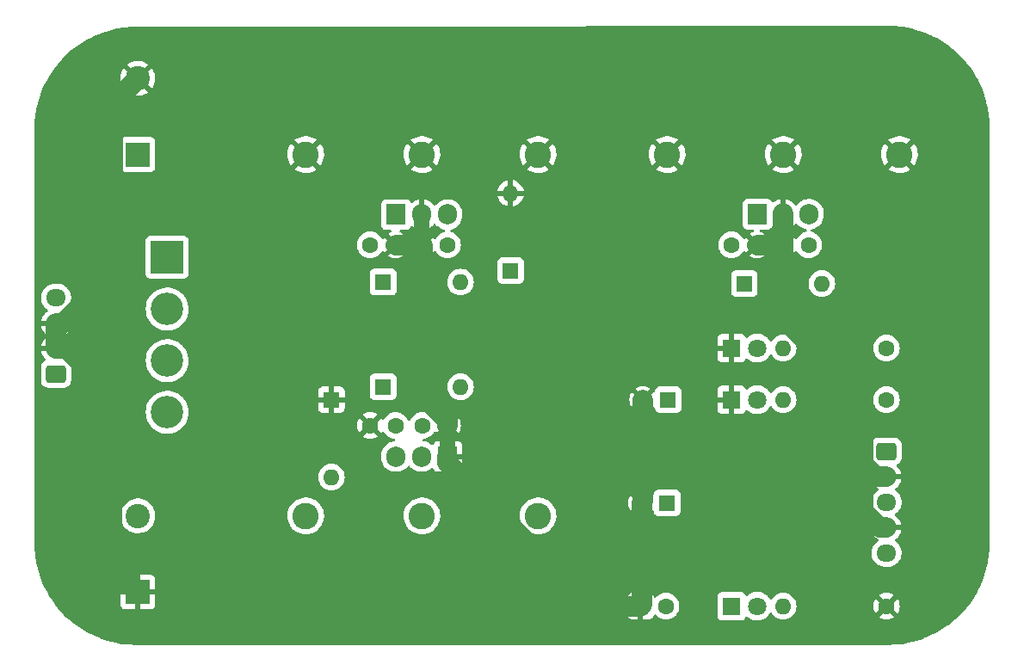
<source format=gbl>
G04 #@! TF.GenerationSoftware,KiCad,Pcbnew,(6.0.11)*
G04 #@! TF.CreationDate,2023-02-03T17:13:14+09:00*
G04 #@! TF.ProjectId,12V_Dual_5V_PSU,3132565f-4475-4616-9c5f-35565f505355,Ver. 1.1*
G04 #@! TF.SameCoordinates,Original*
G04 #@! TF.FileFunction,Copper,L2,Bot*
G04 #@! TF.FilePolarity,Positive*
%FSLAX46Y46*%
G04 Gerber Fmt 4.6, Leading zero omitted, Abs format (unit mm)*
G04 Created by KiCad (PCBNEW (6.0.11)) date 2023-02-03 17:13:14*
%MOMM*%
%LPD*%
G01*
G04 APERTURE LIST*
G04 Aperture macros list*
%AMRoundRect*
0 Rectangle with rounded corners*
0 $1 Rounding radius*
0 $2 $3 $4 $5 $6 $7 $8 $9 X,Y pos of 4 corners*
0 Add a 4 corners polygon primitive as box body*
4,1,4,$2,$3,$4,$5,$6,$7,$8,$9,$2,$3,0*
0 Add four circle primitives for the rounded corners*
1,1,$1+$1,$2,$3*
1,1,$1+$1,$4,$5*
1,1,$1+$1,$6,$7*
1,1,$1+$1,$8,$9*
0 Add four rect primitives between the rounded corners*
20,1,$1+$1,$2,$3,$4,$5,0*
20,1,$1+$1,$4,$5,$6,$7,0*
20,1,$1+$1,$6,$7,$8,$9,0*
20,1,$1+$1,$8,$9,$2,$3,0*%
G04 Aperture macros list end*
G04 #@! TA.AperFunction,ComponentPad*
%ADD10C,1.600000*%
G04 #@! TD*
G04 #@! TA.AperFunction,ComponentPad*
%ADD11R,1.600000X1.600000*%
G04 #@! TD*
G04 #@! TA.AperFunction,ComponentPad*
%ADD12O,1.600000X1.600000*%
G04 #@! TD*
G04 #@! TA.AperFunction,ComponentPad*
%ADD13R,3.200000X3.200000*%
G04 #@! TD*
G04 #@! TA.AperFunction,ComponentPad*
%ADD14C,3.200000*%
G04 #@! TD*
G04 #@! TA.AperFunction,ComponentPad*
%ADD15RoundRect,0.250000X-0.725000X0.600000X-0.725000X-0.600000X0.725000X-0.600000X0.725000X0.600000X0*%
G04 #@! TD*
G04 #@! TA.AperFunction,ComponentPad*
%ADD16O,1.950000X1.700000*%
G04 #@! TD*
G04 #@! TA.AperFunction,ComponentPad*
%ADD17R,1.905000X2.000000*%
G04 #@! TD*
G04 #@! TA.AperFunction,ComponentPad*
%ADD18O,1.905000X2.000000*%
G04 #@! TD*
G04 #@! TA.AperFunction,ComponentPad*
%ADD19C,2.600000*%
G04 #@! TD*
G04 #@! TA.AperFunction,ComponentPad*
%ADD20RoundRect,0.250000X0.725000X-0.600000X0.725000X0.600000X-0.725000X0.600000X-0.725000X-0.600000X0*%
G04 #@! TD*
G04 #@! TA.AperFunction,ComponentPad*
%ADD21R,1.800000X1.800000*%
G04 #@! TD*
G04 #@! TA.AperFunction,ComponentPad*
%ADD22C,1.800000*%
G04 #@! TD*
G04 #@! TA.AperFunction,ComponentPad*
%ADD23R,2.400000X2.400000*%
G04 #@! TD*
G04 #@! TA.AperFunction,ComponentPad*
%ADD24C,2.400000*%
G04 #@! TD*
G04 #@! TA.AperFunction,Conductor*
%ADD25C,2.000000*%
G04 #@! TD*
G04 #@! TA.AperFunction,Conductor*
%ADD26C,1.500000*%
G04 #@! TD*
G04 APERTURE END LIST*
D10*
X167640000Y-90170000D03*
X170140000Y-90170000D03*
D11*
X133350000Y-104140000D03*
D12*
X140970000Y-104140000D03*
D10*
X182880000Y-100330000D03*
D12*
X172720000Y-100330000D03*
D11*
X168900000Y-93980000D03*
D12*
X176520000Y-93980000D03*
D13*
X112110000Y-91410000D03*
D14*
X112110000Y-96490000D03*
X112110000Y-101570000D03*
X112110000Y-106650000D03*
D15*
X182880000Y-110490000D03*
D16*
X182880000Y-112990000D03*
X182880000Y-115490000D03*
X182880000Y-117990000D03*
X182880000Y-120490000D03*
D10*
X182880000Y-105410000D03*
D12*
X172720000Y-105410000D03*
D11*
X145900000Y-92710000D03*
D12*
X145900000Y-85090000D03*
D11*
X161400000Y-105410000D03*
D10*
X158900000Y-105410000D03*
D17*
X134620000Y-87195000D03*
D18*
X137160000Y-87195000D03*
X139700000Y-87195000D03*
D10*
X175220000Y-90170000D03*
X172720000Y-90170000D03*
D19*
X172720000Y-81280000D03*
X161290000Y-81280000D03*
X184150000Y-81280000D03*
D20*
X101170000Y-102870000D03*
D16*
X101170000Y-100370000D03*
X101170000Y-97870000D03*
X101170000Y-95370000D03*
D10*
X132080000Y-90170000D03*
X134580000Y-90170000D03*
D11*
X161290000Y-115570000D03*
D10*
X158790000Y-115570000D03*
D11*
X128270000Y-105410000D03*
D12*
X128270000Y-113030000D03*
D21*
X167640000Y-105410000D03*
D22*
X170180000Y-105410000D03*
D10*
X139700000Y-107950000D03*
X137200000Y-107950000D03*
X139700000Y-90170000D03*
X137200000Y-90170000D03*
D17*
X139700000Y-110998000D03*
D18*
X137160000Y-110998000D03*
X134620000Y-110998000D03*
D23*
X109220000Y-124340000D03*
D24*
X109220000Y-116840000D03*
D19*
X137160000Y-81280000D03*
X125730000Y-81280000D03*
X148590000Y-81280000D03*
D21*
X167640000Y-100330000D03*
D22*
X170180000Y-100330000D03*
D11*
X158690000Y-125730000D03*
D10*
X161190000Y-125730000D03*
D17*
X170180000Y-87155000D03*
D18*
X172720000Y-87155000D03*
X175260000Y-87155000D03*
D23*
X109220000Y-81280000D03*
D24*
X109220000Y-73780000D03*
D19*
X137160000Y-116840000D03*
X148590000Y-116840000D03*
X125730000Y-116840000D03*
D10*
X182880000Y-125730000D03*
D12*
X172720000Y-125730000D03*
D11*
X133350000Y-93830000D03*
D12*
X140970000Y-93830000D03*
D21*
X167640000Y-125730000D03*
D22*
X170180000Y-125730000D03*
D10*
X132080000Y-107950000D03*
X134580000Y-107950000D03*
D25*
X106680000Y-104862969D02*
X106680000Y-121800000D01*
X101170000Y-97870000D02*
X101835559Y-97870000D01*
X158690000Y-125730000D02*
X153803044Y-125730000D01*
X101170000Y-100370000D02*
X102187031Y-100370000D01*
X101835559Y-97870000D02*
X106720000Y-92985559D01*
X180605000Y-111732031D02*
X181862969Y-112990000D01*
D26*
X137160000Y-90130000D02*
X137200000Y-90170000D01*
D25*
X137200000Y-90170000D02*
X134580000Y-90170000D01*
X102187031Y-100370000D02*
X106680000Y-104862969D01*
X106720000Y-92985559D02*
X106720000Y-76280000D01*
X139700000Y-111626956D02*
X139700000Y-110998000D01*
X139700000Y-107480151D02*
X139700000Y-107950000D01*
X180605000Y-105245151D02*
X180605000Y-110755000D01*
X181862969Y-112990000D02*
X182880000Y-112990000D01*
X172720000Y-87055000D02*
X172720000Y-90170000D01*
X106680000Y-121800000D02*
X109220000Y-124340000D01*
X180605000Y-116380559D02*
X180605000Y-110755000D01*
X101170000Y-97870000D02*
X101170000Y-100370000D01*
X172720000Y-90170000D02*
X172720000Y-97360151D01*
X158900000Y-105410000D02*
X158900000Y-115460000D01*
X172720000Y-97360151D02*
X180605000Y-105245151D01*
X182214441Y-117990000D02*
X180605000Y-116380559D01*
D26*
X137160000Y-86995000D02*
X137160000Y-90130000D01*
X139700000Y-107950000D02*
X139700000Y-110998000D01*
D25*
X153803044Y-125730000D02*
X139700000Y-111626956D01*
X137200000Y-104980151D02*
X139700000Y-107480151D01*
X158790000Y-125630000D02*
X158690000Y-125730000D01*
X180605000Y-110755000D02*
X180605000Y-111732031D01*
X182880000Y-117990000D02*
X182214441Y-117990000D01*
X172720000Y-90170000D02*
X170140000Y-90170000D01*
X106720000Y-76280000D02*
X109220000Y-73780000D01*
X158790000Y-115570000D02*
X158790000Y-125630000D01*
X158900000Y-115460000D02*
X158790000Y-115570000D01*
X137200000Y-90170000D02*
X137200000Y-104980151D01*
G04 #@! TA.AperFunction,Conductor*
G36*
X183021887Y-68600214D02*
G01*
X183227914Y-68606282D01*
X183644668Y-68618557D01*
X183652571Y-68619039D01*
X184271038Y-68676321D01*
X184278876Y-68677296D01*
X184554764Y-68720481D01*
X184892504Y-68773348D01*
X184900291Y-68774819D01*
X185506658Y-68909257D01*
X185514338Y-68911215D01*
X186111051Y-69083509D01*
X186118593Y-69085946D01*
X186703307Y-69295420D01*
X186710672Y-69298323D01*
X186996237Y-69421394D01*
X187281036Y-69544135D01*
X187288212Y-69547499D01*
X187537401Y-69674025D01*
X187842020Y-69828697D01*
X187848942Y-69832490D01*
X188384004Y-70147966D01*
X188390661Y-70152179D01*
X188904791Y-70500645D01*
X188911208Y-70505295D01*
X189402426Y-70885404D01*
X189408539Y-70890450D01*
X189874864Y-71300672D01*
X189880647Y-71306091D01*
X190008432Y-71433619D01*
X190320276Y-71744836D01*
X190325687Y-71750588D01*
X190714252Y-72190507D01*
X190736871Y-72216115D01*
X190741928Y-72222218D01*
X191123002Y-72712640D01*
X191127666Y-72719048D01*
X191477164Y-73232474D01*
X191481416Y-73239163D01*
X191797945Y-73773551D01*
X191801767Y-73780493D01*
X192084068Y-74333713D01*
X192087447Y-74340883D01*
X192334412Y-74910767D01*
X192337333Y-74918135D01*
X192547976Y-75502409D01*
X192550428Y-75509945D01*
X192723921Y-76106305D01*
X192725895Y-76113981D01*
X192861554Y-76720082D01*
X192863041Y-76727867D01*
X192960326Y-77341300D01*
X192961320Y-77349163D01*
X193019842Y-77967469D01*
X193020341Y-77975379D01*
X193039938Y-78598165D01*
X193040000Y-78602128D01*
X193040000Y-119538015D01*
X193039938Y-119541973D01*
X193020391Y-120163947D01*
X193019894Y-120171846D01*
X192961520Y-120789388D01*
X192960529Y-120797233D01*
X192866780Y-121389146D01*
X192863493Y-121409900D01*
X192862009Y-121417675D01*
X192726693Y-122023041D01*
X192724725Y-122030708D01*
X192551670Y-122626368D01*
X192549228Y-122633883D01*
X192546478Y-122641522D01*
X192339106Y-123217520D01*
X192336192Y-123224879D01*
X192089845Y-123794156D01*
X192086482Y-123801304D01*
X191942274Y-124084329D01*
X191804859Y-124354020D01*
X191801045Y-124360956D01*
X191493017Y-124881803D01*
X191485296Y-124894858D01*
X191481069Y-124901520D01*
X191132394Y-125414581D01*
X191127741Y-125420984D01*
X190747563Y-125911106D01*
X190742518Y-125917205D01*
X190332300Y-126382506D01*
X190326881Y-126388276D01*
X189888276Y-126826881D01*
X189882506Y-126832300D01*
X189417205Y-127242518D01*
X189411106Y-127247563D01*
X188920984Y-127627741D01*
X188914589Y-127632389D01*
X188401520Y-127981069D01*
X188394866Y-127985291D01*
X187869575Y-128295948D01*
X187860956Y-128301045D01*
X187854020Y-128304859D01*
X187301304Y-128586482D01*
X187294156Y-128589845D01*
X186724879Y-128836192D01*
X186717520Y-128839106D01*
X186425708Y-128944165D01*
X186133883Y-129049228D01*
X186126380Y-129051666D01*
X185815881Y-129141875D01*
X185530708Y-129224725D01*
X185523041Y-129226693D01*
X184917675Y-129362009D01*
X184909908Y-129363492D01*
X184297233Y-129460529D01*
X184289394Y-129461519D01*
X184115058Y-129477999D01*
X183671846Y-129519894D01*
X183663947Y-129520391D01*
X183041973Y-129539938D01*
X183038015Y-129540000D01*
X109061985Y-129540000D01*
X109058027Y-129539938D01*
X108436053Y-129520391D01*
X108428154Y-129519894D01*
X107984942Y-129477999D01*
X107810606Y-129461519D01*
X107802767Y-129460529D01*
X107190092Y-129363492D01*
X107182325Y-129362009D01*
X106576959Y-129226693D01*
X106569292Y-129224725D01*
X106284119Y-129141875D01*
X105973620Y-129051666D01*
X105966117Y-129049228D01*
X105674292Y-128944165D01*
X105382480Y-128839106D01*
X105375121Y-128836192D01*
X104805844Y-128589845D01*
X104798696Y-128586482D01*
X104245980Y-128304859D01*
X104239044Y-128301045D01*
X104230425Y-128295948D01*
X103705134Y-127985291D01*
X103698480Y-127981069D01*
X103185411Y-127632389D01*
X103179016Y-127627741D01*
X102688894Y-127247563D01*
X102682795Y-127242518D01*
X102217494Y-126832300D01*
X102211724Y-126826881D01*
X101959512Y-126574669D01*
X157382001Y-126574669D01*
X157382371Y-126581490D01*
X157387895Y-126632352D01*
X157391521Y-126647604D01*
X157436676Y-126768054D01*
X157445214Y-126783649D01*
X157521715Y-126885724D01*
X157534276Y-126898285D01*
X157636351Y-126974786D01*
X157651946Y-126983324D01*
X157772394Y-127028478D01*
X157787649Y-127032105D01*
X157838514Y-127037631D01*
X157845328Y-127038000D01*
X158417885Y-127038000D01*
X158433124Y-127033525D01*
X158434329Y-127032135D01*
X158436000Y-127024452D01*
X158436000Y-127019884D01*
X158944000Y-127019884D01*
X158948475Y-127035123D01*
X158949865Y-127036328D01*
X158957548Y-127037999D01*
X159534669Y-127037999D01*
X159541490Y-127037629D01*
X159592352Y-127032105D01*
X159607604Y-127028479D01*
X159728054Y-126983324D01*
X159743649Y-126974786D01*
X159845724Y-126898285D01*
X159858285Y-126885724D01*
X159934786Y-126783649D01*
X159943324Y-126768054D01*
X159991252Y-126640207D01*
X159993112Y-126640904D01*
X160023131Y-126588372D01*
X160086090Y-126555558D01*
X160156794Y-126561992D01*
X160199581Y-126590079D01*
X160345700Y-126736198D01*
X160350208Y-126739355D01*
X160350211Y-126739357D01*
X160362148Y-126747715D01*
X160533251Y-126867523D01*
X160538233Y-126869846D01*
X160538238Y-126869849D01*
X160697238Y-126943991D01*
X160740757Y-126964284D01*
X160746065Y-126965706D01*
X160746067Y-126965707D01*
X160956598Y-127022119D01*
X160956600Y-127022119D01*
X160961913Y-127023543D01*
X161190000Y-127043498D01*
X161418087Y-127023543D01*
X161423400Y-127022119D01*
X161423402Y-127022119D01*
X161633933Y-126965707D01*
X161633935Y-126965706D01*
X161639243Y-126964284D01*
X161682762Y-126943991D01*
X161841762Y-126869849D01*
X161841767Y-126869846D01*
X161846749Y-126867523D01*
X162017852Y-126747715D01*
X162029789Y-126739357D01*
X162029792Y-126739355D01*
X162034300Y-126736198D01*
X162092364Y-126678134D01*
X166231500Y-126678134D01*
X166238255Y-126740316D01*
X166289385Y-126876705D01*
X166376739Y-126993261D01*
X166493295Y-127080615D01*
X166629684Y-127131745D01*
X166691866Y-127138500D01*
X168588134Y-127138500D01*
X168650316Y-127131745D01*
X168786705Y-127080615D01*
X168903261Y-126993261D01*
X168990615Y-126876705D01*
X169015180Y-126811178D01*
X169057822Y-126754414D01*
X169124383Y-126729714D01*
X169193732Y-126744921D01*
X169213647Y-126758464D01*
X169345942Y-126868297D01*
X169369349Y-126887730D01*
X169569322Y-127004584D01*
X169785694Y-127087209D01*
X169790760Y-127088240D01*
X169790761Y-127088240D01*
X169843846Y-127099040D01*
X170012656Y-127133385D01*
X170142089Y-127138131D01*
X170238949Y-127141683D01*
X170238953Y-127141683D01*
X170244113Y-127141872D01*
X170249233Y-127141216D01*
X170249235Y-127141216D01*
X170323166Y-127131745D01*
X170473847Y-127112442D01*
X170478795Y-127110957D01*
X170478802Y-127110956D01*
X170690747Y-127047369D01*
X170695690Y-127045886D01*
X170700565Y-127043498D01*
X170899049Y-126946262D01*
X170899052Y-126946260D01*
X170903684Y-126943991D01*
X171092243Y-126809494D01*
X171256303Y-126646005D01*
X171259969Y-126640904D01*
X171296490Y-126590079D01*
X171391458Y-126457917D01*
X171396906Y-126446894D01*
X171445016Y-126394688D01*
X171513717Y-126376779D01*
X171581194Y-126398855D01*
X171613076Y-126430449D01*
X171705184Y-126561992D01*
X171713802Y-126574300D01*
X171875700Y-126736198D01*
X171880208Y-126739355D01*
X171880211Y-126739357D01*
X171892148Y-126747715D01*
X172063251Y-126867523D01*
X172068233Y-126869846D01*
X172068238Y-126869849D01*
X172227238Y-126943991D01*
X172270757Y-126964284D01*
X172276065Y-126965706D01*
X172276067Y-126965707D01*
X172486598Y-127022119D01*
X172486600Y-127022119D01*
X172491913Y-127023543D01*
X172720000Y-127043498D01*
X172948087Y-127023543D01*
X172953400Y-127022119D01*
X172953402Y-127022119D01*
X173163933Y-126965707D01*
X173163935Y-126965706D01*
X173169243Y-126964284D01*
X173212762Y-126943991D01*
X173371762Y-126869849D01*
X173371767Y-126869846D01*
X173376749Y-126867523D01*
X173450243Y-126816062D01*
X182158493Y-126816062D01*
X182167789Y-126828077D01*
X182218994Y-126863931D01*
X182228489Y-126869414D01*
X182425947Y-126961490D01*
X182436239Y-126965236D01*
X182646688Y-127021625D01*
X182657481Y-127023528D01*
X182874525Y-127042517D01*
X182885475Y-127042517D01*
X183102519Y-127023528D01*
X183113312Y-127021625D01*
X183323761Y-126965236D01*
X183334053Y-126961490D01*
X183531511Y-126869414D01*
X183541006Y-126863931D01*
X183593048Y-126827491D01*
X183601424Y-126817012D01*
X183594356Y-126803566D01*
X182892812Y-126102022D01*
X182878868Y-126094408D01*
X182877035Y-126094539D01*
X182870420Y-126098790D01*
X182164923Y-126804287D01*
X182158493Y-126816062D01*
X173450243Y-126816062D01*
X173547852Y-126747715D01*
X173559789Y-126739357D01*
X173559792Y-126739355D01*
X173564300Y-126736198D01*
X173726198Y-126574300D01*
X173739322Y-126555558D01*
X173854366Y-126391257D01*
X173857523Y-126386749D01*
X173859846Y-126381767D01*
X173859849Y-126381762D01*
X173951961Y-126184225D01*
X173951961Y-126184224D01*
X173954284Y-126179243D01*
X173974976Y-126102022D01*
X174012119Y-125963402D01*
X174012119Y-125963400D01*
X174013543Y-125958087D01*
X174033019Y-125735475D01*
X181567483Y-125735475D01*
X181586472Y-125952519D01*
X181588375Y-125963312D01*
X181644764Y-126173761D01*
X181648510Y-126184053D01*
X181740586Y-126381511D01*
X181746069Y-126391006D01*
X181782509Y-126443048D01*
X181792988Y-126451424D01*
X181806434Y-126444356D01*
X182507978Y-125742812D01*
X182514356Y-125731132D01*
X183244408Y-125731132D01*
X183244539Y-125732965D01*
X183248790Y-125739580D01*
X183954287Y-126445077D01*
X183966062Y-126451507D01*
X183978077Y-126442211D01*
X184013931Y-126391006D01*
X184019414Y-126381511D01*
X184111490Y-126184053D01*
X184115236Y-126173761D01*
X184171625Y-125963312D01*
X184173528Y-125952519D01*
X184192517Y-125735475D01*
X184192517Y-125724525D01*
X184173528Y-125507481D01*
X184171625Y-125496688D01*
X184115236Y-125286239D01*
X184111490Y-125275947D01*
X184019414Y-125078489D01*
X184013931Y-125068994D01*
X183977491Y-125016952D01*
X183967012Y-125008576D01*
X183953566Y-125015644D01*
X183252022Y-125717188D01*
X183244408Y-125731132D01*
X182514356Y-125731132D01*
X182515592Y-125728868D01*
X182515461Y-125727035D01*
X182511210Y-125720420D01*
X181805713Y-125014923D01*
X181793938Y-125008493D01*
X181781923Y-125017789D01*
X181746069Y-125068994D01*
X181740586Y-125078489D01*
X181648510Y-125275947D01*
X181644764Y-125286239D01*
X181588375Y-125496688D01*
X181586472Y-125507481D01*
X181567483Y-125724525D01*
X181567483Y-125735475D01*
X174033019Y-125735475D01*
X174033498Y-125730000D01*
X174013543Y-125501913D01*
X174005028Y-125470135D01*
X173955707Y-125286067D01*
X173955706Y-125286065D01*
X173954284Y-125280757D01*
X173936216Y-125242010D01*
X173859849Y-125078238D01*
X173859846Y-125078233D01*
X173857523Y-125073251D01*
X173784098Y-124968389D01*
X173729357Y-124890211D01*
X173729355Y-124890208D01*
X173726198Y-124885700D01*
X173564300Y-124723802D01*
X173559792Y-124720645D01*
X173559789Y-124720643D01*
X173448886Y-124642988D01*
X182158576Y-124642988D01*
X182165644Y-124656434D01*
X182867188Y-125357978D01*
X182881132Y-125365592D01*
X182882965Y-125365461D01*
X182889580Y-125361210D01*
X183595077Y-124655713D01*
X183601507Y-124643938D01*
X183592211Y-124631923D01*
X183541006Y-124596069D01*
X183531511Y-124590586D01*
X183334053Y-124498510D01*
X183323761Y-124494764D01*
X183113312Y-124438375D01*
X183102519Y-124436472D01*
X182885475Y-124417483D01*
X182874525Y-124417483D01*
X182657481Y-124436472D01*
X182646688Y-124438375D01*
X182436239Y-124494764D01*
X182425947Y-124498510D01*
X182228489Y-124590586D01*
X182218994Y-124596069D01*
X182166952Y-124632509D01*
X182158576Y-124642988D01*
X173448886Y-124642988D01*
X173433920Y-124632509D01*
X173376749Y-124592477D01*
X173371767Y-124590154D01*
X173371762Y-124590151D01*
X173174225Y-124498039D01*
X173174224Y-124498039D01*
X173169243Y-124495716D01*
X173163935Y-124494294D01*
X173163933Y-124494293D01*
X172953402Y-124437881D01*
X172953400Y-124437881D01*
X172948087Y-124436457D01*
X172720000Y-124416502D01*
X172491913Y-124436457D01*
X172486600Y-124437881D01*
X172486598Y-124437881D01*
X172276067Y-124494293D01*
X172276065Y-124494294D01*
X172270757Y-124495716D01*
X172265776Y-124498039D01*
X172265775Y-124498039D01*
X172068238Y-124590151D01*
X172068233Y-124590154D01*
X172063251Y-124592477D01*
X172006080Y-124632509D01*
X171880211Y-124720643D01*
X171880208Y-124720645D01*
X171875700Y-124723802D01*
X171713802Y-124885700D01*
X171710645Y-124890208D01*
X171710643Y-124890211D01*
X171612007Y-125031078D01*
X171556550Y-125075406D01*
X171485930Y-125082715D01*
X171422570Y-125050684D01*
X171403002Y-125027247D01*
X171396884Y-125017789D01*
X171299764Y-124867665D01*
X171289456Y-124856336D01*
X171168481Y-124723387D01*
X171143887Y-124696358D01*
X171139836Y-124693159D01*
X171139832Y-124693155D01*
X170966177Y-124556011D01*
X170966172Y-124556008D01*
X170962123Y-124552810D01*
X170957607Y-124550317D01*
X170957604Y-124550315D01*
X170763879Y-124443373D01*
X170763875Y-124443371D01*
X170759355Y-124440876D01*
X170754486Y-124439152D01*
X170754482Y-124439150D01*
X170545903Y-124365288D01*
X170545899Y-124365287D01*
X170541028Y-124363562D01*
X170535935Y-124362655D01*
X170535932Y-124362654D01*
X170318095Y-124323851D01*
X170318089Y-124323850D01*
X170313006Y-124322945D01*
X170240096Y-124322054D01*
X170086581Y-124320179D01*
X170086579Y-124320179D01*
X170081411Y-124320116D01*
X169852464Y-124355150D01*
X169632314Y-124427106D01*
X169627726Y-124429494D01*
X169627722Y-124429496D01*
X169431461Y-124531663D01*
X169426872Y-124534052D01*
X169422739Y-124537155D01*
X169422736Y-124537157D01*
X169245790Y-124670012D01*
X169241655Y-124673117D01*
X169224170Y-124691414D01*
X169162646Y-124726844D01*
X169091733Y-124723387D01*
X169033947Y-124682141D01*
X169015094Y-124648592D01*
X168993768Y-124591705D01*
X168993767Y-124591703D01*
X168990615Y-124583295D01*
X168903261Y-124466739D01*
X168786705Y-124379385D01*
X168650316Y-124328255D01*
X168588134Y-124321500D01*
X166691866Y-124321500D01*
X166629684Y-124328255D01*
X166493295Y-124379385D01*
X166376739Y-124466739D01*
X166289385Y-124583295D01*
X166238255Y-124719684D01*
X166231500Y-124781866D01*
X166231500Y-126678134D01*
X162092364Y-126678134D01*
X162196198Y-126574300D01*
X162209322Y-126555558D01*
X162324366Y-126391257D01*
X162327523Y-126386749D01*
X162329846Y-126381767D01*
X162329849Y-126381762D01*
X162421961Y-126184225D01*
X162421961Y-126184224D01*
X162424284Y-126179243D01*
X162444976Y-126102022D01*
X162482119Y-125963402D01*
X162482119Y-125963400D01*
X162483543Y-125958087D01*
X162503498Y-125730000D01*
X162483543Y-125501913D01*
X162475028Y-125470135D01*
X162425707Y-125286067D01*
X162425706Y-125286065D01*
X162424284Y-125280757D01*
X162406216Y-125242010D01*
X162329849Y-125078238D01*
X162329846Y-125078233D01*
X162327523Y-125073251D01*
X162254098Y-124968389D01*
X162199357Y-124890211D01*
X162199355Y-124890208D01*
X162196198Y-124885700D01*
X162034300Y-124723802D01*
X162029792Y-124720645D01*
X162029789Y-124720643D01*
X161903920Y-124632509D01*
X161846749Y-124592477D01*
X161841767Y-124590154D01*
X161841762Y-124590151D01*
X161644225Y-124498039D01*
X161644224Y-124498039D01*
X161639243Y-124495716D01*
X161633935Y-124494294D01*
X161633933Y-124494293D01*
X161423402Y-124437881D01*
X161423400Y-124437881D01*
X161418087Y-124436457D01*
X161190000Y-124416502D01*
X160961913Y-124436457D01*
X160956600Y-124437881D01*
X160956598Y-124437881D01*
X160746067Y-124494293D01*
X160746065Y-124494294D01*
X160740757Y-124495716D01*
X160735776Y-124498039D01*
X160735775Y-124498039D01*
X160538238Y-124590151D01*
X160538233Y-124590154D01*
X160533251Y-124592477D01*
X160476080Y-124632509D01*
X160350211Y-124720643D01*
X160350208Y-124720645D01*
X160345700Y-124723802D01*
X160199580Y-124869922D01*
X160137268Y-124903948D01*
X160066453Y-124898883D01*
X160009617Y-124856336D01*
X159992317Y-124819394D01*
X159991252Y-124819793D01*
X159943324Y-124691946D01*
X159934786Y-124676351D01*
X159858285Y-124574276D01*
X159845724Y-124561715D01*
X159743649Y-124485214D01*
X159728054Y-124476676D01*
X159607606Y-124431522D01*
X159592351Y-124427895D01*
X159541486Y-124422369D01*
X159534672Y-124422000D01*
X158962115Y-124422000D01*
X158946876Y-124426475D01*
X158945671Y-124427865D01*
X158944000Y-124435548D01*
X158944000Y-127019884D01*
X158436000Y-127019884D01*
X158436000Y-126002115D01*
X158431525Y-125986876D01*
X158430135Y-125985671D01*
X158422452Y-125984000D01*
X157400116Y-125984000D01*
X157384877Y-125988475D01*
X157383672Y-125989865D01*
X157382001Y-125997548D01*
X157382001Y-126574669D01*
X101959512Y-126574669D01*
X101773119Y-126388276D01*
X101767700Y-126382506D01*
X101357482Y-125917205D01*
X101352437Y-125911106D01*
X101099226Y-125584669D01*
X107512001Y-125584669D01*
X107512371Y-125591490D01*
X107517895Y-125642352D01*
X107521521Y-125657604D01*
X107566676Y-125778054D01*
X107575214Y-125793649D01*
X107651715Y-125895724D01*
X107664276Y-125908285D01*
X107766351Y-125984786D01*
X107781946Y-125993324D01*
X107902394Y-126038478D01*
X107917649Y-126042105D01*
X107968514Y-126047631D01*
X107975328Y-126048000D01*
X108947885Y-126048000D01*
X108963124Y-126043525D01*
X108964329Y-126042135D01*
X108966000Y-126034452D01*
X108966000Y-126029884D01*
X109474000Y-126029884D01*
X109478475Y-126045123D01*
X109479865Y-126046328D01*
X109487548Y-126047999D01*
X110464669Y-126047999D01*
X110471490Y-126047629D01*
X110522352Y-126042105D01*
X110537604Y-126038479D01*
X110658054Y-125993324D01*
X110673649Y-125984786D01*
X110775724Y-125908285D01*
X110788285Y-125895724D01*
X110864786Y-125793649D01*
X110873324Y-125778054D01*
X110918478Y-125657606D01*
X110922105Y-125642351D01*
X110927631Y-125591486D01*
X110928000Y-125584672D01*
X110928000Y-125457885D01*
X157382000Y-125457885D01*
X157386475Y-125473124D01*
X157387865Y-125474329D01*
X157395548Y-125476000D01*
X158417885Y-125476000D01*
X158433124Y-125471525D01*
X158434329Y-125470135D01*
X158436000Y-125462452D01*
X158436000Y-124440116D01*
X158431525Y-124424877D01*
X158430135Y-124423672D01*
X158422452Y-124422001D01*
X157845331Y-124422001D01*
X157838510Y-124422371D01*
X157787648Y-124427895D01*
X157772396Y-124431521D01*
X157651946Y-124476676D01*
X157636351Y-124485214D01*
X157534276Y-124561715D01*
X157521715Y-124574276D01*
X157445214Y-124676351D01*
X157436676Y-124691946D01*
X157391522Y-124812394D01*
X157387895Y-124827649D01*
X157382369Y-124878514D01*
X157382000Y-124885328D01*
X157382000Y-125457885D01*
X110928000Y-125457885D01*
X110928000Y-124612115D01*
X110923525Y-124596876D01*
X110922135Y-124595671D01*
X110914452Y-124594000D01*
X109492115Y-124594000D01*
X109476876Y-124598475D01*
X109475671Y-124599865D01*
X109474000Y-124607548D01*
X109474000Y-126029884D01*
X108966000Y-126029884D01*
X108966000Y-124612115D01*
X108961525Y-124596876D01*
X108960135Y-124595671D01*
X108952452Y-124594000D01*
X107530116Y-124594000D01*
X107514877Y-124598475D01*
X107513672Y-124599865D01*
X107512001Y-124607548D01*
X107512001Y-125584669D01*
X101099226Y-125584669D01*
X100972259Y-125420984D01*
X100967606Y-125414581D01*
X100618931Y-124901520D01*
X100614704Y-124894858D01*
X100606984Y-124881803D01*
X100298955Y-124360956D01*
X100295141Y-124354020D01*
X100157726Y-124084329D01*
X100149347Y-124067885D01*
X107512000Y-124067885D01*
X107516475Y-124083124D01*
X107517865Y-124084329D01*
X107525548Y-124086000D01*
X108947885Y-124086000D01*
X108963124Y-124081525D01*
X108964329Y-124080135D01*
X108966000Y-124072452D01*
X108966000Y-124067885D01*
X109474000Y-124067885D01*
X109478475Y-124083124D01*
X109479865Y-124084329D01*
X109487548Y-124086000D01*
X110909884Y-124086000D01*
X110925123Y-124081525D01*
X110926328Y-124080135D01*
X110927999Y-124072452D01*
X110927999Y-123095331D01*
X110927629Y-123088510D01*
X110922105Y-123037648D01*
X110918479Y-123022396D01*
X110873324Y-122901946D01*
X110864786Y-122886351D01*
X110788285Y-122784276D01*
X110775724Y-122771715D01*
X110673649Y-122695214D01*
X110658054Y-122686676D01*
X110537606Y-122641522D01*
X110522351Y-122637895D01*
X110471486Y-122632369D01*
X110464672Y-122632000D01*
X109492115Y-122632000D01*
X109476876Y-122636475D01*
X109475671Y-122637865D01*
X109474000Y-122645548D01*
X109474000Y-124067885D01*
X108966000Y-124067885D01*
X108966000Y-122650116D01*
X108961525Y-122634877D01*
X108960135Y-122633672D01*
X108952452Y-122632001D01*
X107975331Y-122632001D01*
X107968510Y-122632371D01*
X107917648Y-122637895D01*
X107902396Y-122641521D01*
X107781946Y-122686676D01*
X107766351Y-122695214D01*
X107664276Y-122771715D01*
X107651715Y-122784276D01*
X107575214Y-122886351D01*
X107566676Y-122901946D01*
X107521522Y-123022394D01*
X107517895Y-123037649D01*
X107512369Y-123088514D01*
X107512000Y-123095328D01*
X107512000Y-124067885D01*
X100149347Y-124067885D01*
X100013518Y-123801304D01*
X100010155Y-123794156D01*
X99763808Y-123224879D01*
X99760894Y-123217520D01*
X99553522Y-122641522D01*
X99550772Y-122633883D01*
X99548330Y-122626368D01*
X99375275Y-122030708D01*
X99373307Y-122023041D01*
X99237991Y-121417675D01*
X99236507Y-121409900D01*
X99233220Y-121389146D01*
X99139471Y-120797233D01*
X99138480Y-120789388D01*
X99104109Y-120425774D01*
X181393102Y-120425774D01*
X181401751Y-120656158D01*
X181449093Y-120881791D01*
X181533776Y-121096221D01*
X181653377Y-121293317D01*
X181656874Y-121297347D01*
X181743438Y-121397103D01*
X181804477Y-121467445D01*
X181808608Y-121470832D01*
X181978627Y-121610240D01*
X181978633Y-121610244D01*
X181982755Y-121613624D01*
X181987391Y-121616263D01*
X181987394Y-121616265D01*
X182096422Y-121678327D01*
X182183114Y-121727675D01*
X182399825Y-121806337D01*
X182405074Y-121807286D01*
X182405077Y-121807287D01*
X182622608Y-121846623D01*
X182622615Y-121846624D01*
X182626692Y-121847361D01*
X182644414Y-121848197D01*
X182649356Y-121848430D01*
X182649363Y-121848430D01*
X182650844Y-121848500D01*
X183062890Y-121848500D01*
X183129809Y-121842822D01*
X183229409Y-121834371D01*
X183229413Y-121834370D01*
X183234720Y-121833920D01*
X183239875Y-121832582D01*
X183239881Y-121832581D01*
X183452703Y-121777343D01*
X183452707Y-121777342D01*
X183457872Y-121776001D01*
X183462738Y-121773809D01*
X183462741Y-121773808D01*
X183663202Y-121683507D01*
X183668075Y-121681312D01*
X183859319Y-121552559D01*
X184026135Y-121393424D01*
X184163754Y-121208458D01*
X184268240Y-121002949D01*
X184304321Y-120886752D01*
X184335024Y-120787871D01*
X184336607Y-120782773D01*
X184337308Y-120777484D01*
X184366198Y-120559511D01*
X184366198Y-120559506D01*
X184366898Y-120554226D01*
X184358249Y-120323842D01*
X184310907Y-120098209D01*
X184226224Y-119883779D01*
X184106623Y-119686683D01*
X184019755Y-119586576D01*
X183959023Y-119516588D01*
X183959021Y-119516586D01*
X183955523Y-119512555D01*
X183913970Y-119478484D01*
X183781373Y-119369760D01*
X183781367Y-119369756D01*
X183777245Y-119366376D01*
X183772602Y-119363733D01*
X183745265Y-119348171D01*
X183695959Y-119297088D01*
X183682098Y-119227458D01*
X183708082Y-119161387D01*
X183737232Y-119134149D01*
X183854578Y-119055148D01*
X183862870Y-119048481D01*
X184021900Y-118896772D01*
X184028941Y-118888814D01*
X184160141Y-118712475D01*
X184165745Y-118703438D01*
X184265357Y-118507516D01*
X184269357Y-118497665D01*
X184334534Y-118287760D01*
X184336817Y-118277376D01*
X184338861Y-118261957D01*
X184336665Y-118247793D01*
X184323478Y-118244000D01*
X181438808Y-118244000D01*
X181425277Y-118247973D01*
X181423752Y-118258580D01*
X181448477Y-118376421D01*
X181451537Y-118386617D01*
X181532263Y-118591029D01*
X181536994Y-118600561D01*
X181651016Y-118788462D01*
X181657280Y-118797052D01*
X181801327Y-118963052D01*
X181808958Y-118970472D01*
X181978911Y-119109826D01*
X181987674Y-119115848D01*
X182014711Y-119131238D01*
X182064018Y-119182320D01*
X182077880Y-119251951D01*
X182051897Y-119318022D01*
X182022747Y-119345261D01*
X182018425Y-119348171D01*
X181900681Y-119427441D01*
X181733865Y-119586576D01*
X181596246Y-119771542D01*
X181491760Y-119977051D01*
X181490178Y-119982145D01*
X181490177Y-119982148D01*
X181433727Y-120163947D01*
X181423393Y-120197227D01*
X181422692Y-120202516D01*
X181407304Y-120318623D01*
X181393102Y-120425774D01*
X99104109Y-120425774D01*
X99080106Y-120171846D01*
X99079609Y-120163947D01*
X99060062Y-119541973D01*
X99060000Y-119538015D01*
X99060000Y-116795151D01*
X107507296Y-116795151D01*
X107507520Y-116799817D01*
X107507520Y-116799822D01*
X107510610Y-116864152D01*
X107519480Y-117048798D01*
X107520393Y-117053386D01*
X107562988Y-117267525D01*
X107569021Y-117297857D01*
X107570600Y-117302255D01*
X107570602Y-117302262D01*
X107615022Y-117425980D01*
X107654831Y-117536858D01*
X107657048Y-117540984D01*
X107759699Y-117732027D01*
X107775025Y-117760551D01*
X107777820Y-117764294D01*
X107777822Y-117764297D01*
X107924171Y-117960282D01*
X107924176Y-117960288D01*
X107926963Y-117964020D01*
X107930272Y-117967300D01*
X107930277Y-117967306D01*
X108028859Y-118065031D01*
X108107307Y-118142797D01*
X108111069Y-118145555D01*
X108111072Y-118145558D01*
X108250749Y-118247973D01*
X108312094Y-118292953D01*
X108316229Y-118295129D01*
X108316233Y-118295131D01*
X108434289Y-118357243D01*
X108536827Y-118411191D01*
X108776568Y-118494912D01*
X109026050Y-118542278D01*
X109146532Y-118547011D01*
X109275125Y-118552064D01*
X109275130Y-118552064D01*
X109279793Y-118552247D01*
X109378774Y-118541407D01*
X109527569Y-118525112D01*
X109527575Y-118525111D01*
X109532222Y-118524602D01*
X109641680Y-118495784D01*
X109773273Y-118461138D01*
X109777793Y-118459948D01*
X109963476Y-118380173D01*
X110006807Y-118361557D01*
X110006810Y-118361555D01*
X110011110Y-118359708D01*
X110015090Y-118357245D01*
X110015094Y-118357243D01*
X110223064Y-118228547D01*
X110223066Y-118228545D01*
X110227047Y-118226082D01*
X110325428Y-118142797D01*
X110417289Y-118065031D01*
X110417291Y-118065029D01*
X110420862Y-118062006D01*
X110588295Y-117871084D01*
X110624736Y-117814431D01*
X110692364Y-117709291D01*
X110725669Y-117657512D01*
X110829967Y-117425980D01*
X110898896Y-117181575D01*
X110911407Y-117083228D01*
X110930545Y-116932798D01*
X110930545Y-116932792D01*
X110930943Y-116929667D01*
X110933291Y-116840000D01*
X110929763Y-116792526D01*
X123917050Y-116792526D01*
X123917274Y-116797192D01*
X123917274Y-116797197D01*
X123920722Y-116868971D01*
X123929947Y-117061019D01*
X123982388Y-117324656D01*
X124073220Y-117577646D01*
X124075432Y-117581762D01*
X124075433Y-117581765D01*
X124150473Y-117721420D01*
X124200450Y-117814431D01*
X124203241Y-117818168D01*
X124203245Y-117818175D01*
X124245378Y-117874597D01*
X124361281Y-118029810D01*
X124364590Y-118033090D01*
X124364595Y-118033096D01*
X124548863Y-118215762D01*
X124552180Y-118219050D01*
X124555942Y-118221808D01*
X124555945Y-118221811D01*
X124668299Y-118304192D01*
X124768954Y-118377995D01*
X124773089Y-118380171D01*
X124773093Y-118380173D01*
X124992832Y-118495784D01*
X125006840Y-118503154D01*
X125260613Y-118591775D01*
X125265206Y-118592647D01*
X125520109Y-118641042D01*
X125520112Y-118641042D01*
X125524698Y-118641913D01*
X125652370Y-118646929D01*
X125788625Y-118652283D01*
X125788630Y-118652283D01*
X125793293Y-118652466D01*
X125897607Y-118641042D01*
X126055844Y-118623713D01*
X126055850Y-118623712D01*
X126060497Y-118623203D01*
X126146497Y-118600561D01*
X126315918Y-118555956D01*
X126315920Y-118555955D01*
X126320441Y-118554765D01*
X126327487Y-118551738D01*
X126563120Y-118450502D01*
X126563122Y-118450501D01*
X126567414Y-118448657D01*
X126715138Y-118357243D01*
X126792017Y-118309669D01*
X126792021Y-118309666D01*
X126795990Y-118307210D01*
X127001149Y-118133530D01*
X127178382Y-117931434D01*
X127217201Y-117871084D01*
X127306645Y-117732027D01*
X127323797Y-117705361D01*
X127434199Y-117460278D01*
X127471209Y-117329051D01*
X127505893Y-117206072D01*
X127505894Y-117206069D01*
X127507163Y-117201568D01*
X127525043Y-117061019D01*
X127540688Y-116938045D01*
X127540688Y-116938041D01*
X127541086Y-116934915D01*
X127541224Y-116929667D01*
X127542573Y-116878131D01*
X127543571Y-116840000D01*
X127540043Y-116792526D01*
X135347050Y-116792526D01*
X135347274Y-116797192D01*
X135347274Y-116797197D01*
X135350722Y-116868971D01*
X135359947Y-117061019D01*
X135412388Y-117324656D01*
X135503220Y-117577646D01*
X135505432Y-117581762D01*
X135505433Y-117581765D01*
X135580473Y-117721420D01*
X135630450Y-117814431D01*
X135633241Y-117818168D01*
X135633245Y-117818175D01*
X135675378Y-117874597D01*
X135791281Y-118029810D01*
X135794590Y-118033090D01*
X135794595Y-118033096D01*
X135978863Y-118215762D01*
X135982180Y-118219050D01*
X135985942Y-118221808D01*
X135985945Y-118221811D01*
X136098299Y-118304192D01*
X136198954Y-118377995D01*
X136203089Y-118380171D01*
X136203093Y-118380173D01*
X136422832Y-118495784D01*
X136436840Y-118503154D01*
X136690613Y-118591775D01*
X136695206Y-118592647D01*
X136950109Y-118641042D01*
X136950112Y-118641042D01*
X136954698Y-118641913D01*
X137082370Y-118646929D01*
X137218625Y-118652283D01*
X137218630Y-118652283D01*
X137223293Y-118652466D01*
X137327607Y-118641042D01*
X137485844Y-118623713D01*
X137485850Y-118623712D01*
X137490497Y-118623203D01*
X137576497Y-118600561D01*
X137745918Y-118555956D01*
X137745920Y-118555955D01*
X137750441Y-118554765D01*
X137757487Y-118551738D01*
X137993120Y-118450502D01*
X137993122Y-118450501D01*
X137997414Y-118448657D01*
X138145138Y-118357243D01*
X138222017Y-118309669D01*
X138222021Y-118309666D01*
X138225990Y-118307210D01*
X138431149Y-118133530D01*
X138608382Y-117931434D01*
X138647201Y-117871084D01*
X138736645Y-117732027D01*
X138753797Y-117705361D01*
X138864199Y-117460278D01*
X138901209Y-117329051D01*
X138935893Y-117206072D01*
X138935894Y-117206069D01*
X138937163Y-117201568D01*
X138955043Y-117061019D01*
X138970688Y-116938045D01*
X138970688Y-116938041D01*
X138971086Y-116934915D01*
X138971224Y-116929667D01*
X138972573Y-116878131D01*
X138973571Y-116840000D01*
X138970043Y-116792526D01*
X146777050Y-116792526D01*
X146777274Y-116797192D01*
X146777274Y-116797197D01*
X146780722Y-116868971D01*
X146789947Y-117061019D01*
X146842388Y-117324656D01*
X146933220Y-117577646D01*
X146935432Y-117581762D01*
X146935433Y-117581765D01*
X147010473Y-117721420D01*
X147060450Y-117814431D01*
X147063241Y-117818168D01*
X147063245Y-117818175D01*
X147105378Y-117874597D01*
X147221281Y-118029810D01*
X147224590Y-118033090D01*
X147224595Y-118033096D01*
X147408863Y-118215762D01*
X147412180Y-118219050D01*
X147415942Y-118221808D01*
X147415945Y-118221811D01*
X147528299Y-118304192D01*
X147628954Y-118377995D01*
X147633089Y-118380171D01*
X147633093Y-118380173D01*
X147852832Y-118495784D01*
X147866840Y-118503154D01*
X148120613Y-118591775D01*
X148125206Y-118592647D01*
X148380109Y-118641042D01*
X148380112Y-118641042D01*
X148384698Y-118641913D01*
X148512370Y-118646929D01*
X148648625Y-118652283D01*
X148648630Y-118652283D01*
X148653293Y-118652466D01*
X148757607Y-118641042D01*
X148915844Y-118623713D01*
X148915850Y-118623712D01*
X148920497Y-118623203D01*
X149006497Y-118600561D01*
X149175918Y-118555956D01*
X149175920Y-118555955D01*
X149180441Y-118554765D01*
X149187487Y-118551738D01*
X149423120Y-118450502D01*
X149423122Y-118450501D01*
X149427414Y-118448657D01*
X149575138Y-118357243D01*
X149652017Y-118309669D01*
X149652021Y-118309666D01*
X149655990Y-118307210D01*
X149861149Y-118133530D01*
X150038382Y-117931434D01*
X150077201Y-117871084D01*
X150166645Y-117732027D01*
X150183797Y-117705361D01*
X150294199Y-117460278D01*
X150331209Y-117329051D01*
X150365893Y-117206072D01*
X150365894Y-117206069D01*
X150367163Y-117201568D01*
X150385043Y-117061019D01*
X150400688Y-116938045D01*
X150400688Y-116938041D01*
X150401086Y-116934915D01*
X150401224Y-116929667D01*
X150402573Y-116878131D01*
X150403571Y-116840000D01*
X150389902Y-116656062D01*
X158068493Y-116656062D01*
X158077789Y-116668077D01*
X158128994Y-116703931D01*
X158138489Y-116709414D01*
X158335947Y-116801490D01*
X158346239Y-116805236D01*
X158556688Y-116861625D01*
X158567481Y-116863528D01*
X158784525Y-116882517D01*
X158795475Y-116882517D01*
X159012519Y-116863528D01*
X159023312Y-116861625D01*
X159233761Y-116805236D01*
X159244053Y-116801490D01*
X159441511Y-116709414D01*
X159451006Y-116703931D01*
X159503048Y-116667491D01*
X159511424Y-116657012D01*
X159504356Y-116643566D01*
X158802812Y-115942022D01*
X158788868Y-115934408D01*
X158787035Y-115934539D01*
X158780420Y-115938790D01*
X158074923Y-116644287D01*
X158068493Y-116656062D01*
X150389902Y-116656062D01*
X150386748Y-116613624D01*
X150383996Y-116576592D01*
X150383996Y-116576591D01*
X150383650Y-116571937D01*
X150379940Y-116555539D01*
X150325361Y-116314331D01*
X150325360Y-116314326D01*
X150324327Y-116309763D01*
X150226902Y-116059238D01*
X150093518Y-115825864D01*
X150055379Y-115777484D01*
X150027416Y-115742014D01*
X149927105Y-115614769D01*
X149885334Y-115575475D01*
X157477483Y-115575475D01*
X157496472Y-115792519D01*
X157498375Y-115803312D01*
X157554764Y-116013761D01*
X157558510Y-116024053D01*
X157650586Y-116221511D01*
X157656069Y-116231006D01*
X157692509Y-116283048D01*
X157702988Y-116291424D01*
X157716434Y-116284356D01*
X158417978Y-115582812D01*
X158424356Y-115571132D01*
X159154408Y-115571132D01*
X159154539Y-115572965D01*
X159158790Y-115579580D01*
X159864287Y-116285077D01*
X159906029Y-116307871D01*
X159916029Y-116310047D01*
X159966227Y-116360253D01*
X159981451Y-116413814D01*
X159981500Y-116414717D01*
X159981500Y-116418134D01*
X159988255Y-116480316D01*
X160039385Y-116616705D01*
X160126739Y-116733261D01*
X160243295Y-116820615D01*
X160379684Y-116871745D01*
X160441866Y-116878500D01*
X162138134Y-116878500D01*
X162200316Y-116871745D01*
X162336705Y-116820615D01*
X162453261Y-116733261D01*
X162540615Y-116616705D01*
X162591745Y-116480316D01*
X162598500Y-116418134D01*
X162598500Y-115425774D01*
X181393102Y-115425774D01*
X181393302Y-115431103D01*
X181393302Y-115431105D01*
X181396329Y-115511722D01*
X181401751Y-115656158D01*
X181449093Y-115881791D01*
X181451051Y-115886750D01*
X181451052Y-115886752D01*
X181519171Y-116059238D01*
X181533776Y-116096221D01*
X181653377Y-116293317D01*
X181656874Y-116297347D01*
X181757939Y-116413814D01*
X181804477Y-116467445D01*
X181808608Y-116470832D01*
X181978627Y-116610240D01*
X181978633Y-116610244D01*
X181982755Y-116613624D01*
X181987398Y-116616267D01*
X182014735Y-116631829D01*
X182064041Y-116682912D01*
X182077902Y-116752542D01*
X182051918Y-116818613D01*
X182022768Y-116845851D01*
X181905422Y-116924852D01*
X181897130Y-116931519D01*
X181738100Y-117083228D01*
X181731059Y-117091186D01*
X181599859Y-117267525D01*
X181594255Y-117276562D01*
X181494643Y-117472484D01*
X181490643Y-117482335D01*
X181425466Y-117692240D01*
X181423183Y-117702624D01*
X181421139Y-117718043D01*
X181423335Y-117732207D01*
X181436522Y-117736000D01*
X184321192Y-117736000D01*
X184334723Y-117732027D01*
X184336248Y-117721420D01*
X184311523Y-117603579D01*
X184308463Y-117593383D01*
X184227737Y-117388971D01*
X184223006Y-117379439D01*
X184108984Y-117191538D01*
X184102720Y-117182948D01*
X183958673Y-117016948D01*
X183951042Y-117009528D01*
X183781089Y-116870174D01*
X183772326Y-116864152D01*
X183745289Y-116848762D01*
X183695982Y-116797680D01*
X183682120Y-116728049D01*
X183708103Y-116661978D01*
X183737253Y-116634739D01*
X183823621Y-116576592D01*
X183859319Y-116552559D01*
X183888128Y-116525077D01*
X184003814Y-116414717D01*
X184026135Y-116393424D01*
X184163754Y-116208458D01*
X184268240Y-116002949D01*
X184287159Y-115942022D01*
X184335024Y-115787871D01*
X184336607Y-115782773D01*
X184350319Y-115679317D01*
X184366198Y-115559511D01*
X184366198Y-115559506D01*
X184366898Y-115554226D01*
X184358249Y-115323842D01*
X184310907Y-115098209D01*
X184308948Y-115093248D01*
X184228185Y-114888744D01*
X184228184Y-114888742D01*
X184226224Y-114883779D01*
X184197021Y-114835653D01*
X184109390Y-114691243D01*
X184106623Y-114686683D01*
X184019755Y-114586576D01*
X183959023Y-114516588D01*
X183959021Y-114516586D01*
X183955523Y-114512555D01*
X183862242Y-114436069D01*
X183781373Y-114369760D01*
X183781367Y-114369756D01*
X183777245Y-114366376D01*
X183772602Y-114363733D01*
X183745265Y-114348171D01*
X183695959Y-114297088D01*
X183682098Y-114227458D01*
X183708082Y-114161387D01*
X183737232Y-114134149D01*
X183854578Y-114055148D01*
X183862870Y-114048481D01*
X184021900Y-113896772D01*
X184028941Y-113888814D01*
X184160141Y-113712475D01*
X184165745Y-113703438D01*
X184265357Y-113507516D01*
X184269357Y-113497665D01*
X184334534Y-113287760D01*
X184336817Y-113277376D01*
X184338861Y-113261957D01*
X184336665Y-113247793D01*
X184323478Y-113244000D01*
X181438808Y-113244000D01*
X181425277Y-113247973D01*
X181423752Y-113258580D01*
X181448477Y-113376421D01*
X181451537Y-113386617D01*
X181532263Y-113591029D01*
X181536994Y-113600561D01*
X181651016Y-113788462D01*
X181657280Y-113797052D01*
X181801327Y-113963052D01*
X181808958Y-113970472D01*
X181978911Y-114109826D01*
X181987674Y-114115848D01*
X182014711Y-114131238D01*
X182064018Y-114182320D01*
X182077880Y-114251951D01*
X182051897Y-114318022D01*
X182022747Y-114345261D01*
X182018425Y-114348171D01*
X181900681Y-114427441D01*
X181896824Y-114431120D01*
X181896822Y-114431122D01*
X181854052Y-114471923D01*
X181733865Y-114586576D01*
X181596246Y-114771542D01*
X181593830Y-114776293D01*
X181593828Y-114776297D01*
X181563661Y-114835632D01*
X181491760Y-114977051D01*
X181490178Y-114982145D01*
X181490177Y-114982148D01*
X181444297Y-115129905D01*
X181423393Y-115197227D01*
X181422692Y-115202516D01*
X181401319Y-115363779D01*
X181393102Y-115425774D01*
X162598500Y-115425774D01*
X162598500Y-114721866D01*
X162591745Y-114659684D01*
X162540615Y-114523295D01*
X162453261Y-114406739D01*
X162336705Y-114319385D01*
X162200316Y-114268255D01*
X162138134Y-114261500D01*
X160441866Y-114261500D01*
X160379684Y-114268255D01*
X160243295Y-114319385D01*
X160126739Y-114406739D01*
X160039385Y-114523295D01*
X159988255Y-114659684D01*
X159981500Y-114721866D01*
X159981500Y-114725185D01*
X159957847Y-114792110D01*
X159911844Y-114827804D01*
X159912859Y-114829734D01*
X159902000Y-114835442D01*
X159901755Y-114835632D01*
X159901597Y-114835653D01*
X159863566Y-114855644D01*
X159162022Y-115557188D01*
X159154408Y-115571132D01*
X158424356Y-115571132D01*
X158425592Y-115568868D01*
X158425461Y-115567035D01*
X158421210Y-115560420D01*
X157715713Y-114854923D01*
X157703938Y-114848493D01*
X157691923Y-114857789D01*
X157656069Y-114908994D01*
X157650586Y-114918489D01*
X157558510Y-115115947D01*
X157554764Y-115126239D01*
X157498375Y-115336688D01*
X157496472Y-115347481D01*
X157477483Y-115564525D01*
X157477483Y-115575475D01*
X149885334Y-115575475D01*
X149731317Y-115430591D01*
X149510457Y-115277374D01*
X149506264Y-115275306D01*
X149273564Y-115160551D01*
X149273561Y-115160550D01*
X149269376Y-115158486D01*
X149221745Y-115143239D01*
X149136484Y-115115947D01*
X149013370Y-115076538D01*
X149008763Y-115075788D01*
X149008760Y-115075787D01*
X148752674Y-115034081D01*
X148752675Y-115034081D01*
X148748063Y-115033330D01*
X148617719Y-115031624D01*
X148483961Y-115029873D01*
X148483958Y-115029873D01*
X148479284Y-115029812D01*
X148212937Y-115066060D01*
X147954874Y-115141278D01*
X147710763Y-115253815D01*
X147706854Y-115256378D01*
X147489881Y-115398631D01*
X147489876Y-115398635D01*
X147485968Y-115401197D01*
X147482476Y-115404314D01*
X147293519Y-115572965D01*
X147285426Y-115580188D01*
X147113544Y-115786854D01*
X147111121Y-115790847D01*
X147055935Y-115881791D01*
X146974096Y-116016656D01*
X146972287Y-116020970D01*
X146972285Y-116020974D01*
X146888194Y-116221511D01*
X146870148Y-116264545D01*
X146803981Y-116525077D01*
X146777050Y-116792526D01*
X138970043Y-116792526D01*
X138956748Y-116613624D01*
X138953996Y-116576592D01*
X138953996Y-116576591D01*
X138953650Y-116571937D01*
X138949940Y-116555539D01*
X138895361Y-116314331D01*
X138895360Y-116314326D01*
X138894327Y-116309763D01*
X138796902Y-116059238D01*
X138663518Y-115825864D01*
X138625379Y-115777484D01*
X138597416Y-115742014D01*
X138497105Y-115614769D01*
X138301317Y-115430591D01*
X138080457Y-115277374D01*
X138076264Y-115275306D01*
X137843564Y-115160551D01*
X137843561Y-115160550D01*
X137839376Y-115158486D01*
X137791745Y-115143239D01*
X137706484Y-115115947D01*
X137583370Y-115076538D01*
X137578763Y-115075788D01*
X137578760Y-115075787D01*
X137322674Y-115034081D01*
X137322675Y-115034081D01*
X137318063Y-115033330D01*
X137187719Y-115031624D01*
X137053961Y-115029873D01*
X137053958Y-115029873D01*
X137049284Y-115029812D01*
X136782937Y-115066060D01*
X136524874Y-115141278D01*
X136280763Y-115253815D01*
X136276854Y-115256378D01*
X136059881Y-115398631D01*
X136059876Y-115398635D01*
X136055968Y-115401197D01*
X136052476Y-115404314D01*
X135863519Y-115572965D01*
X135855426Y-115580188D01*
X135683544Y-115786854D01*
X135681121Y-115790847D01*
X135625935Y-115881791D01*
X135544096Y-116016656D01*
X135542287Y-116020970D01*
X135542285Y-116020974D01*
X135458194Y-116221511D01*
X135440148Y-116264545D01*
X135373981Y-116525077D01*
X135347050Y-116792526D01*
X127540043Y-116792526D01*
X127526748Y-116613624D01*
X127523996Y-116576592D01*
X127523996Y-116576591D01*
X127523650Y-116571937D01*
X127519940Y-116555539D01*
X127465361Y-116314331D01*
X127465360Y-116314326D01*
X127464327Y-116309763D01*
X127366902Y-116059238D01*
X127233518Y-115825864D01*
X127195379Y-115777484D01*
X127167416Y-115742014D01*
X127067105Y-115614769D01*
X126871317Y-115430591D01*
X126650457Y-115277374D01*
X126646264Y-115275306D01*
X126413564Y-115160551D01*
X126413561Y-115160550D01*
X126409376Y-115158486D01*
X126361745Y-115143239D01*
X126276484Y-115115947D01*
X126153370Y-115076538D01*
X126148763Y-115075788D01*
X126148760Y-115075787D01*
X125892674Y-115034081D01*
X125892675Y-115034081D01*
X125888063Y-115033330D01*
X125757719Y-115031624D01*
X125623961Y-115029873D01*
X125623958Y-115029873D01*
X125619284Y-115029812D01*
X125352937Y-115066060D01*
X125094874Y-115141278D01*
X124850763Y-115253815D01*
X124846854Y-115256378D01*
X124629881Y-115398631D01*
X124629876Y-115398635D01*
X124625968Y-115401197D01*
X124622476Y-115404314D01*
X124433519Y-115572965D01*
X124425426Y-115580188D01*
X124253544Y-115786854D01*
X124251121Y-115790847D01*
X124195935Y-115881791D01*
X124114096Y-116016656D01*
X124112287Y-116020970D01*
X124112285Y-116020974D01*
X124028194Y-116221511D01*
X124010148Y-116264545D01*
X123943981Y-116525077D01*
X123917050Y-116792526D01*
X110929763Y-116792526D01*
X110924944Y-116727675D01*
X110914818Y-116591411D01*
X110914817Y-116591407D01*
X110914472Y-116586759D01*
X110912172Y-116576592D01*
X110869756Y-116389146D01*
X110858428Y-116339082D01*
X110847137Y-116310047D01*
X110768084Y-116106762D01*
X110768083Y-116106760D01*
X110766391Y-116102409D01*
X110745866Y-116066498D01*
X110642702Y-115885997D01*
X110642700Y-115885995D01*
X110640383Y-115881940D01*
X110483171Y-115682517D01*
X110371078Y-115577071D01*
X110301610Y-115511722D01*
X110301608Y-115511720D01*
X110298209Y-115508523D01*
X110186611Y-115431105D01*
X110093393Y-115366437D01*
X110093390Y-115366435D01*
X110089561Y-115363779D01*
X110085384Y-115361719D01*
X110085377Y-115361715D01*
X109865996Y-115253528D01*
X109865992Y-115253527D01*
X109861810Y-115251464D01*
X109619960Y-115174047D01*
X109615355Y-115173297D01*
X109373935Y-115133980D01*
X109373934Y-115133980D01*
X109369323Y-115133229D01*
X109242364Y-115131567D01*
X109120083Y-115129966D01*
X109120080Y-115129966D01*
X109115406Y-115129905D01*
X108863787Y-115164149D01*
X108619993Y-115235208D01*
X108389380Y-115341522D01*
X108385471Y-115344085D01*
X108180928Y-115478189D01*
X108180923Y-115478193D01*
X108177015Y-115480755D01*
X107987562Y-115649848D01*
X107825183Y-115845087D01*
X107693447Y-116062182D01*
X107691638Y-116066496D01*
X107691637Y-116066498D01*
X107600282Y-116284356D01*
X107595246Y-116296365D01*
X107594095Y-116300897D01*
X107594094Y-116300900D01*
X107563458Y-116421531D01*
X107532738Y-116542490D01*
X107507296Y-116795151D01*
X99060000Y-116795151D01*
X99060000Y-114482988D01*
X158068576Y-114482988D01*
X158075644Y-114496434D01*
X158777188Y-115197978D01*
X158791132Y-115205592D01*
X158792965Y-115205461D01*
X158799580Y-115201210D01*
X159505077Y-114495713D01*
X159511507Y-114483938D01*
X159502211Y-114471923D01*
X159451006Y-114436069D01*
X159441511Y-114430586D01*
X159244053Y-114338510D01*
X159233761Y-114334764D01*
X159023312Y-114278375D01*
X159012519Y-114276472D01*
X158795475Y-114257483D01*
X158784525Y-114257483D01*
X158567481Y-114276472D01*
X158556688Y-114278375D01*
X158346239Y-114334764D01*
X158335947Y-114338510D01*
X158138489Y-114430586D01*
X158128994Y-114436069D01*
X158076952Y-114472509D01*
X158068576Y-114482988D01*
X99060000Y-114482988D01*
X99060000Y-113030000D01*
X126956502Y-113030000D01*
X126976457Y-113258087D01*
X126977881Y-113263400D01*
X126977881Y-113263402D01*
X126981626Y-113277376D01*
X127035716Y-113479243D01*
X127038039Y-113484224D01*
X127038039Y-113484225D01*
X127130151Y-113681762D01*
X127130154Y-113681767D01*
X127132477Y-113686749D01*
X127263802Y-113874300D01*
X127425700Y-114036198D01*
X127430208Y-114039355D01*
X127430211Y-114039357D01*
X127452763Y-114055148D01*
X127613251Y-114167523D01*
X127618233Y-114169846D01*
X127618238Y-114169849D01*
X127815578Y-114261869D01*
X127820757Y-114264284D01*
X127826065Y-114265706D01*
X127826067Y-114265707D01*
X128036598Y-114322119D01*
X128036600Y-114322119D01*
X128041913Y-114323543D01*
X128270000Y-114343498D01*
X128498087Y-114323543D01*
X128503400Y-114322119D01*
X128503402Y-114322119D01*
X128713933Y-114265707D01*
X128713935Y-114265706D01*
X128719243Y-114264284D01*
X128724422Y-114261869D01*
X128921762Y-114169849D01*
X128921767Y-114169846D01*
X128926749Y-114167523D01*
X129087237Y-114055148D01*
X129109789Y-114039357D01*
X129109792Y-114039355D01*
X129114300Y-114036198D01*
X129276198Y-113874300D01*
X129407523Y-113686749D01*
X129409846Y-113681767D01*
X129409849Y-113681762D01*
X129501961Y-113484225D01*
X129501961Y-113484224D01*
X129504284Y-113479243D01*
X129558375Y-113277376D01*
X129562119Y-113263402D01*
X129562119Y-113263400D01*
X129563543Y-113258087D01*
X129583498Y-113030000D01*
X129563543Y-112801913D01*
X129541070Y-112718043D01*
X129505707Y-112586067D01*
X129505706Y-112586065D01*
X129504284Y-112580757D01*
X129501961Y-112575775D01*
X129409849Y-112378238D01*
X129409846Y-112378233D01*
X129407523Y-112373251D01*
X129304279Y-112225803D01*
X129279357Y-112190211D01*
X129279355Y-112190208D01*
X129276198Y-112185700D01*
X129114300Y-112023802D01*
X129109792Y-112020645D01*
X129109789Y-112020643D01*
X128994586Y-111939977D01*
X128926749Y-111892477D01*
X128921767Y-111890154D01*
X128921762Y-111890151D01*
X128724225Y-111798039D01*
X128724224Y-111798039D01*
X128719243Y-111795716D01*
X128713935Y-111794294D01*
X128713933Y-111794293D01*
X128503402Y-111737881D01*
X128503400Y-111737881D01*
X128498087Y-111736457D01*
X128270000Y-111716502D01*
X128041913Y-111736457D01*
X128036600Y-111737881D01*
X128036598Y-111737881D01*
X127826067Y-111794293D01*
X127826065Y-111794294D01*
X127820757Y-111795716D01*
X127815776Y-111798039D01*
X127815775Y-111798039D01*
X127618238Y-111890151D01*
X127618233Y-111890154D01*
X127613251Y-111892477D01*
X127545414Y-111939977D01*
X127430211Y-112020643D01*
X127430208Y-112020645D01*
X127425700Y-112023802D01*
X127263802Y-112185700D01*
X127260645Y-112190208D01*
X127260643Y-112190211D01*
X127235721Y-112225803D01*
X127132477Y-112373251D01*
X127130154Y-112378233D01*
X127130151Y-112378238D01*
X127038039Y-112575775D01*
X127035716Y-112580757D01*
X127034294Y-112586065D01*
X127034293Y-112586067D01*
X126998930Y-112718043D01*
X126976457Y-112801913D01*
X126956502Y-113030000D01*
X99060000Y-113030000D01*
X99060000Y-109036062D01*
X131358493Y-109036062D01*
X131367789Y-109048077D01*
X131418994Y-109083931D01*
X131428489Y-109089414D01*
X131625947Y-109181490D01*
X131636239Y-109185236D01*
X131846688Y-109241625D01*
X131857481Y-109243528D01*
X132074525Y-109262517D01*
X132085475Y-109262517D01*
X132302519Y-109243528D01*
X132313312Y-109241625D01*
X132523761Y-109185236D01*
X132534053Y-109181490D01*
X132731511Y-109089414D01*
X132741006Y-109083931D01*
X132793048Y-109047491D01*
X132801424Y-109037012D01*
X132794356Y-109023566D01*
X132092812Y-108322022D01*
X132078868Y-108314408D01*
X132077035Y-108314539D01*
X132070420Y-108318790D01*
X131364923Y-109024287D01*
X131358493Y-109036062D01*
X99060000Y-109036062D01*
X99060000Y-106627869D01*
X109996689Y-106627869D01*
X110013238Y-106914883D01*
X110014063Y-106919088D01*
X110014064Y-106919096D01*
X110046010Y-107081921D01*
X110068586Y-107196995D01*
X110069973Y-107201045D01*
X110069974Y-107201050D01*
X110125408Y-107362957D01*
X110161710Y-107468986D01*
X110290885Y-107725822D01*
X110453721Y-107962750D01*
X110647206Y-108175388D01*
X110650501Y-108178143D01*
X110650502Y-108178144D01*
X110818714Y-108318790D01*
X110867759Y-108359798D01*
X111111298Y-108512571D01*
X111373318Y-108630877D01*
X111377437Y-108632097D01*
X111644857Y-108711311D01*
X111644862Y-108711312D01*
X111648970Y-108712529D01*
X111653204Y-108713177D01*
X111653209Y-108713178D01*
X111901811Y-108751219D01*
X111933153Y-108756015D01*
X112079485Y-108758314D01*
X112216317Y-108760464D01*
X112216323Y-108760464D01*
X112220608Y-108760531D01*
X112224860Y-108760016D01*
X112224868Y-108760016D01*
X112501756Y-108726508D01*
X112501761Y-108726507D01*
X112506017Y-108725992D01*
X112738211Y-108665077D01*
X112779954Y-108654126D01*
X112779955Y-108654126D01*
X112784097Y-108653039D01*
X113049704Y-108543021D01*
X113243873Y-108429558D01*
X113294219Y-108400138D01*
X113294220Y-108400137D01*
X113297922Y-108397974D01*
X113524159Y-108220582D01*
X113565285Y-108178144D01*
X113721244Y-108017206D01*
X113724227Y-108014128D01*
X113726760Y-108010680D01*
X113726764Y-108010675D01*
X113767312Y-107955475D01*
X130767483Y-107955475D01*
X130786472Y-108172519D01*
X130788375Y-108183312D01*
X130844764Y-108393761D01*
X130848510Y-108404053D01*
X130940586Y-108601511D01*
X130946069Y-108611006D01*
X130982509Y-108663048D01*
X130992988Y-108671424D01*
X131006434Y-108664356D01*
X131707978Y-107962812D01*
X131714356Y-107951132D01*
X132444408Y-107951132D01*
X132444539Y-107952965D01*
X132448790Y-107959580D01*
X133154287Y-108665077D01*
X133166062Y-108671507D01*
X133178077Y-108662211D01*
X133213934Y-108611002D01*
X133220591Y-108599472D01*
X133271973Y-108550479D01*
X133341687Y-108537042D01*
X133407598Y-108563429D01*
X133438829Y-108599472D01*
X133440153Y-108601765D01*
X133442477Y-108606749D01*
X133459372Y-108630877D01*
X133550157Y-108760531D01*
X133573802Y-108794300D01*
X133735700Y-108956198D01*
X133740208Y-108959355D01*
X133740211Y-108959357D01*
X133818389Y-109014098D01*
X133923251Y-109087523D01*
X133928233Y-109089846D01*
X133928238Y-109089849D01*
X134124765Y-109181490D01*
X134130757Y-109184284D01*
X134136065Y-109185706D01*
X134136067Y-109185707D01*
X134346598Y-109242119D01*
X134346600Y-109242119D01*
X134351913Y-109243543D01*
X134416080Y-109249157D01*
X134429202Y-109250305D01*
X134495320Y-109276169D01*
X134536959Y-109333672D01*
X134540900Y-109404559D01*
X134505891Y-109466324D01*
X134437279Y-109500376D01*
X134280256Y-109524404D01*
X134192111Y-109553214D01*
X134056817Y-109597434D01*
X134056811Y-109597437D01*
X134051899Y-109599042D01*
X134047313Y-109601429D01*
X134047309Y-109601431D01*
X133843393Y-109707584D01*
X133838800Y-109709975D01*
X133834657Y-109713085D01*
X133834658Y-109713085D01*
X133670485Y-109836350D01*
X133646680Y-109854223D01*
X133480699Y-110027912D01*
X133477785Y-110032184D01*
X133348597Y-110221566D01*
X133345314Y-110226378D01*
X133343140Y-110231061D01*
X133343138Y-110231065D01*
X133246342Y-110439595D01*
X133244163Y-110444290D01*
X133179960Y-110675798D01*
X133179411Y-110680935D01*
X133171455Y-110755386D01*
X133159000Y-110871928D01*
X133159000Y-111106402D01*
X133159212Y-111108975D01*
X133159212Y-111108986D01*
X133161795Y-111140400D01*
X133173678Y-111284937D01*
X133232206Y-111517944D01*
X133249675Y-111558120D01*
X133308386Y-111693146D01*
X133328003Y-111738263D01*
X133363563Y-111793230D01*
X133452755Y-111931099D01*
X133458498Y-111939977D01*
X133620186Y-112117670D01*
X133672974Y-112159359D01*
X133804670Y-112263367D01*
X133804675Y-112263370D01*
X133808724Y-112266568D01*
X133813240Y-112269061D01*
X133813243Y-112269063D01*
X134014526Y-112380177D01*
X134014530Y-112380179D01*
X134019050Y-112382674D01*
X134023919Y-112384398D01*
X134023923Y-112384400D01*
X134240640Y-112461144D01*
X134240644Y-112461145D01*
X134245515Y-112462870D01*
X134250608Y-112463777D01*
X134250611Y-112463778D01*
X134476948Y-112504095D01*
X134476954Y-112504096D01*
X134482037Y-112505001D01*
X134563804Y-112506000D01*
X134717093Y-112507873D01*
X134717095Y-112507873D01*
X134722263Y-112507936D01*
X134959744Y-112471596D01*
X135071997Y-112434906D01*
X135183183Y-112398566D01*
X135183189Y-112398563D01*
X135188101Y-112396958D01*
X135192687Y-112394571D01*
X135192691Y-112394569D01*
X135396607Y-112288416D01*
X135401200Y-112286025D01*
X135534820Y-112185700D01*
X135589185Y-112144882D01*
X135589188Y-112144880D01*
X135593320Y-112141777D01*
X135702335Y-112027699D01*
X135755730Y-111971825D01*
X135755731Y-111971824D01*
X135759301Y-111968088D01*
X135784535Y-111931097D01*
X135839444Y-111886096D01*
X135909968Y-111877925D01*
X135973716Y-111909179D01*
X135994411Y-111933660D01*
X135998498Y-111939977D01*
X136160186Y-112117670D01*
X136212974Y-112159359D01*
X136344670Y-112263367D01*
X136344675Y-112263370D01*
X136348724Y-112266568D01*
X136353240Y-112269061D01*
X136353243Y-112269063D01*
X136554526Y-112380177D01*
X136554530Y-112380179D01*
X136559050Y-112382674D01*
X136563919Y-112384398D01*
X136563923Y-112384400D01*
X136780640Y-112461144D01*
X136780644Y-112461145D01*
X136785515Y-112462870D01*
X136790608Y-112463777D01*
X136790611Y-112463778D01*
X137016948Y-112504095D01*
X137016954Y-112504096D01*
X137022037Y-112505001D01*
X137103804Y-112506000D01*
X137257093Y-112507873D01*
X137257095Y-112507873D01*
X137262263Y-112507936D01*
X137499744Y-112471596D01*
X137611997Y-112434906D01*
X137723183Y-112398566D01*
X137723189Y-112398563D01*
X137728101Y-112396958D01*
X137732687Y-112394571D01*
X137732691Y-112394569D01*
X137936607Y-112288416D01*
X137941200Y-112286025D01*
X138096700Y-112169272D01*
X138163182Y-112144367D01*
X138232578Y-112159359D01*
X138282852Y-112209489D01*
X138290333Y-112225803D01*
X138294176Y-112236054D01*
X138302714Y-112251649D01*
X138379215Y-112353724D01*
X138391776Y-112366285D01*
X138493851Y-112442786D01*
X138509446Y-112451324D01*
X138629894Y-112496478D01*
X138645149Y-112500105D01*
X138696014Y-112505631D01*
X138702828Y-112506000D01*
X139427885Y-112506000D01*
X139443124Y-112501525D01*
X139444329Y-112500135D01*
X139446000Y-112492452D01*
X139446000Y-112487884D01*
X139954000Y-112487884D01*
X139958475Y-112503123D01*
X139959865Y-112504328D01*
X139967548Y-112505999D01*
X140697169Y-112505999D01*
X140703990Y-112505629D01*
X140754852Y-112500105D01*
X140770104Y-112496479D01*
X140890554Y-112451324D01*
X140906149Y-112442786D01*
X141008224Y-112366285D01*
X141020785Y-112353724D01*
X141097286Y-112251649D01*
X141105824Y-112236054D01*
X141150978Y-112115606D01*
X141154605Y-112100351D01*
X141160131Y-112049486D01*
X141160500Y-112042672D01*
X141160500Y-111270115D01*
X141156025Y-111254876D01*
X141154635Y-111253671D01*
X141146952Y-111252000D01*
X139972115Y-111252000D01*
X139956876Y-111256475D01*
X139955671Y-111257865D01*
X139954000Y-111265548D01*
X139954000Y-112487884D01*
X139446000Y-112487884D01*
X139446000Y-111140400D01*
X181396500Y-111140400D01*
X181407474Y-111246166D01*
X181409655Y-111252702D01*
X181409655Y-111252704D01*
X181432174Y-111320202D01*
X181463450Y-111413946D01*
X181556522Y-111564348D01*
X181681697Y-111689305D01*
X181827258Y-111779030D01*
X181827780Y-111779352D01*
X181875273Y-111832124D01*
X181886697Y-111902196D01*
X181858423Y-111967320D01*
X181848636Y-111977782D01*
X181738094Y-112083234D01*
X181731059Y-112091186D01*
X181599859Y-112267525D01*
X181594255Y-112276562D01*
X181494643Y-112472484D01*
X181490643Y-112482335D01*
X181425466Y-112692240D01*
X181423183Y-112702624D01*
X181421139Y-112718043D01*
X181423335Y-112732207D01*
X181436522Y-112736000D01*
X184321192Y-112736000D01*
X184334723Y-112732027D01*
X184336248Y-112721420D01*
X184311523Y-112603579D01*
X184308463Y-112593383D01*
X184227737Y-112388971D01*
X184223006Y-112379439D01*
X184108984Y-112191538D01*
X184102720Y-112182948D01*
X183958673Y-112016948D01*
X183951044Y-112009530D01*
X183919431Y-111983609D01*
X183879436Y-111924949D01*
X183877504Y-111853979D01*
X183914248Y-111793230D01*
X183933018Y-111779030D01*
X183991887Y-111742601D01*
X184079348Y-111688478D01*
X184204305Y-111563303D01*
X184297115Y-111412738D01*
X184337840Y-111289956D01*
X184350632Y-111251389D01*
X184350632Y-111251387D01*
X184352797Y-111244861D01*
X184363500Y-111140400D01*
X184363500Y-109839600D01*
X184363163Y-109836350D01*
X184353238Y-109740692D01*
X184353237Y-109740688D01*
X184352526Y-109733834D01*
X184296550Y-109566054D01*
X184203478Y-109415652D01*
X184078303Y-109290695D01*
X184063367Y-109281488D01*
X183933968Y-109201725D01*
X183933966Y-109201724D01*
X183927738Y-109197885D01*
X183767254Y-109144655D01*
X183766389Y-109144368D01*
X183766387Y-109144368D01*
X183759861Y-109142203D01*
X183753025Y-109141503D01*
X183753022Y-109141502D01*
X183709969Y-109137091D01*
X183655400Y-109131500D01*
X182104600Y-109131500D01*
X182101354Y-109131837D01*
X182101350Y-109131837D01*
X182005692Y-109141762D01*
X182005688Y-109141763D01*
X181998834Y-109142474D01*
X181992298Y-109144655D01*
X181992296Y-109144655D01*
X181870661Y-109185236D01*
X181831054Y-109198450D01*
X181680652Y-109291522D01*
X181555695Y-109416697D01*
X181551855Y-109422927D01*
X181551854Y-109422928D01*
X181488313Y-109526011D01*
X181462885Y-109567262D01*
X181452344Y-109599042D01*
X181416343Y-109707584D01*
X181407203Y-109735139D01*
X181396500Y-109839600D01*
X181396500Y-111140400D01*
X139446000Y-111140400D01*
X139446000Y-110870000D01*
X139466002Y-110801879D01*
X139519658Y-110755386D01*
X139572000Y-110744000D01*
X141142384Y-110744000D01*
X141157623Y-110739525D01*
X141158828Y-110738135D01*
X141160499Y-110730452D01*
X141160499Y-109953331D01*
X141160129Y-109946510D01*
X141154605Y-109895648D01*
X141150979Y-109880396D01*
X141105824Y-109759946D01*
X141097286Y-109744351D01*
X141020785Y-109642276D01*
X141008224Y-109629715D01*
X140906149Y-109553214D01*
X140890554Y-109544676D01*
X140770106Y-109499522D01*
X140754851Y-109495895D01*
X140703986Y-109490369D01*
X140697172Y-109490000D01*
X139963430Y-109490000D01*
X139895309Y-109469998D01*
X139848816Y-109416342D01*
X139838712Y-109346068D01*
X139868206Y-109281488D01*
X139930819Y-109242293D01*
X140143761Y-109185236D01*
X140154053Y-109181490D01*
X140351511Y-109089414D01*
X140361006Y-109083931D01*
X140413048Y-109047491D01*
X140421424Y-109037012D01*
X140414356Y-109023566D01*
X139712812Y-108322022D01*
X139698868Y-108314408D01*
X139697035Y-108314539D01*
X139690420Y-108318790D01*
X138984923Y-109024287D01*
X138978493Y-109036062D01*
X138987789Y-109048077D01*
X139038994Y-109083931D01*
X139048489Y-109089414D01*
X139245947Y-109181490D01*
X139256239Y-109185236D01*
X139469182Y-109242294D01*
X139529805Y-109279246D01*
X139560826Y-109343107D01*
X139552398Y-109413601D01*
X139507195Y-109468348D01*
X139436571Y-109490001D01*
X138702831Y-109490001D01*
X138696010Y-109490371D01*
X138645148Y-109495895D01*
X138629896Y-109499521D01*
X138509446Y-109544676D01*
X138493851Y-109553214D01*
X138391776Y-109629715D01*
X138379215Y-109642276D01*
X138302714Y-109744351D01*
X138294176Y-109759945D01*
X138289840Y-109771513D01*
X138247199Y-109828279D01*
X138180638Y-109852980D01*
X138111289Y-109837774D01*
X138093765Y-109826168D01*
X137975330Y-109732633D01*
X137975325Y-109732630D01*
X137971276Y-109729432D01*
X137966760Y-109726939D01*
X137966757Y-109726937D01*
X137765474Y-109615823D01*
X137765470Y-109615821D01*
X137760950Y-109613326D01*
X137756081Y-109611602D01*
X137756077Y-109611600D01*
X137539360Y-109534856D01*
X137539356Y-109534855D01*
X137534485Y-109533130D01*
X137529392Y-109532223D01*
X137529389Y-109532222D01*
X137350605Y-109500376D01*
X137345114Y-109499398D01*
X137281556Y-109467760D01*
X137245193Y-109406783D01*
X137247570Y-109335826D01*
X137287931Y-109277418D01*
X137356228Y-109249830D01*
X137374057Y-109248270D01*
X137428087Y-109243543D01*
X137433400Y-109242119D01*
X137433402Y-109242119D01*
X137643933Y-109185707D01*
X137643935Y-109185706D01*
X137649243Y-109184284D01*
X137655235Y-109181490D01*
X137851762Y-109089849D01*
X137851767Y-109089846D01*
X137856749Y-109087523D01*
X137961611Y-109014098D01*
X138039789Y-108959357D01*
X138039792Y-108959355D01*
X138044300Y-108956198D01*
X138206198Y-108794300D01*
X138229844Y-108760531D01*
X138320628Y-108630877D01*
X138337523Y-108606749D01*
X138339847Y-108601765D01*
X138341171Y-108599472D01*
X138392553Y-108550479D01*
X138462267Y-108537043D01*
X138528178Y-108563429D01*
X138559409Y-108599472D01*
X138566066Y-108611002D01*
X138602509Y-108663048D01*
X138612988Y-108671424D01*
X138626434Y-108664356D01*
X139327978Y-107962812D01*
X139334356Y-107951132D01*
X140064408Y-107951132D01*
X140064539Y-107952965D01*
X140068790Y-107959580D01*
X140774287Y-108665077D01*
X140786062Y-108671507D01*
X140798077Y-108662211D01*
X140833931Y-108611006D01*
X140839414Y-108601511D01*
X140931490Y-108404053D01*
X140935236Y-108393761D01*
X140991625Y-108183312D01*
X140993528Y-108172519D01*
X141012517Y-107955475D01*
X141012517Y-107944525D01*
X140993528Y-107727481D01*
X140991625Y-107716688D01*
X140935236Y-107506239D01*
X140931490Y-107495947D01*
X140839414Y-107298489D01*
X140833931Y-107288994D01*
X140797491Y-107236952D01*
X140787012Y-107228576D01*
X140773566Y-107235644D01*
X140072022Y-107937188D01*
X140064408Y-107951132D01*
X139334356Y-107951132D01*
X139335592Y-107948868D01*
X139335461Y-107947035D01*
X139331210Y-107940420D01*
X138625713Y-107234923D01*
X138613938Y-107228493D01*
X138601923Y-107237789D01*
X138566066Y-107288998D01*
X138559409Y-107300528D01*
X138508027Y-107349521D01*
X138438313Y-107362958D01*
X138372402Y-107336571D01*
X138341171Y-107300528D01*
X138339847Y-107298235D01*
X138337523Y-107293251D01*
X138206198Y-107105700D01*
X138044300Y-106943802D01*
X138039792Y-106940645D01*
X138039789Y-106940643D01*
X137928886Y-106862988D01*
X138978576Y-106862988D01*
X138985644Y-106876434D01*
X139687188Y-107577978D01*
X139701132Y-107585592D01*
X139702965Y-107585461D01*
X139709580Y-107581210D01*
X140415077Y-106875713D01*
X140421507Y-106863938D01*
X140412211Y-106851923D01*
X140361006Y-106816069D01*
X140351511Y-106810586D01*
X140154053Y-106718510D01*
X140143761Y-106714764D01*
X139933312Y-106658375D01*
X139922519Y-106656472D01*
X139705475Y-106637483D01*
X139694525Y-106637483D01*
X139477481Y-106656472D01*
X139466688Y-106658375D01*
X139256239Y-106714764D01*
X139245947Y-106718510D01*
X139048489Y-106810586D01*
X139038994Y-106816069D01*
X138986952Y-106852509D01*
X138978576Y-106862988D01*
X137928886Y-106862988D01*
X137913920Y-106852509D01*
X137856749Y-106812477D01*
X137851767Y-106810154D01*
X137851762Y-106810151D01*
X137654225Y-106718039D01*
X137654224Y-106718039D01*
X137649243Y-106715716D01*
X137643935Y-106714294D01*
X137643933Y-106714293D01*
X137433402Y-106657881D01*
X137433400Y-106657881D01*
X137428087Y-106656457D01*
X137200000Y-106636502D01*
X136971913Y-106656457D01*
X136966600Y-106657881D01*
X136966598Y-106657881D01*
X136756067Y-106714293D01*
X136756065Y-106714294D01*
X136750757Y-106715716D01*
X136745776Y-106718039D01*
X136745775Y-106718039D01*
X136548238Y-106810151D01*
X136548233Y-106810154D01*
X136543251Y-106812477D01*
X136486080Y-106852509D01*
X136360211Y-106940643D01*
X136360208Y-106940645D01*
X136355700Y-106943802D01*
X136193802Y-107105700D01*
X136062477Y-107293251D01*
X136060154Y-107298233D01*
X136060151Y-107298238D01*
X136004195Y-107418238D01*
X135957278Y-107471523D01*
X135889001Y-107490984D01*
X135821041Y-107470442D01*
X135775805Y-107418238D01*
X135719849Y-107298238D01*
X135719846Y-107298233D01*
X135717523Y-107293251D01*
X135586198Y-107105700D01*
X135424300Y-106943802D01*
X135419792Y-106940645D01*
X135419789Y-106940643D01*
X135293920Y-106852509D01*
X135236749Y-106812477D01*
X135231767Y-106810154D01*
X135231762Y-106810151D01*
X135034225Y-106718039D01*
X135034224Y-106718039D01*
X135029243Y-106715716D01*
X135023935Y-106714294D01*
X135023933Y-106714293D01*
X134813402Y-106657881D01*
X134813400Y-106657881D01*
X134808087Y-106656457D01*
X134580000Y-106636502D01*
X134351913Y-106656457D01*
X134346600Y-106657881D01*
X134346598Y-106657881D01*
X134136067Y-106714293D01*
X134136065Y-106714294D01*
X134130757Y-106715716D01*
X134125776Y-106718039D01*
X134125775Y-106718039D01*
X133928238Y-106810151D01*
X133928233Y-106810154D01*
X133923251Y-106812477D01*
X133866080Y-106852509D01*
X133740211Y-106940643D01*
X133740208Y-106940645D01*
X133735700Y-106943802D01*
X133573802Y-107105700D01*
X133442477Y-107293251D01*
X133440153Y-107298235D01*
X133438829Y-107300528D01*
X133387447Y-107349521D01*
X133317733Y-107362957D01*
X133251822Y-107336571D01*
X133220591Y-107300528D01*
X133213934Y-107288998D01*
X133177491Y-107236952D01*
X133167012Y-107228576D01*
X133153566Y-107235644D01*
X132452022Y-107937188D01*
X132444408Y-107951132D01*
X131714356Y-107951132D01*
X131715592Y-107948868D01*
X131715461Y-107947035D01*
X131711210Y-107940420D01*
X131005713Y-107234923D01*
X130993938Y-107228493D01*
X130981923Y-107237789D01*
X130946069Y-107288994D01*
X130940586Y-107298489D01*
X130848510Y-107495947D01*
X130844764Y-107506239D01*
X130788375Y-107716688D01*
X130786472Y-107727481D01*
X130767483Y-107944525D01*
X130767483Y-107955475D01*
X113767312Y-107955475D01*
X113891887Y-107785886D01*
X113894425Y-107782431D01*
X113923242Y-107729357D01*
X114029554Y-107533555D01*
X114029555Y-107533553D01*
X114031604Y-107529779D01*
X114119002Y-107298489D01*
X114131707Y-107264866D01*
X114131708Y-107264862D01*
X114133225Y-107260848D01*
X114197407Y-106980613D01*
X114200345Y-106947699D01*
X114207905Y-106862988D01*
X131358576Y-106862988D01*
X131365644Y-106876434D01*
X132067188Y-107577978D01*
X132081132Y-107585592D01*
X132082965Y-107585461D01*
X132089580Y-107581210D01*
X132795077Y-106875713D01*
X132801507Y-106863938D01*
X132792211Y-106851923D01*
X132741006Y-106816069D01*
X132731511Y-106810586D01*
X132534053Y-106718510D01*
X132523761Y-106714764D01*
X132313312Y-106658375D01*
X132302519Y-106656472D01*
X132085475Y-106637483D01*
X132074525Y-106637483D01*
X131857481Y-106656472D01*
X131846688Y-106658375D01*
X131636239Y-106714764D01*
X131625947Y-106718510D01*
X131428489Y-106810586D01*
X131418994Y-106816069D01*
X131366952Y-106852509D01*
X131358576Y-106862988D01*
X114207905Y-106862988D01*
X114222743Y-106696726D01*
X114222743Y-106696724D01*
X114222963Y-106694260D01*
X114223131Y-106678285D01*
X114223401Y-106652484D01*
X114223401Y-106652483D01*
X114223427Y-106650000D01*
X114222574Y-106637483D01*
X114204165Y-106367452D01*
X114204164Y-106367446D01*
X114203873Y-106363175D01*
X114199336Y-106341264D01*
X114181403Y-106254669D01*
X126962001Y-106254669D01*
X126962371Y-106261490D01*
X126967895Y-106312352D01*
X126971521Y-106327604D01*
X127016676Y-106448054D01*
X127025214Y-106463649D01*
X127101715Y-106565724D01*
X127114276Y-106578285D01*
X127216351Y-106654786D01*
X127231946Y-106663324D01*
X127352394Y-106708478D01*
X127367649Y-106712105D01*
X127418514Y-106717631D01*
X127425328Y-106718000D01*
X127997885Y-106718000D01*
X128013124Y-106713525D01*
X128014329Y-106712135D01*
X128016000Y-106704452D01*
X128016000Y-106699884D01*
X128524000Y-106699884D01*
X128528475Y-106715123D01*
X128529865Y-106716328D01*
X128537548Y-106717999D01*
X129114669Y-106717999D01*
X129121490Y-106717629D01*
X129172352Y-106712105D01*
X129187604Y-106708479D01*
X129308054Y-106663324D01*
X129323649Y-106654786D01*
X129425724Y-106578285D01*
X129438285Y-106565724D01*
X129490494Y-106496062D01*
X158178493Y-106496062D01*
X158187789Y-106508077D01*
X158238994Y-106543931D01*
X158248489Y-106549414D01*
X158445947Y-106641490D01*
X158456239Y-106645236D01*
X158666688Y-106701625D01*
X158677481Y-106703528D01*
X158894525Y-106722517D01*
X158905475Y-106722517D01*
X159122519Y-106703528D01*
X159133312Y-106701625D01*
X159343761Y-106645236D01*
X159354053Y-106641490D01*
X159551511Y-106549414D01*
X159561006Y-106543931D01*
X159613048Y-106507491D01*
X159621424Y-106497012D01*
X159614356Y-106483566D01*
X158912812Y-105782022D01*
X158898868Y-105774408D01*
X158897035Y-105774539D01*
X158890420Y-105778790D01*
X158184923Y-106484287D01*
X158178493Y-106496062D01*
X129490494Y-106496062D01*
X129514786Y-106463649D01*
X129523324Y-106448054D01*
X129568478Y-106327606D01*
X129572105Y-106312351D01*
X129577631Y-106261486D01*
X129578000Y-106254672D01*
X129578000Y-105682115D01*
X129573525Y-105666876D01*
X129572135Y-105665671D01*
X129564452Y-105664000D01*
X128542115Y-105664000D01*
X128526876Y-105668475D01*
X128525671Y-105669865D01*
X128524000Y-105677548D01*
X128524000Y-106699884D01*
X128016000Y-106699884D01*
X128016000Y-105682115D01*
X128011525Y-105666876D01*
X128010135Y-105665671D01*
X128002452Y-105664000D01*
X126980116Y-105664000D01*
X126964877Y-105668475D01*
X126963672Y-105669865D01*
X126962001Y-105677548D01*
X126962001Y-106254669D01*
X114181403Y-106254669D01*
X114154942Y-106126896D01*
X114145574Y-106081658D01*
X114049607Y-105810657D01*
X113917750Y-105555188D01*
X113904488Y-105536317D01*
X113798301Y-105385229D01*
X113752441Y-105319977D01*
X113679606Y-105241597D01*
X113583231Y-105137885D01*
X126962000Y-105137885D01*
X126966475Y-105153124D01*
X126967865Y-105154329D01*
X126975548Y-105156000D01*
X127997885Y-105156000D01*
X128013124Y-105151525D01*
X128014329Y-105150135D01*
X128016000Y-105142452D01*
X128016000Y-105137885D01*
X128524000Y-105137885D01*
X128528475Y-105153124D01*
X128529865Y-105154329D01*
X128537548Y-105156000D01*
X129559884Y-105156000D01*
X129575123Y-105151525D01*
X129576328Y-105150135D01*
X129577999Y-105142452D01*
X129577999Y-104988134D01*
X132041500Y-104988134D01*
X132048255Y-105050316D01*
X132099385Y-105186705D01*
X132186739Y-105303261D01*
X132303295Y-105390615D01*
X132439684Y-105441745D01*
X132501866Y-105448500D01*
X134198134Y-105448500D01*
X134260316Y-105441745D01*
X134396705Y-105390615D01*
X134513261Y-105303261D01*
X134600615Y-105186705D01*
X134651745Y-105050316D01*
X134658500Y-104988134D01*
X134658500Y-104140000D01*
X139656502Y-104140000D01*
X139676457Y-104368087D01*
X139677881Y-104373400D01*
X139677881Y-104373402D01*
X139729408Y-104565700D01*
X139735716Y-104589243D01*
X139738039Y-104594224D01*
X139738039Y-104594225D01*
X139830151Y-104791762D01*
X139830154Y-104791767D01*
X139832477Y-104796749D01*
X139835634Y-104801257D01*
X139951156Y-104966239D01*
X139963802Y-104984300D01*
X140125700Y-105146198D01*
X140130208Y-105149355D01*
X140130211Y-105149357D01*
X140169244Y-105176688D01*
X140313251Y-105277523D01*
X140318233Y-105279846D01*
X140318238Y-105279849D01*
X140515775Y-105371961D01*
X140520757Y-105374284D01*
X140526065Y-105375706D01*
X140526067Y-105375707D01*
X140736598Y-105432119D01*
X140736600Y-105432119D01*
X140741913Y-105433543D01*
X140970000Y-105453498D01*
X141198087Y-105433543D01*
X141203400Y-105432119D01*
X141203402Y-105432119D01*
X141265518Y-105415475D01*
X157587483Y-105415475D01*
X157606472Y-105632519D01*
X157608375Y-105643312D01*
X157664764Y-105853761D01*
X157668510Y-105864053D01*
X157760586Y-106061511D01*
X157766069Y-106071006D01*
X157802509Y-106123048D01*
X157812988Y-106131424D01*
X157826434Y-106124356D01*
X158527978Y-105422812D01*
X158534356Y-105411132D01*
X159264408Y-105411132D01*
X159264539Y-105412965D01*
X159268790Y-105419580D01*
X159974287Y-106125077D01*
X160016029Y-106147871D01*
X160026029Y-106150047D01*
X160076227Y-106200253D01*
X160091451Y-106253814D01*
X160091500Y-106254717D01*
X160091500Y-106258134D01*
X160098255Y-106320316D01*
X160149385Y-106456705D01*
X160236739Y-106573261D01*
X160353295Y-106660615D01*
X160489684Y-106711745D01*
X160551866Y-106718500D01*
X162248134Y-106718500D01*
X162310316Y-106711745D01*
X162446705Y-106660615D01*
X162563261Y-106573261D01*
X162650615Y-106456705D01*
X162688867Y-106354669D01*
X166232001Y-106354669D01*
X166232371Y-106361490D01*
X166237895Y-106412352D01*
X166241521Y-106427604D01*
X166286676Y-106548054D01*
X166295214Y-106563649D01*
X166371715Y-106665724D01*
X166384276Y-106678285D01*
X166486351Y-106754786D01*
X166501946Y-106763324D01*
X166622394Y-106808478D01*
X166637649Y-106812105D01*
X166688514Y-106817631D01*
X166695328Y-106818000D01*
X167367885Y-106818000D01*
X167383124Y-106813525D01*
X167384329Y-106812135D01*
X167386000Y-106804452D01*
X167386000Y-106799884D01*
X167894000Y-106799884D01*
X167898475Y-106815123D01*
X167899865Y-106816328D01*
X167907548Y-106817999D01*
X168584669Y-106817999D01*
X168591490Y-106817629D01*
X168642352Y-106812105D01*
X168657604Y-106808479D01*
X168778054Y-106763324D01*
X168793649Y-106754786D01*
X168895724Y-106678285D01*
X168908285Y-106665724D01*
X168984786Y-106563649D01*
X168993324Y-106548054D01*
X169014773Y-106490840D01*
X169057415Y-106434075D01*
X169123977Y-106409376D01*
X169193325Y-106424584D01*
X169213240Y-106438126D01*
X169345010Y-106547523D01*
X169369349Y-106567730D01*
X169569322Y-106684584D01*
X169574147Y-106686426D01*
X169574148Y-106686427D01*
X169609388Y-106699884D01*
X169785694Y-106767209D01*
X169790760Y-106768240D01*
X169790761Y-106768240D01*
X169843846Y-106779040D01*
X170012656Y-106813385D01*
X170143324Y-106818176D01*
X170238949Y-106821683D01*
X170238953Y-106821683D01*
X170244113Y-106821872D01*
X170249233Y-106821216D01*
X170249235Y-106821216D01*
X170348668Y-106808478D01*
X170473847Y-106792442D01*
X170478795Y-106790957D01*
X170478802Y-106790956D01*
X170690747Y-106727369D01*
X170695690Y-106725886D01*
X170700565Y-106723498D01*
X170899049Y-106626262D01*
X170899052Y-106626260D01*
X170903684Y-106623991D01*
X171092243Y-106489494D01*
X171256303Y-106326005D01*
X171266115Y-106312351D01*
X171281588Y-106290817D01*
X171391458Y-106137917D01*
X171396906Y-106126894D01*
X171445016Y-106074688D01*
X171513717Y-106056779D01*
X171581194Y-106078855D01*
X171613076Y-106110449D01*
X171675958Y-106200253D01*
X171713802Y-106254300D01*
X171875700Y-106416198D01*
X171880208Y-106419355D01*
X171880211Y-106419357D01*
X171880821Y-106419784D01*
X172063251Y-106547523D01*
X172068233Y-106549846D01*
X172068238Y-106549849D01*
X172256172Y-106637483D01*
X172270757Y-106644284D01*
X172276065Y-106645706D01*
X172276067Y-106645707D01*
X172486598Y-106702119D01*
X172486600Y-106702119D01*
X172491913Y-106703543D01*
X172720000Y-106723498D01*
X172948087Y-106703543D01*
X172953400Y-106702119D01*
X172953402Y-106702119D01*
X173163933Y-106645707D01*
X173163935Y-106645706D01*
X173169243Y-106644284D01*
X173183828Y-106637483D01*
X173371762Y-106549849D01*
X173371767Y-106549846D01*
X173376749Y-106547523D01*
X173559179Y-106419784D01*
X173559789Y-106419357D01*
X173559792Y-106419355D01*
X173564300Y-106416198D01*
X173726198Y-106254300D01*
X173857523Y-106066749D01*
X173859846Y-106061767D01*
X173859849Y-106061762D01*
X173951961Y-105864225D01*
X173951961Y-105864224D01*
X173954284Y-105859243D01*
X173974976Y-105782022D01*
X174012119Y-105643402D01*
X174012119Y-105643400D01*
X174013543Y-105638087D01*
X174033498Y-105410000D01*
X181566502Y-105410000D01*
X181586457Y-105638087D01*
X181587881Y-105643400D01*
X181587881Y-105643402D01*
X181625025Y-105782022D01*
X181645716Y-105859243D01*
X181648039Y-105864224D01*
X181648039Y-105864225D01*
X181740151Y-106061762D01*
X181740154Y-106061767D01*
X181742477Y-106066749D01*
X181873802Y-106254300D01*
X182035700Y-106416198D01*
X182040208Y-106419355D01*
X182040211Y-106419357D01*
X182040821Y-106419784D01*
X182223251Y-106547523D01*
X182228233Y-106549846D01*
X182228238Y-106549849D01*
X182416172Y-106637483D01*
X182430757Y-106644284D01*
X182436065Y-106645706D01*
X182436067Y-106645707D01*
X182646598Y-106702119D01*
X182646600Y-106702119D01*
X182651913Y-106703543D01*
X182880000Y-106723498D01*
X183108087Y-106703543D01*
X183113400Y-106702119D01*
X183113402Y-106702119D01*
X183323933Y-106645707D01*
X183323935Y-106645706D01*
X183329243Y-106644284D01*
X183343828Y-106637483D01*
X183531762Y-106549849D01*
X183531767Y-106549846D01*
X183536749Y-106547523D01*
X183719179Y-106419784D01*
X183719789Y-106419357D01*
X183719792Y-106419355D01*
X183724300Y-106416198D01*
X183886198Y-106254300D01*
X184017523Y-106066749D01*
X184019846Y-106061767D01*
X184019849Y-106061762D01*
X184111961Y-105864225D01*
X184111961Y-105864224D01*
X184114284Y-105859243D01*
X184134976Y-105782022D01*
X184172119Y-105643402D01*
X184172119Y-105643400D01*
X184173543Y-105638087D01*
X184193498Y-105410000D01*
X184173543Y-105181913D01*
X184163973Y-105146198D01*
X184115707Y-104966067D01*
X184115706Y-104966065D01*
X184114284Y-104960757D01*
X184091715Y-104912357D01*
X184019849Y-104758238D01*
X184019846Y-104758233D01*
X184017523Y-104753251D01*
X183932699Y-104632110D01*
X183889357Y-104570211D01*
X183889355Y-104570208D01*
X183886198Y-104565700D01*
X183724300Y-104403802D01*
X183719792Y-104400645D01*
X183719789Y-104400643D01*
X183593920Y-104312509D01*
X183536749Y-104272477D01*
X183531767Y-104270154D01*
X183531762Y-104270151D01*
X183334225Y-104178039D01*
X183334224Y-104178039D01*
X183329243Y-104175716D01*
X183323935Y-104174294D01*
X183323933Y-104174293D01*
X183113402Y-104117881D01*
X183113400Y-104117881D01*
X183108087Y-104116457D01*
X182880000Y-104096502D01*
X182651913Y-104116457D01*
X182646600Y-104117881D01*
X182646598Y-104117881D01*
X182436067Y-104174293D01*
X182436065Y-104174294D01*
X182430757Y-104175716D01*
X182425776Y-104178039D01*
X182425775Y-104178039D01*
X182228238Y-104270151D01*
X182228233Y-104270154D01*
X182223251Y-104272477D01*
X182166080Y-104312509D01*
X182040211Y-104400643D01*
X182040208Y-104400645D01*
X182035700Y-104403802D01*
X181873802Y-104565700D01*
X181870645Y-104570208D01*
X181870643Y-104570211D01*
X181827301Y-104632110D01*
X181742477Y-104753251D01*
X181740154Y-104758233D01*
X181740151Y-104758238D01*
X181668285Y-104912357D01*
X181645716Y-104960757D01*
X181644294Y-104966065D01*
X181644293Y-104966067D01*
X181596027Y-105146198D01*
X181586457Y-105181913D01*
X181566502Y-105410000D01*
X174033498Y-105410000D01*
X174013543Y-105181913D01*
X174003973Y-105146198D01*
X173955707Y-104966067D01*
X173955706Y-104966065D01*
X173954284Y-104960757D01*
X173931715Y-104912357D01*
X173859849Y-104758238D01*
X173859846Y-104758233D01*
X173857523Y-104753251D01*
X173772699Y-104632110D01*
X173729357Y-104570211D01*
X173729355Y-104570208D01*
X173726198Y-104565700D01*
X173564300Y-104403802D01*
X173559792Y-104400645D01*
X173559789Y-104400643D01*
X173433920Y-104312509D01*
X173376749Y-104272477D01*
X173371767Y-104270154D01*
X173371762Y-104270151D01*
X173174225Y-104178039D01*
X173174224Y-104178039D01*
X173169243Y-104175716D01*
X173163935Y-104174294D01*
X173163933Y-104174293D01*
X172953402Y-104117881D01*
X172953400Y-104117881D01*
X172948087Y-104116457D01*
X172720000Y-104096502D01*
X172491913Y-104116457D01*
X172486600Y-104117881D01*
X172486598Y-104117881D01*
X172276067Y-104174293D01*
X172276065Y-104174294D01*
X172270757Y-104175716D01*
X172265776Y-104178039D01*
X172265775Y-104178039D01*
X172068238Y-104270151D01*
X172068233Y-104270154D01*
X172063251Y-104272477D01*
X172006080Y-104312509D01*
X171880211Y-104400643D01*
X171880208Y-104400645D01*
X171875700Y-104403802D01*
X171713802Y-104565700D01*
X171710645Y-104570208D01*
X171710643Y-104570211D01*
X171612007Y-104711078D01*
X171556550Y-104755406D01*
X171485930Y-104762715D01*
X171422570Y-104730684D01*
X171403002Y-104707247D01*
X171396884Y-104697789D01*
X171299764Y-104547665D01*
X171295387Y-104542854D01*
X171172405Y-104407699D01*
X171143887Y-104376358D01*
X171139836Y-104373159D01*
X171139832Y-104373155D01*
X170966177Y-104236011D01*
X170966172Y-104236008D01*
X170962123Y-104232810D01*
X170957607Y-104230317D01*
X170957604Y-104230315D01*
X170763879Y-104123373D01*
X170763875Y-104123371D01*
X170759355Y-104120876D01*
X170754486Y-104119152D01*
X170754482Y-104119150D01*
X170545903Y-104045288D01*
X170545899Y-104045287D01*
X170541028Y-104043562D01*
X170535935Y-104042655D01*
X170535932Y-104042654D01*
X170318095Y-104003851D01*
X170318089Y-104003850D01*
X170313006Y-104002945D01*
X170235644Y-104002000D01*
X170086581Y-104000179D01*
X170086579Y-104000179D01*
X170081411Y-104000116D01*
X169852464Y-104035150D01*
X169632314Y-104107106D01*
X169627726Y-104109494D01*
X169627722Y-104109496D01*
X169431461Y-104211663D01*
X169426872Y-104214052D01*
X169422739Y-104217155D01*
X169422736Y-104217157D01*
X169245790Y-104350012D01*
X169241655Y-104353117D01*
X169227350Y-104368087D01*
X169223787Y-104371815D01*
X169162263Y-104407245D01*
X169091351Y-104403788D01*
X169033564Y-104362543D01*
X169014711Y-104328994D01*
X168993324Y-104271946D01*
X168984786Y-104256351D01*
X168908285Y-104154276D01*
X168895724Y-104141715D01*
X168793649Y-104065214D01*
X168778054Y-104056676D01*
X168657606Y-104011522D01*
X168642351Y-104007895D01*
X168591486Y-104002369D01*
X168584672Y-104002000D01*
X167912115Y-104002000D01*
X167896876Y-104006475D01*
X167895671Y-104007865D01*
X167894000Y-104015548D01*
X167894000Y-106799884D01*
X167386000Y-106799884D01*
X167386000Y-105682115D01*
X167381525Y-105666876D01*
X167380135Y-105665671D01*
X167372452Y-105664000D01*
X166250116Y-105664000D01*
X166234877Y-105668475D01*
X166233672Y-105669865D01*
X166232001Y-105677548D01*
X166232001Y-106354669D01*
X162688867Y-106354669D01*
X162701745Y-106320316D01*
X162708500Y-106258134D01*
X162708500Y-105137885D01*
X166232000Y-105137885D01*
X166236475Y-105153124D01*
X166237865Y-105154329D01*
X166245548Y-105156000D01*
X167367885Y-105156000D01*
X167383124Y-105151525D01*
X167384329Y-105150135D01*
X167386000Y-105142452D01*
X167386000Y-104020116D01*
X167381525Y-104004877D01*
X167380135Y-104003672D01*
X167372452Y-104002001D01*
X166695331Y-104002001D01*
X166688510Y-104002371D01*
X166637648Y-104007895D01*
X166622396Y-104011521D01*
X166501946Y-104056676D01*
X166486351Y-104065214D01*
X166384276Y-104141715D01*
X166371715Y-104154276D01*
X166295214Y-104256351D01*
X166286676Y-104271946D01*
X166241522Y-104392394D01*
X166237895Y-104407649D01*
X166232369Y-104458514D01*
X166232000Y-104465328D01*
X166232000Y-105137885D01*
X162708500Y-105137885D01*
X162708500Y-104561866D01*
X162701745Y-104499684D01*
X162650615Y-104363295D01*
X162563261Y-104246739D01*
X162446705Y-104159385D01*
X162310316Y-104108255D01*
X162248134Y-104101500D01*
X160551866Y-104101500D01*
X160489684Y-104108255D01*
X160353295Y-104159385D01*
X160236739Y-104246739D01*
X160149385Y-104363295D01*
X160098255Y-104499684D01*
X160091500Y-104561866D01*
X160091500Y-104565185D01*
X160067847Y-104632110D01*
X160021844Y-104667804D01*
X160022859Y-104669734D01*
X160012000Y-104675442D01*
X160011755Y-104675632D01*
X160011597Y-104675653D01*
X159973566Y-104695644D01*
X159272022Y-105397188D01*
X159264408Y-105411132D01*
X158534356Y-105411132D01*
X158535592Y-105408868D01*
X158535461Y-105407035D01*
X158531210Y-105400420D01*
X157825713Y-104694923D01*
X157813938Y-104688493D01*
X157801923Y-104697789D01*
X157766069Y-104748994D01*
X157760586Y-104758489D01*
X157668510Y-104955947D01*
X157664764Y-104966239D01*
X157608375Y-105176688D01*
X157606472Y-105187481D01*
X157587483Y-105404525D01*
X157587483Y-105415475D01*
X141265518Y-105415475D01*
X141413933Y-105375707D01*
X141413935Y-105375706D01*
X141419243Y-105374284D01*
X141424225Y-105371961D01*
X141621762Y-105279849D01*
X141621767Y-105279846D01*
X141626749Y-105277523D01*
X141770756Y-105176688D01*
X141809789Y-105149357D01*
X141809792Y-105149355D01*
X141814300Y-105146198D01*
X141976198Y-104984300D01*
X141988845Y-104966239D01*
X142104366Y-104801257D01*
X142107523Y-104796749D01*
X142109846Y-104791767D01*
X142109849Y-104791762D01*
X142201961Y-104594225D01*
X142201961Y-104594224D01*
X142204284Y-104589243D01*
X142210593Y-104565700D01*
X142262119Y-104373402D01*
X142262119Y-104373400D01*
X142263543Y-104368087D01*
X142267489Y-104322988D01*
X158178576Y-104322988D01*
X158185644Y-104336434D01*
X158887188Y-105037978D01*
X158901132Y-105045592D01*
X158902965Y-105045461D01*
X158909580Y-105041210D01*
X159615077Y-104335713D01*
X159621507Y-104323938D01*
X159612211Y-104311923D01*
X159561006Y-104276069D01*
X159551511Y-104270586D01*
X159354053Y-104178510D01*
X159343761Y-104174764D01*
X159133312Y-104118375D01*
X159122519Y-104116472D01*
X158905475Y-104097483D01*
X158894525Y-104097483D01*
X158677481Y-104116472D01*
X158666688Y-104118375D01*
X158456239Y-104174764D01*
X158445947Y-104178510D01*
X158248489Y-104270586D01*
X158238994Y-104276069D01*
X158186952Y-104312509D01*
X158178576Y-104322988D01*
X142267489Y-104322988D01*
X142283498Y-104140000D01*
X142263543Y-103911913D01*
X142230072Y-103786998D01*
X142205707Y-103696067D01*
X142205706Y-103696065D01*
X142204284Y-103690757D01*
X142199484Y-103680464D01*
X142109849Y-103488238D01*
X142109846Y-103488233D01*
X142107523Y-103483251D01*
X141993310Y-103320138D01*
X141979357Y-103300211D01*
X141979355Y-103300208D01*
X141976198Y-103295700D01*
X141814300Y-103133802D01*
X141809792Y-103130645D01*
X141809789Y-103130643D01*
X141731611Y-103075902D01*
X141626749Y-103002477D01*
X141621767Y-103000154D01*
X141621762Y-103000151D01*
X141424225Y-102908039D01*
X141424224Y-102908039D01*
X141419243Y-102905716D01*
X141413935Y-102904294D01*
X141413933Y-102904293D01*
X141203402Y-102847881D01*
X141203400Y-102847881D01*
X141198087Y-102846457D01*
X140970000Y-102826502D01*
X140741913Y-102846457D01*
X140736600Y-102847881D01*
X140736598Y-102847881D01*
X140526067Y-102904293D01*
X140526065Y-102904294D01*
X140520757Y-102905716D01*
X140515776Y-102908039D01*
X140515775Y-102908039D01*
X140318238Y-103000151D01*
X140318233Y-103000154D01*
X140313251Y-103002477D01*
X140208389Y-103075902D01*
X140130211Y-103130643D01*
X140130208Y-103130645D01*
X140125700Y-103133802D01*
X139963802Y-103295700D01*
X139960645Y-103300208D01*
X139960643Y-103300211D01*
X139946690Y-103320138D01*
X139832477Y-103483251D01*
X139830154Y-103488233D01*
X139830151Y-103488238D01*
X139740516Y-103680464D01*
X139735716Y-103690757D01*
X139734294Y-103696065D01*
X139734293Y-103696067D01*
X139709928Y-103786998D01*
X139676457Y-103911913D01*
X139656502Y-104140000D01*
X134658500Y-104140000D01*
X134658500Y-103291866D01*
X134651745Y-103229684D01*
X134600615Y-103093295D01*
X134513261Y-102976739D01*
X134396705Y-102889385D01*
X134260316Y-102838255D01*
X134198134Y-102831500D01*
X132501866Y-102831500D01*
X132439684Y-102838255D01*
X132303295Y-102889385D01*
X132186739Y-102976739D01*
X132099385Y-103093295D01*
X132048255Y-103229684D01*
X132041500Y-103291866D01*
X132041500Y-104988134D01*
X129577999Y-104988134D01*
X129577999Y-104565331D01*
X129577629Y-104558510D01*
X129572105Y-104507648D01*
X129568479Y-104492396D01*
X129523324Y-104371946D01*
X129514786Y-104356351D01*
X129438285Y-104254276D01*
X129425724Y-104241715D01*
X129323649Y-104165214D01*
X129308054Y-104156676D01*
X129187606Y-104111522D01*
X129172351Y-104107895D01*
X129121486Y-104102369D01*
X129114672Y-104102000D01*
X128542115Y-104102000D01*
X128526876Y-104106475D01*
X128525671Y-104107865D01*
X128524000Y-104115548D01*
X128524000Y-105137885D01*
X128016000Y-105137885D01*
X128016000Y-104120116D01*
X128011525Y-104104877D01*
X128010135Y-104103672D01*
X128002452Y-104102001D01*
X127425331Y-104102001D01*
X127418510Y-104102371D01*
X127367648Y-104107895D01*
X127352396Y-104111521D01*
X127231946Y-104156676D01*
X127216351Y-104165214D01*
X127114276Y-104241715D01*
X127101715Y-104254276D01*
X127025214Y-104356351D01*
X127016676Y-104371946D01*
X126971522Y-104492394D01*
X126967895Y-104507649D01*
X126962369Y-104558514D01*
X126962000Y-104565328D01*
X126962000Y-105137885D01*
X113583231Y-105137885D01*
X113559661Y-105112521D01*
X113559658Y-105112519D01*
X113556740Y-105109378D01*
X113334268Y-104927287D01*
X113089142Y-104777073D01*
X113071048Y-104769130D01*
X112829830Y-104663243D01*
X112825898Y-104661517D01*
X112799963Y-104654129D01*
X112589668Y-104594225D01*
X112549406Y-104582756D01*
X112333363Y-104552009D01*
X112269036Y-104542854D01*
X112269034Y-104542854D01*
X112264784Y-104542249D01*
X112260495Y-104542227D01*
X112260488Y-104542226D01*
X111981583Y-104540765D01*
X111981576Y-104540765D01*
X111977297Y-104540743D01*
X111973053Y-104541302D01*
X111973049Y-104541302D01*
X111847660Y-104557810D01*
X111692266Y-104578268D01*
X111688126Y-104579401D01*
X111688124Y-104579401D01*
X111671558Y-104583933D01*
X111414964Y-104654129D01*
X111411016Y-104655813D01*
X111154476Y-104765237D01*
X111154472Y-104765239D01*
X111150524Y-104766923D01*
X111093156Y-104801257D01*
X110907521Y-104912357D01*
X110907517Y-104912360D01*
X110903839Y-104914561D01*
X110679472Y-105094313D01*
X110481577Y-105302851D01*
X110313814Y-105536317D01*
X110179288Y-105790392D01*
X110080489Y-106060373D01*
X110019245Y-106341264D01*
X110018909Y-106345534D01*
X110001217Y-106570340D01*
X109996689Y-106627869D01*
X99060000Y-106627869D01*
X99060000Y-103520400D01*
X99686500Y-103520400D01*
X99686837Y-103523646D01*
X99686837Y-103523650D01*
X99691962Y-103573039D01*
X99697474Y-103626166D01*
X99699655Y-103632702D01*
X99699655Y-103632704D01*
X99717361Y-103685775D01*
X99753450Y-103793946D01*
X99846522Y-103944348D01*
X99971697Y-104069305D01*
X99977927Y-104073145D01*
X99977928Y-104073146D01*
X100115090Y-104157694D01*
X100122262Y-104162115D01*
X100158978Y-104174293D01*
X100283611Y-104215632D01*
X100283613Y-104215632D01*
X100290139Y-104217797D01*
X100296975Y-104218497D01*
X100296978Y-104218498D01*
X100340031Y-104222909D01*
X100394600Y-104228500D01*
X101945400Y-104228500D01*
X101948646Y-104228163D01*
X101948650Y-104228163D01*
X102044308Y-104218238D01*
X102044312Y-104218237D01*
X102051166Y-104217526D01*
X102057702Y-104215345D01*
X102057704Y-104215345D01*
X102207964Y-104165214D01*
X102218946Y-104161550D01*
X102369348Y-104068478D01*
X102494305Y-103943303D01*
X102513654Y-103911913D01*
X102583275Y-103798968D01*
X102583276Y-103798966D01*
X102587115Y-103792738D01*
X102624332Y-103680531D01*
X102640632Y-103631389D01*
X102640632Y-103631387D01*
X102642797Y-103624861D01*
X102653500Y-103520400D01*
X102653500Y-102219600D01*
X102642526Y-102113834D01*
X102586550Y-101946054D01*
X102493478Y-101795652D01*
X102368303Y-101670695D01*
X102222220Y-101580647D01*
X102192720Y-101547869D01*
X109996689Y-101547869D01*
X110013238Y-101834883D01*
X110014063Y-101839088D01*
X110014064Y-101839096D01*
X110035049Y-101946054D01*
X110068586Y-102116995D01*
X110069973Y-102121045D01*
X110069974Y-102121050D01*
X110104817Y-102222817D01*
X110161710Y-102388986D01*
X110290885Y-102645822D01*
X110453721Y-102882750D01*
X110456608Y-102885923D01*
X110456609Y-102885924D01*
X110474618Y-102905716D01*
X110647206Y-103095388D01*
X110650501Y-103098143D01*
X110650502Y-103098144D01*
X110817219Y-103237540D01*
X110867759Y-103279798D01*
X111111298Y-103432571D01*
X111373318Y-103550877D01*
X111377437Y-103552097D01*
X111644857Y-103631311D01*
X111644862Y-103631312D01*
X111648970Y-103632529D01*
X111653204Y-103633177D01*
X111653209Y-103633178D01*
X111901811Y-103671219D01*
X111933153Y-103676015D01*
X112079485Y-103678314D01*
X112216317Y-103680464D01*
X112216323Y-103680464D01*
X112220608Y-103680531D01*
X112224860Y-103680016D01*
X112224868Y-103680016D01*
X112501756Y-103646508D01*
X112501761Y-103646507D01*
X112506017Y-103645992D01*
X112784097Y-103573039D01*
X113049704Y-103463021D01*
X113297922Y-103317974D01*
X113524159Y-103140582D01*
X113530730Y-103133802D01*
X113682934Y-102976739D01*
X113724227Y-102934128D01*
X113726760Y-102930680D01*
X113726764Y-102930675D01*
X113891887Y-102705886D01*
X113894425Y-102702431D01*
X114031604Y-102449779D01*
X114133225Y-102180848D01*
X114185132Y-101954209D01*
X114196449Y-101904797D01*
X114196450Y-101904793D01*
X114197407Y-101900613D01*
X114206775Y-101795652D01*
X114222743Y-101616726D01*
X114222743Y-101616724D01*
X114222963Y-101614260D01*
X114223131Y-101598285D01*
X114223401Y-101572484D01*
X114223401Y-101572483D01*
X114223427Y-101570000D01*
X114221627Y-101543598D01*
X114204165Y-101287452D01*
X114204164Y-101287446D01*
X114203873Y-101283175D01*
X114202112Y-101274669D01*
X166232001Y-101274669D01*
X166232371Y-101281490D01*
X166237895Y-101332352D01*
X166241521Y-101347604D01*
X166286676Y-101468054D01*
X166295214Y-101483649D01*
X166371715Y-101585724D01*
X166384276Y-101598285D01*
X166486351Y-101674786D01*
X166501946Y-101683324D01*
X166622394Y-101728478D01*
X166637649Y-101732105D01*
X166688514Y-101737631D01*
X166695328Y-101738000D01*
X167367885Y-101738000D01*
X167383124Y-101733525D01*
X167384329Y-101732135D01*
X167386000Y-101724452D01*
X167386000Y-101719884D01*
X167894000Y-101719884D01*
X167898475Y-101735123D01*
X167899865Y-101736328D01*
X167907548Y-101737999D01*
X168584669Y-101737999D01*
X168591490Y-101737629D01*
X168642352Y-101732105D01*
X168657604Y-101728479D01*
X168778054Y-101683324D01*
X168793649Y-101674786D01*
X168895724Y-101598285D01*
X168908285Y-101585724D01*
X168984786Y-101483649D01*
X168993324Y-101468054D01*
X169014773Y-101410840D01*
X169057415Y-101354075D01*
X169123977Y-101329376D01*
X169193325Y-101344584D01*
X169213240Y-101358126D01*
X169345010Y-101467523D01*
X169369349Y-101487730D01*
X169569322Y-101604584D01*
X169574147Y-101606426D01*
X169574148Y-101606427D01*
X169615241Y-101622119D01*
X169785694Y-101687209D01*
X169790760Y-101688240D01*
X169790761Y-101688240D01*
X169843846Y-101699040D01*
X170012656Y-101733385D01*
X170143324Y-101738176D01*
X170238949Y-101741683D01*
X170238953Y-101741683D01*
X170244113Y-101741872D01*
X170249233Y-101741216D01*
X170249235Y-101741216D01*
X170348668Y-101728478D01*
X170473847Y-101712442D01*
X170478795Y-101710957D01*
X170478802Y-101710956D01*
X170690747Y-101647369D01*
X170695690Y-101645886D01*
X170700565Y-101643498D01*
X170899049Y-101546262D01*
X170899052Y-101546260D01*
X170903684Y-101543991D01*
X171092243Y-101409494D01*
X171256303Y-101246005D01*
X171391458Y-101057917D01*
X171396906Y-101046894D01*
X171445016Y-100994688D01*
X171513717Y-100976779D01*
X171581194Y-100998855D01*
X171613076Y-101030449D01*
X171650180Y-101083438D01*
X171713802Y-101174300D01*
X171875700Y-101336198D01*
X171880208Y-101339355D01*
X171880211Y-101339357D01*
X171880821Y-101339784D01*
X172063251Y-101467523D01*
X172068233Y-101469846D01*
X172068238Y-101469849D01*
X172244733Y-101552149D01*
X172270757Y-101564284D01*
X172276065Y-101565706D01*
X172276067Y-101565707D01*
X172486598Y-101622119D01*
X172486600Y-101622119D01*
X172491913Y-101623543D01*
X172720000Y-101643498D01*
X172948087Y-101623543D01*
X172953400Y-101622119D01*
X172953402Y-101622119D01*
X173163933Y-101565707D01*
X173163935Y-101565706D01*
X173169243Y-101564284D01*
X173195267Y-101552149D01*
X173371762Y-101469849D01*
X173371767Y-101469846D01*
X173376749Y-101467523D01*
X173559179Y-101339784D01*
X173559789Y-101339357D01*
X173559792Y-101339355D01*
X173564300Y-101336198D01*
X173726198Y-101174300D01*
X173857523Y-100986749D01*
X173859846Y-100981767D01*
X173859849Y-100981762D01*
X173951961Y-100784225D01*
X173951961Y-100784224D01*
X173954284Y-100779243D01*
X173986939Y-100657376D01*
X174012119Y-100563402D01*
X174012119Y-100563400D01*
X174013543Y-100558087D01*
X174033498Y-100330000D01*
X181566502Y-100330000D01*
X181586457Y-100558087D01*
X181587881Y-100563400D01*
X181587881Y-100563402D01*
X181613062Y-100657376D01*
X181645716Y-100779243D01*
X181648039Y-100784224D01*
X181648039Y-100784225D01*
X181740151Y-100981762D01*
X181740154Y-100981767D01*
X181742477Y-100986749D01*
X181873802Y-101174300D01*
X182035700Y-101336198D01*
X182040208Y-101339355D01*
X182040211Y-101339357D01*
X182040821Y-101339784D01*
X182223251Y-101467523D01*
X182228233Y-101469846D01*
X182228238Y-101469849D01*
X182404733Y-101552149D01*
X182430757Y-101564284D01*
X182436065Y-101565706D01*
X182436067Y-101565707D01*
X182646598Y-101622119D01*
X182646600Y-101622119D01*
X182651913Y-101623543D01*
X182880000Y-101643498D01*
X183108087Y-101623543D01*
X183113400Y-101622119D01*
X183113402Y-101622119D01*
X183323933Y-101565707D01*
X183323935Y-101565706D01*
X183329243Y-101564284D01*
X183355267Y-101552149D01*
X183531762Y-101469849D01*
X183531767Y-101469846D01*
X183536749Y-101467523D01*
X183719179Y-101339784D01*
X183719789Y-101339357D01*
X183719792Y-101339355D01*
X183724300Y-101336198D01*
X183886198Y-101174300D01*
X184017523Y-100986749D01*
X184019846Y-100981767D01*
X184019849Y-100981762D01*
X184111961Y-100784225D01*
X184111961Y-100784224D01*
X184114284Y-100779243D01*
X184146939Y-100657376D01*
X184172119Y-100563402D01*
X184172119Y-100563400D01*
X184173543Y-100558087D01*
X184193498Y-100330000D01*
X184173543Y-100101913D01*
X184172119Y-100096598D01*
X184115707Y-99886067D01*
X184115706Y-99886065D01*
X184114284Y-99880757D01*
X184057713Y-99759439D01*
X184019849Y-99678238D01*
X184019846Y-99678233D01*
X184017523Y-99673251D01*
X183940288Y-99562948D01*
X183889357Y-99490211D01*
X183889355Y-99490208D01*
X183886198Y-99485700D01*
X183724300Y-99323802D01*
X183719792Y-99320645D01*
X183719789Y-99320643D01*
X183641611Y-99265902D01*
X183536749Y-99192477D01*
X183531767Y-99190154D01*
X183531762Y-99190151D01*
X183334225Y-99098039D01*
X183334224Y-99098039D01*
X183329243Y-99095716D01*
X183323935Y-99094294D01*
X183323933Y-99094293D01*
X183113402Y-99037881D01*
X183113400Y-99037881D01*
X183108087Y-99036457D01*
X182880000Y-99016502D01*
X182651913Y-99036457D01*
X182646600Y-99037881D01*
X182646598Y-99037881D01*
X182436067Y-99094293D01*
X182436065Y-99094294D01*
X182430757Y-99095716D01*
X182425776Y-99098039D01*
X182425775Y-99098039D01*
X182228238Y-99190151D01*
X182228233Y-99190154D01*
X182223251Y-99192477D01*
X182118389Y-99265902D01*
X182040211Y-99320643D01*
X182040208Y-99320645D01*
X182035700Y-99323802D01*
X181873802Y-99485700D01*
X181870645Y-99490208D01*
X181870643Y-99490211D01*
X181819712Y-99562948D01*
X181742477Y-99673251D01*
X181740154Y-99678233D01*
X181740151Y-99678238D01*
X181702287Y-99759439D01*
X181645716Y-99880757D01*
X181644294Y-99886065D01*
X181644293Y-99886067D01*
X181587881Y-100096598D01*
X181586457Y-100101913D01*
X181566502Y-100330000D01*
X174033498Y-100330000D01*
X174013543Y-100101913D01*
X174012119Y-100096598D01*
X173955707Y-99886067D01*
X173955706Y-99886065D01*
X173954284Y-99880757D01*
X173897713Y-99759439D01*
X173859849Y-99678238D01*
X173859846Y-99678233D01*
X173857523Y-99673251D01*
X173780288Y-99562948D01*
X173729357Y-99490211D01*
X173729355Y-99490208D01*
X173726198Y-99485700D01*
X173564300Y-99323802D01*
X173559792Y-99320645D01*
X173559789Y-99320643D01*
X173481611Y-99265902D01*
X173376749Y-99192477D01*
X173371767Y-99190154D01*
X173371762Y-99190151D01*
X173174225Y-99098039D01*
X173174224Y-99098039D01*
X173169243Y-99095716D01*
X173163935Y-99094294D01*
X173163933Y-99094293D01*
X172953402Y-99037881D01*
X172953400Y-99037881D01*
X172948087Y-99036457D01*
X172720000Y-99016502D01*
X172491913Y-99036457D01*
X172486600Y-99037881D01*
X172486598Y-99037881D01*
X172276067Y-99094293D01*
X172276065Y-99094294D01*
X172270757Y-99095716D01*
X172265776Y-99098039D01*
X172265775Y-99098039D01*
X172068238Y-99190151D01*
X172068233Y-99190154D01*
X172063251Y-99192477D01*
X171958389Y-99265902D01*
X171880211Y-99320643D01*
X171880208Y-99320645D01*
X171875700Y-99323802D01*
X171713802Y-99485700D01*
X171710645Y-99490208D01*
X171710643Y-99490211D01*
X171612007Y-99631078D01*
X171556550Y-99675406D01*
X171485930Y-99682715D01*
X171422570Y-99650684D01*
X171403002Y-99627247D01*
X171372658Y-99580341D01*
X171299764Y-99467665D01*
X171295387Y-99462854D01*
X171172405Y-99327699D01*
X171143887Y-99296358D01*
X171139836Y-99293159D01*
X171139832Y-99293155D01*
X170966177Y-99156011D01*
X170966172Y-99156008D01*
X170962123Y-99152810D01*
X170957607Y-99150317D01*
X170957604Y-99150315D01*
X170763879Y-99043373D01*
X170763875Y-99043371D01*
X170759355Y-99040876D01*
X170754486Y-99039152D01*
X170754482Y-99039150D01*
X170545903Y-98965288D01*
X170545899Y-98965287D01*
X170541028Y-98963562D01*
X170535935Y-98962655D01*
X170535932Y-98962654D01*
X170318095Y-98923851D01*
X170318089Y-98923850D01*
X170313006Y-98922945D01*
X170235644Y-98922000D01*
X170086581Y-98920179D01*
X170086579Y-98920179D01*
X170081411Y-98920116D01*
X169852464Y-98955150D01*
X169632314Y-99027106D01*
X169627726Y-99029494D01*
X169627722Y-99029496D01*
X169477359Y-99107770D01*
X169426872Y-99134052D01*
X169422739Y-99137155D01*
X169422736Y-99137157D01*
X169272212Y-99250174D01*
X169241655Y-99273117D01*
X169238083Y-99276855D01*
X169223787Y-99291815D01*
X169162263Y-99327245D01*
X169091351Y-99323788D01*
X169033564Y-99282543D01*
X169014711Y-99248994D01*
X168993324Y-99191946D01*
X168984786Y-99176351D01*
X168908285Y-99074276D01*
X168895724Y-99061715D01*
X168793649Y-98985214D01*
X168778054Y-98976676D01*
X168657606Y-98931522D01*
X168642351Y-98927895D01*
X168591486Y-98922369D01*
X168584672Y-98922000D01*
X167912115Y-98922000D01*
X167896876Y-98926475D01*
X167895671Y-98927865D01*
X167894000Y-98935548D01*
X167894000Y-101719884D01*
X167386000Y-101719884D01*
X167386000Y-100602115D01*
X167381525Y-100586876D01*
X167380135Y-100585671D01*
X167372452Y-100584000D01*
X166250116Y-100584000D01*
X166234877Y-100588475D01*
X166233672Y-100589865D01*
X166232001Y-100597548D01*
X166232001Y-101274669D01*
X114202112Y-101274669D01*
X114199336Y-101261264D01*
X114146443Y-101005855D01*
X114145574Y-101001658D01*
X114049607Y-100730657D01*
X113917750Y-100475188D01*
X113904488Y-100456317D01*
X113754904Y-100243482D01*
X113752441Y-100239977D01*
X113637234Y-100116000D01*
X113583231Y-100057885D01*
X166232000Y-100057885D01*
X166236475Y-100073124D01*
X166237865Y-100074329D01*
X166245548Y-100076000D01*
X167367885Y-100076000D01*
X167383124Y-100071525D01*
X167384329Y-100070135D01*
X167386000Y-100062452D01*
X167386000Y-98940116D01*
X167381525Y-98924877D01*
X167380135Y-98923672D01*
X167372452Y-98922001D01*
X166695331Y-98922001D01*
X166688510Y-98922371D01*
X166637648Y-98927895D01*
X166622396Y-98931521D01*
X166501946Y-98976676D01*
X166486351Y-98985214D01*
X166384276Y-99061715D01*
X166371715Y-99074276D01*
X166295214Y-99176351D01*
X166286676Y-99191946D01*
X166241522Y-99312394D01*
X166237895Y-99327649D01*
X166232369Y-99378514D01*
X166232000Y-99385328D01*
X166232000Y-100057885D01*
X113583231Y-100057885D01*
X113559661Y-100032521D01*
X113559658Y-100032519D01*
X113556740Y-100029378D01*
X113334268Y-99847287D01*
X113089142Y-99697073D01*
X113071048Y-99689130D01*
X112829830Y-99583243D01*
X112825898Y-99581517D01*
X112799963Y-99574129D01*
X112553534Y-99503932D01*
X112553535Y-99503932D01*
X112549406Y-99502756D01*
X112327580Y-99471186D01*
X112269036Y-99462854D01*
X112269034Y-99462854D01*
X112264784Y-99462249D01*
X112260495Y-99462227D01*
X112260488Y-99462226D01*
X111981583Y-99460765D01*
X111981576Y-99460765D01*
X111977297Y-99460743D01*
X111973053Y-99461302D01*
X111973049Y-99461302D01*
X111847660Y-99477810D01*
X111692266Y-99498268D01*
X111688126Y-99499401D01*
X111688124Y-99499401D01*
X111611311Y-99520415D01*
X111414964Y-99574129D01*
X111411016Y-99575813D01*
X111154476Y-99685237D01*
X111154472Y-99685239D01*
X111150524Y-99686923D01*
X111029359Y-99759439D01*
X110907521Y-99832357D01*
X110907517Y-99832360D01*
X110903839Y-99834561D01*
X110679472Y-100014313D01*
X110481577Y-100222851D01*
X110313814Y-100456317D01*
X110179288Y-100710392D01*
X110080489Y-100980373D01*
X110019245Y-101261264D01*
X110018909Y-101265534D01*
X109998688Y-101522474D01*
X109996689Y-101547869D01*
X102192720Y-101547869D01*
X102174727Y-101527876D01*
X102163303Y-101457804D01*
X102191577Y-101392680D01*
X102201364Y-101382218D01*
X102311906Y-101276766D01*
X102318941Y-101268814D01*
X102450141Y-101092475D01*
X102455745Y-101083438D01*
X102555357Y-100887516D01*
X102559357Y-100877665D01*
X102624534Y-100667760D01*
X102626817Y-100657376D01*
X102628861Y-100641957D01*
X102626665Y-100627793D01*
X102613478Y-100624000D01*
X99728808Y-100624000D01*
X99715277Y-100627973D01*
X99713752Y-100638580D01*
X99738477Y-100756421D01*
X99741537Y-100766617D01*
X99822263Y-100971029D01*
X99826994Y-100980561D01*
X99941016Y-101168462D01*
X99947280Y-101177052D01*
X100091327Y-101343052D01*
X100098956Y-101350470D01*
X100130569Y-101376391D01*
X100170564Y-101435051D01*
X100172496Y-101506021D01*
X100135752Y-101566770D01*
X100116983Y-101580969D01*
X99970652Y-101671522D01*
X99845695Y-101796697D01*
X99752885Y-101947262D01*
X99697203Y-102115139D01*
X99686500Y-102219600D01*
X99686500Y-103520400D01*
X99060000Y-103520400D01*
X99060000Y-100098043D01*
X99711139Y-100098043D01*
X99713335Y-100112207D01*
X99726522Y-100116000D01*
X100897885Y-100116000D01*
X100913124Y-100111525D01*
X100914329Y-100110135D01*
X100916000Y-100102452D01*
X100916000Y-100097885D01*
X101424000Y-100097885D01*
X101428475Y-100113124D01*
X101429865Y-100114329D01*
X101437548Y-100116000D01*
X102611192Y-100116000D01*
X102624723Y-100112027D01*
X102626248Y-100101420D01*
X102601523Y-99983579D01*
X102598463Y-99973383D01*
X102517737Y-99768971D01*
X102513006Y-99759439D01*
X102398984Y-99571538D01*
X102392720Y-99562948D01*
X102248673Y-99396948D01*
X102241042Y-99389528D01*
X102071089Y-99250174D01*
X102062323Y-99244150D01*
X102034801Y-99228483D01*
X101985496Y-99177400D01*
X101971635Y-99107770D01*
X101997619Y-99041699D01*
X102026768Y-99014462D01*
X102144575Y-98935150D01*
X102152870Y-98928481D01*
X102311900Y-98776772D01*
X102318941Y-98768814D01*
X102450141Y-98592475D01*
X102455745Y-98583438D01*
X102555357Y-98387516D01*
X102559357Y-98377665D01*
X102624534Y-98167760D01*
X102626817Y-98157376D01*
X102628861Y-98141957D01*
X102626665Y-98127793D01*
X102613478Y-98124000D01*
X101442115Y-98124000D01*
X101426876Y-98128475D01*
X101425671Y-98129865D01*
X101424000Y-98137548D01*
X101424000Y-100097885D01*
X100916000Y-100097885D01*
X100916000Y-98142115D01*
X100911525Y-98126876D01*
X100910135Y-98125671D01*
X100902452Y-98124000D01*
X99728808Y-98124000D01*
X99715277Y-98127973D01*
X99713752Y-98138580D01*
X99738477Y-98256421D01*
X99741537Y-98266617D01*
X99822263Y-98471029D01*
X99826994Y-98480561D01*
X99941016Y-98668462D01*
X99947280Y-98677052D01*
X100091327Y-98843052D01*
X100098958Y-98850472D01*
X100268911Y-98989826D01*
X100277677Y-98995850D01*
X100305199Y-99011517D01*
X100354504Y-99062600D01*
X100368365Y-99132230D01*
X100342381Y-99198301D01*
X100313232Y-99225538D01*
X100195425Y-99304850D01*
X100187130Y-99311519D01*
X100028100Y-99463228D01*
X100021059Y-99471186D01*
X99889859Y-99647525D01*
X99884255Y-99656562D01*
X99784643Y-99852484D01*
X99780643Y-99862335D01*
X99715466Y-100072240D01*
X99713183Y-100082624D01*
X99711139Y-100098043D01*
X99060000Y-100098043D01*
X99060000Y-95305774D01*
X99683102Y-95305774D01*
X99691751Y-95536158D01*
X99739093Y-95761791D01*
X99741051Y-95766750D01*
X99741052Y-95766752D01*
X99795478Y-95904565D01*
X99823776Y-95976221D01*
X99943377Y-96173317D01*
X99946874Y-96177347D01*
X100033438Y-96277103D01*
X100094477Y-96347445D01*
X100098608Y-96350832D01*
X100268627Y-96490240D01*
X100268633Y-96490244D01*
X100272755Y-96493624D01*
X100277398Y-96496267D01*
X100304735Y-96511829D01*
X100354041Y-96562912D01*
X100367902Y-96632542D01*
X100341918Y-96698613D01*
X100312768Y-96725851D01*
X100195422Y-96804852D01*
X100187130Y-96811519D01*
X100028100Y-96963228D01*
X100021059Y-96971186D01*
X99889859Y-97147525D01*
X99884255Y-97156562D01*
X99784643Y-97352484D01*
X99780643Y-97362335D01*
X99715466Y-97572240D01*
X99713183Y-97582624D01*
X99711139Y-97598043D01*
X99713335Y-97612207D01*
X99726522Y-97616000D01*
X102611192Y-97616000D01*
X102624723Y-97612027D01*
X102626248Y-97601420D01*
X102601523Y-97483579D01*
X102598463Y-97473383D01*
X102517737Y-97268971D01*
X102513006Y-97259439D01*
X102398984Y-97071538D01*
X102392720Y-97062948D01*
X102248673Y-96896948D01*
X102241042Y-96889528D01*
X102071089Y-96750174D01*
X102062326Y-96744152D01*
X102035289Y-96728762D01*
X101985982Y-96677680D01*
X101972120Y-96608049D01*
X101998103Y-96541978D01*
X102027253Y-96514739D01*
X102096871Y-96467869D01*
X109996689Y-96467869D01*
X110013238Y-96754883D01*
X110014063Y-96759088D01*
X110014064Y-96759096D01*
X110039654Y-96889528D01*
X110068586Y-97036995D01*
X110069973Y-97041045D01*
X110069974Y-97041050D01*
X110160321Y-97304930D01*
X110161710Y-97308986D01*
X110290885Y-97565822D01*
X110453721Y-97802750D01*
X110647206Y-98015388D01*
X110650501Y-98018143D01*
X110650502Y-98018144D01*
X110829442Y-98167760D01*
X110867759Y-98199798D01*
X111111298Y-98352571D01*
X111373318Y-98470877D01*
X111377437Y-98472097D01*
X111644857Y-98551311D01*
X111644862Y-98551312D01*
X111648970Y-98552529D01*
X111653204Y-98553177D01*
X111653209Y-98553178D01*
X111901811Y-98591219D01*
X111933153Y-98596015D01*
X112079485Y-98598314D01*
X112216317Y-98600464D01*
X112216323Y-98600464D01*
X112220608Y-98600531D01*
X112224860Y-98600016D01*
X112224868Y-98600016D01*
X112501756Y-98566508D01*
X112501761Y-98566507D01*
X112506017Y-98565992D01*
X112784097Y-98493039D01*
X113049704Y-98383021D01*
X113173813Y-98310497D01*
X113294219Y-98240138D01*
X113294220Y-98240137D01*
X113297922Y-98237974D01*
X113524159Y-98060582D01*
X113565285Y-98018144D01*
X113721244Y-97857206D01*
X113724227Y-97854128D01*
X113726760Y-97850680D01*
X113726764Y-97850675D01*
X113891887Y-97625886D01*
X113894425Y-97622431D01*
X113907667Y-97598043D01*
X114029554Y-97373555D01*
X114029555Y-97373553D01*
X114031604Y-97369779D01*
X114082414Y-97235314D01*
X114131707Y-97104866D01*
X114131708Y-97104862D01*
X114133225Y-97100848D01*
X114179924Y-96896948D01*
X114196449Y-96824797D01*
X114196450Y-96824793D01*
X114197407Y-96820613D01*
X114203694Y-96750174D01*
X114222743Y-96536726D01*
X114222743Y-96536724D01*
X114222963Y-96534260D01*
X114223427Y-96490000D01*
X114219260Y-96428878D01*
X114204165Y-96207452D01*
X114204164Y-96207446D01*
X114203873Y-96203175D01*
X114199336Y-96181264D01*
X114146443Y-95925855D01*
X114145574Y-95921658D01*
X114049607Y-95650657D01*
X113917750Y-95395188D01*
X113904488Y-95376317D01*
X113798301Y-95225229D01*
X113752441Y-95159977D01*
X113661359Y-95061961D01*
X113559661Y-94952521D01*
X113559658Y-94952519D01*
X113556740Y-94949378D01*
X113334268Y-94767287D01*
X113188784Y-94678134D01*
X132041500Y-94678134D01*
X132048255Y-94740316D01*
X132099385Y-94876705D01*
X132186739Y-94993261D01*
X132303295Y-95080615D01*
X132439684Y-95131745D01*
X132501866Y-95138500D01*
X134198134Y-95138500D01*
X134260316Y-95131745D01*
X134396705Y-95080615D01*
X134513261Y-94993261D01*
X134600615Y-94876705D01*
X134651745Y-94740316D01*
X134658500Y-94678134D01*
X134658500Y-93830000D01*
X139656502Y-93830000D01*
X139676457Y-94058087D01*
X139677881Y-94063400D01*
X139677881Y-94063402D01*
X139726202Y-94243735D01*
X139735716Y-94279243D01*
X139738039Y-94284224D01*
X139738039Y-94284225D01*
X139830151Y-94481762D01*
X139830154Y-94481767D01*
X139832477Y-94486749D01*
X139885626Y-94562653D01*
X139947867Y-94651542D01*
X139963802Y-94674300D01*
X140125700Y-94836198D01*
X140130208Y-94839355D01*
X140130211Y-94839357D01*
X140148690Y-94852296D01*
X140313251Y-94967523D01*
X140318233Y-94969846D01*
X140318238Y-94969849D01*
X140515775Y-95061961D01*
X140520757Y-95064284D01*
X140526065Y-95065706D01*
X140526067Y-95065707D01*
X140736598Y-95122119D01*
X140736600Y-95122119D01*
X140741913Y-95123543D01*
X140970000Y-95143498D01*
X141198087Y-95123543D01*
X141203400Y-95122119D01*
X141203402Y-95122119D01*
X141413933Y-95065707D01*
X141413935Y-95065706D01*
X141419243Y-95064284D01*
X141424225Y-95061961D01*
X141621762Y-94969849D01*
X141621767Y-94969846D01*
X141626749Y-94967523D01*
X141791310Y-94852296D01*
X141809789Y-94839357D01*
X141809792Y-94839355D01*
X141814300Y-94836198D01*
X141822364Y-94828134D01*
X167591500Y-94828134D01*
X167598255Y-94890316D01*
X167649385Y-95026705D01*
X167736739Y-95143261D01*
X167853295Y-95230615D01*
X167989684Y-95281745D01*
X168051866Y-95288500D01*
X169748134Y-95288500D01*
X169810316Y-95281745D01*
X169946705Y-95230615D01*
X170063261Y-95143261D01*
X170150615Y-95026705D01*
X170201745Y-94890316D01*
X170208500Y-94828134D01*
X170208500Y-93980000D01*
X175206502Y-93980000D01*
X175226457Y-94208087D01*
X175227881Y-94213400D01*
X175227881Y-94213402D01*
X175252281Y-94304461D01*
X175285716Y-94429243D01*
X175288039Y-94434224D01*
X175288039Y-94434225D01*
X175380151Y-94631762D01*
X175380154Y-94631767D01*
X175382477Y-94636749D01*
X175513802Y-94824300D01*
X175675700Y-94986198D01*
X175680208Y-94989355D01*
X175680211Y-94989357D01*
X175721542Y-95018297D01*
X175863251Y-95117523D01*
X175868233Y-95119846D01*
X175868238Y-95119849D01*
X176048364Y-95203842D01*
X176070757Y-95214284D01*
X176076065Y-95215706D01*
X176076067Y-95215707D01*
X176286598Y-95272119D01*
X176286600Y-95272119D01*
X176291913Y-95273543D01*
X176520000Y-95293498D01*
X176748087Y-95273543D01*
X176753400Y-95272119D01*
X176753402Y-95272119D01*
X176963933Y-95215707D01*
X176963935Y-95215706D01*
X176969243Y-95214284D01*
X176991636Y-95203842D01*
X177171762Y-95119849D01*
X177171767Y-95119846D01*
X177176749Y-95117523D01*
X177318458Y-95018297D01*
X177359789Y-94989357D01*
X177359792Y-94989355D01*
X177364300Y-94986198D01*
X177526198Y-94824300D01*
X177657523Y-94636749D01*
X177659846Y-94631767D01*
X177659849Y-94631762D01*
X177751961Y-94434225D01*
X177751961Y-94434224D01*
X177754284Y-94429243D01*
X177787720Y-94304461D01*
X177812119Y-94213402D01*
X177812119Y-94213400D01*
X177813543Y-94208087D01*
X177833498Y-93980000D01*
X177813543Y-93751913D01*
X177780264Y-93627715D01*
X177755707Y-93536067D01*
X177755706Y-93536065D01*
X177754284Y-93530757D01*
X177748569Y-93518500D01*
X177659849Y-93328238D01*
X177659846Y-93328233D01*
X177657523Y-93323251D01*
X177526198Y-93135700D01*
X177364300Y-92973802D01*
X177359792Y-92970645D01*
X177359789Y-92970643D01*
X177276445Y-92912285D01*
X177176749Y-92842477D01*
X177171767Y-92840154D01*
X177171762Y-92840151D01*
X176974225Y-92748039D01*
X176974224Y-92748039D01*
X176969243Y-92745716D01*
X176963935Y-92744294D01*
X176963933Y-92744293D01*
X176753402Y-92687881D01*
X176753400Y-92687881D01*
X176748087Y-92686457D01*
X176520000Y-92666502D01*
X176291913Y-92686457D01*
X176286600Y-92687881D01*
X176286598Y-92687881D01*
X176076067Y-92744293D01*
X176076065Y-92744294D01*
X176070757Y-92745716D01*
X176065776Y-92748039D01*
X176065775Y-92748039D01*
X175868238Y-92840151D01*
X175868233Y-92840154D01*
X175863251Y-92842477D01*
X175763555Y-92912285D01*
X175680211Y-92970643D01*
X175680208Y-92970645D01*
X175675700Y-92973802D01*
X175513802Y-93135700D01*
X175382477Y-93323251D01*
X175380154Y-93328233D01*
X175380151Y-93328238D01*
X175291431Y-93518500D01*
X175285716Y-93530757D01*
X175284294Y-93536065D01*
X175284293Y-93536067D01*
X175259736Y-93627715D01*
X175226457Y-93751913D01*
X175206502Y-93980000D01*
X170208500Y-93980000D01*
X170208500Y-93131866D01*
X170201745Y-93069684D01*
X170150615Y-92933295D01*
X170063261Y-92816739D01*
X169946705Y-92729385D01*
X169810316Y-92678255D01*
X169748134Y-92671500D01*
X168051866Y-92671500D01*
X167989684Y-92678255D01*
X167853295Y-92729385D01*
X167736739Y-92816739D01*
X167649385Y-92933295D01*
X167598255Y-93069684D01*
X167591500Y-93131866D01*
X167591500Y-94828134D01*
X141822364Y-94828134D01*
X141976198Y-94674300D01*
X141992134Y-94651542D01*
X142054374Y-94562653D01*
X142107523Y-94486749D01*
X142109846Y-94481767D01*
X142109849Y-94481762D01*
X142201961Y-94284225D01*
X142201961Y-94284224D01*
X142204284Y-94279243D01*
X142213799Y-94243735D01*
X142262119Y-94063402D01*
X142262119Y-94063400D01*
X142263543Y-94058087D01*
X142283498Y-93830000D01*
X142263543Y-93601913D01*
X142252723Y-93561531D01*
X142251813Y-93558134D01*
X144591500Y-93558134D01*
X144598255Y-93620316D01*
X144649385Y-93756705D01*
X144736739Y-93873261D01*
X144853295Y-93960615D01*
X144989684Y-94011745D01*
X145051866Y-94018500D01*
X146748134Y-94018500D01*
X146810316Y-94011745D01*
X146946705Y-93960615D01*
X147063261Y-93873261D01*
X147150615Y-93756705D01*
X147201745Y-93620316D01*
X147208500Y-93558134D01*
X147208500Y-91861866D01*
X147201745Y-91799684D01*
X147150615Y-91663295D01*
X147063261Y-91546739D01*
X146946705Y-91459385D01*
X146810316Y-91408255D01*
X146748134Y-91401500D01*
X145051866Y-91401500D01*
X144989684Y-91408255D01*
X144853295Y-91459385D01*
X144736739Y-91546739D01*
X144649385Y-91663295D01*
X144598255Y-91799684D01*
X144591500Y-91861866D01*
X144591500Y-93558134D01*
X142251813Y-93558134D01*
X142205707Y-93386067D01*
X142205706Y-93386065D01*
X142204284Y-93380757D01*
X142146438Y-93256705D01*
X142109849Y-93178238D01*
X142109846Y-93178233D01*
X142107523Y-93173251D01*
X141976198Y-92985700D01*
X141814300Y-92823802D01*
X141809792Y-92820645D01*
X141809789Y-92820643D01*
X141731611Y-92765902D01*
X141626749Y-92692477D01*
X141621767Y-92690154D01*
X141621762Y-92690151D01*
X141424225Y-92598039D01*
X141424224Y-92598039D01*
X141419243Y-92595716D01*
X141413935Y-92594294D01*
X141413933Y-92594293D01*
X141203402Y-92537881D01*
X141203400Y-92537881D01*
X141198087Y-92536457D01*
X140970000Y-92516502D01*
X140741913Y-92536457D01*
X140736600Y-92537881D01*
X140736598Y-92537881D01*
X140526067Y-92594293D01*
X140526065Y-92594294D01*
X140520757Y-92595716D01*
X140515776Y-92598039D01*
X140515775Y-92598039D01*
X140318238Y-92690151D01*
X140318233Y-92690154D01*
X140313251Y-92692477D01*
X140208389Y-92765902D01*
X140130211Y-92820643D01*
X140130208Y-92820645D01*
X140125700Y-92823802D01*
X139963802Y-92985700D01*
X139832477Y-93173251D01*
X139830154Y-93178233D01*
X139830151Y-93178238D01*
X139793562Y-93256705D01*
X139735716Y-93380757D01*
X139734294Y-93386065D01*
X139734293Y-93386067D01*
X139687277Y-93561531D01*
X139676457Y-93601913D01*
X139656502Y-93830000D01*
X134658500Y-93830000D01*
X134658500Y-92981866D01*
X134651745Y-92919684D01*
X134600615Y-92783295D01*
X134513261Y-92666739D01*
X134396705Y-92579385D01*
X134260316Y-92528255D01*
X134198134Y-92521500D01*
X132501866Y-92521500D01*
X132439684Y-92528255D01*
X132303295Y-92579385D01*
X132186739Y-92666739D01*
X132099385Y-92783295D01*
X132048255Y-92919684D01*
X132041500Y-92981866D01*
X132041500Y-94678134D01*
X113188784Y-94678134D01*
X113089142Y-94617073D01*
X113071048Y-94609130D01*
X112829830Y-94503243D01*
X112825898Y-94501517D01*
X112799963Y-94494129D01*
X112589668Y-94434225D01*
X112549406Y-94422756D01*
X112336704Y-94392485D01*
X112269036Y-94382854D01*
X112269034Y-94382854D01*
X112264784Y-94382249D01*
X112260495Y-94382227D01*
X112260488Y-94382226D01*
X111981583Y-94380765D01*
X111981576Y-94380765D01*
X111977297Y-94380743D01*
X111973053Y-94381302D01*
X111973049Y-94381302D01*
X111856942Y-94396588D01*
X111692266Y-94418268D01*
X111688126Y-94419401D01*
X111688124Y-94419401D01*
X111671558Y-94423933D01*
X111414964Y-94494129D01*
X111411016Y-94495813D01*
X111154476Y-94605237D01*
X111154472Y-94605239D01*
X111150524Y-94606923D01*
X111093156Y-94641257D01*
X110907521Y-94752357D01*
X110907517Y-94752360D01*
X110903839Y-94754561D01*
X110679472Y-94934313D01*
X110618426Y-94998642D01*
X110491307Y-95132598D01*
X110481577Y-95142851D01*
X110313814Y-95376317D01*
X110179288Y-95630392D01*
X110177813Y-95634423D01*
X110088731Y-95877852D01*
X110080489Y-95900373D01*
X110019245Y-96181264D01*
X109996689Y-96467869D01*
X102096871Y-96467869D01*
X102103215Y-96463598D01*
X102149319Y-96432559D01*
X102316135Y-96273424D01*
X102453754Y-96088458D01*
X102558240Y-95882949D01*
X102594321Y-95766752D01*
X102625024Y-95667871D01*
X102626607Y-95662773D01*
X102631402Y-95626595D01*
X102656198Y-95439511D01*
X102656198Y-95439506D01*
X102656898Y-95434226D01*
X102655433Y-95395188D01*
X102648449Y-95209173D01*
X102648249Y-95203842D01*
X102634032Y-95136081D01*
X102602002Y-94983428D01*
X102600907Y-94978209D01*
X102598948Y-94973248D01*
X102518185Y-94768744D01*
X102518184Y-94768742D01*
X102516224Y-94763779D01*
X102510631Y-94754561D01*
X102399390Y-94571243D01*
X102396623Y-94566683D01*
X102339055Y-94500341D01*
X102249023Y-94396588D01*
X102249021Y-94396586D01*
X102245523Y-94392555D01*
X102203970Y-94358484D01*
X102071373Y-94249760D01*
X102071367Y-94249756D01*
X102067245Y-94246376D01*
X102062609Y-94243737D01*
X102062606Y-94243735D01*
X101871529Y-94134968D01*
X101866886Y-94132325D01*
X101650175Y-94053663D01*
X101644926Y-94052714D01*
X101644923Y-94052713D01*
X101427392Y-94013377D01*
X101427385Y-94013376D01*
X101423308Y-94012639D01*
X101405586Y-94011803D01*
X101400644Y-94011570D01*
X101400637Y-94011570D01*
X101399156Y-94011500D01*
X100987110Y-94011500D01*
X100920191Y-94017178D01*
X100820591Y-94025629D01*
X100820587Y-94025630D01*
X100815280Y-94026080D01*
X100810125Y-94027418D01*
X100810119Y-94027419D01*
X100597297Y-94082657D01*
X100597293Y-94082658D01*
X100592128Y-94083999D01*
X100587262Y-94086191D01*
X100587259Y-94086192D01*
X100478980Y-94134968D01*
X100381925Y-94178688D01*
X100190681Y-94307441D01*
X100023865Y-94466576D01*
X99886246Y-94651542D01*
X99883830Y-94656293D01*
X99883828Y-94656297D01*
X99874675Y-94674300D01*
X99781760Y-94857051D01*
X99780178Y-94862145D01*
X99780177Y-94862148D01*
X99739465Y-94993261D01*
X99713393Y-95077227D01*
X99712692Y-95082516D01*
X99684793Y-95293019D01*
X99683102Y-95305774D01*
X99060000Y-95305774D01*
X99060000Y-93058134D01*
X110001500Y-93058134D01*
X110008255Y-93120316D01*
X110059385Y-93256705D01*
X110146739Y-93373261D01*
X110263295Y-93460615D01*
X110399684Y-93511745D01*
X110461866Y-93518500D01*
X113758134Y-93518500D01*
X113820316Y-93511745D01*
X113956705Y-93460615D01*
X114073261Y-93373261D01*
X114160615Y-93256705D01*
X114211745Y-93120316D01*
X114218500Y-93058134D01*
X114218500Y-90170000D01*
X130766502Y-90170000D01*
X130786457Y-90398087D01*
X130787881Y-90403400D01*
X130787881Y-90403402D01*
X130825025Y-90542022D01*
X130845716Y-90619243D01*
X130848039Y-90624224D01*
X130848039Y-90624225D01*
X130940151Y-90821762D01*
X130940154Y-90821767D01*
X130942477Y-90826749D01*
X131073802Y-91014300D01*
X131235700Y-91176198D01*
X131240208Y-91179355D01*
X131240211Y-91179357D01*
X131318389Y-91234098D01*
X131423251Y-91307523D01*
X131428233Y-91309846D01*
X131428238Y-91309849D01*
X131625578Y-91401869D01*
X131630757Y-91404284D01*
X131636065Y-91405706D01*
X131636067Y-91405707D01*
X131846598Y-91462119D01*
X131846600Y-91462119D01*
X131851913Y-91463543D01*
X132080000Y-91483498D01*
X132308087Y-91463543D01*
X132313400Y-91462119D01*
X132313402Y-91462119D01*
X132523933Y-91405707D01*
X132523935Y-91405706D01*
X132529243Y-91404284D01*
X132534422Y-91401869D01*
X132731762Y-91309849D01*
X132731767Y-91309846D01*
X132736749Y-91307523D01*
X132810243Y-91256062D01*
X133858493Y-91256062D01*
X133867789Y-91268077D01*
X133918994Y-91303931D01*
X133928489Y-91309414D01*
X134125947Y-91401490D01*
X134136239Y-91405236D01*
X134346688Y-91461625D01*
X134357481Y-91463528D01*
X134574525Y-91482517D01*
X134585475Y-91482517D01*
X134802519Y-91463528D01*
X134813312Y-91461625D01*
X135023761Y-91405236D01*
X135034053Y-91401490D01*
X135231511Y-91309414D01*
X135241006Y-91303931D01*
X135293048Y-91267491D01*
X135301424Y-91257012D01*
X135300925Y-91256062D01*
X136478493Y-91256062D01*
X136487789Y-91268077D01*
X136538994Y-91303931D01*
X136548489Y-91309414D01*
X136745947Y-91401490D01*
X136756239Y-91405236D01*
X136966688Y-91461625D01*
X136977481Y-91463528D01*
X137194525Y-91482517D01*
X137205475Y-91482517D01*
X137422519Y-91463528D01*
X137433312Y-91461625D01*
X137643761Y-91405236D01*
X137654053Y-91401490D01*
X137851511Y-91309414D01*
X137861006Y-91303931D01*
X137913048Y-91267491D01*
X137921424Y-91257012D01*
X137914356Y-91243566D01*
X137212812Y-90542022D01*
X137198868Y-90534408D01*
X137197035Y-90534539D01*
X137190420Y-90538790D01*
X136484923Y-91244287D01*
X136478493Y-91256062D01*
X135300925Y-91256062D01*
X135294356Y-91243566D01*
X134592812Y-90542022D01*
X134578868Y-90534408D01*
X134577035Y-90534539D01*
X134570420Y-90538790D01*
X133864923Y-91244287D01*
X133858493Y-91256062D01*
X132810243Y-91256062D01*
X132841611Y-91234098D01*
X132919789Y-91179357D01*
X132919792Y-91179355D01*
X132924300Y-91176198D01*
X133086198Y-91014300D01*
X133217523Y-90826749D01*
X133219847Y-90821765D01*
X133221171Y-90819472D01*
X133272553Y-90770479D01*
X133342267Y-90757043D01*
X133408178Y-90783429D01*
X133439409Y-90819472D01*
X133446066Y-90831002D01*
X133482509Y-90883048D01*
X133492988Y-90891424D01*
X133506434Y-90884356D01*
X134207978Y-90182812D01*
X134214356Y-90171132D01*
X134944408Y-90171132D01*
X134944539Y-90172965D01*
X134948790Y-90179580D01*
X135654287Y-90885077D01*
X135666062Y-90891507D01*
X135678077Y-90882211D01*
X135713931Y-90831006D01*
X135719414Y-90821511D01*
X135775805Y-90700579D01*
X135822722Y-90647294D01*
X135891000Y-90627833D01*
X135958960Y-90648375D01*
X136004195Y-90700579D01*
X136060586Y-90821511D01*
X136066069Y-90831006D01*
X136102509Y-90883048D01*
X136112988Y-90891424D01*
X136126434Y-90884356D01*
X136827978Y-90182812D01*
X136835592Y-90168868D01*
X136835461Y-90167035D01*
X136831210Y-90160420D01*
X136125713Y-89454923D01*
X136113938Y-89448493D01*
X136101923Y-89457789D01*
X136066069Y-89508994D01*
X136060586Y-89518489D01*
X136004195Y-89639421D01*
X135957278Y-89692706D01*
X135889000Y-89712167D01*
X135821040Y-89691625D01*
X135775805Y-89639421D01*
X135719414Y-89518489D01*
X135713931Y-89508994D01*
X135677491Y-89456952D01*
X135667012Y-89448576D01*
X135653566Y-89455644D01*
X134952022Y-90157188D01*
X134944408Y-90171132D01*
X134214356Y-90171132D01*
X134215592Y-90168868D01*
X134215461Y-90167035D01*
X134211210Y-90160420D01*
X133505713Y-89454923D01*
X133493938Y-89448493D01*
X133481923Y-89457789D01*
X133446066Y-89508998D01*
X133439409Y-89520528D01*
X133388027Y-89569521D01*
X133318313Y-89582958D01*
X133252402Y-89556571D01*
X133221171Y-89520528D01*
X133219847Y-89518235D01*
X133217523Y-89513251D01*
X133109785Y-89359385D01*
X133089357Y-89330211D01*
X133089355Y-89330208D01*
X133086198Y-89325700D01*
X132924300Y-89163802D01*
X132919792Y-89160645D01*
X132919789Y-89160643D01*
X132793920Y-89072509D01*
X132736749Y-89032477D01*
X132731767Y-89030154D01*
X132731762Y-89030151D01*
X132534225Y-88938039D01*
X132534224Y-88938039D01*
X132529243Y-88935716D01*
X132523935Y-88934294D01*
X132523933Y-88934293D01*
X132313402Y-88877881D01*
X132313400Y-88877881D01*
X132308087Y-88876457D01*
X132080000Y-88856502D01*
X131851913Y-88876457D01*
X131846600Y-88877881D01*
X131846598Y-88877881D01*
X131636067Y-88934293D01*
X131636065Y-88934294D01*
X131630757Y-88935716D01*
X131625776Y-88938039D01*
X131625775Y-88938039D01*
X131428238Y-89030151D01*
X131428233Y-89030154D01*
X131423251Y-89032477D01*
X131366080Y-89072509D01*
X131240211Y-89160643D01*
X131240208Y-89160645D01*
X131235700Y-89163802D01*
X131073802Y-89325700D01*
X131070645Y-89330208D01*
X131070643Y-89330211D01*
X131050215Y-89359385D01*
X130942477Y-89513251D01*
X130940154Y-89518233D01*
X130940151Y-89518238D01*
X130848039Y-89715775D01*
X130845716Y-89720757D01*
X130844294Y-89726065D01*
X130844293Y-89726067D01*
X130823019Y-89805461D01*
X130786457Y-89941913D01*
X130766502Y-90170000D01*
X114218500Y-90170000D01*
X114218500Y-89761866D01*
X114211745Y-89699684D01*
X114160615Y-89563295D01*
X114073261Y-89446739D01*
X113956705Y-89359385D01*
X113820316Y-89308255D01*
X113758134Y-89301500D01*
X110461866Y-89301500D01*
X110399684Y-89308255D01*
X110263295Y-89359385D01*
X110146739Y-89446739D01*
X110059385Y-89563295D01*
X110008255Y-89699684D01*
X110001500Y-89761866D01*
X110001500Y-93058134D01*
X99060000Y-93058134D01*
X99060000Y-88243134D01*
X133159000Y-88243134D01*
X133165755Y-88305316D01*
X133216885Y-88441705D01*
X133304239Y-88558261D01*
X133420795Y-88645615D01*
X133557184Y-88696745D01*
X133619366Y-88703500D01*
X134061578Y-88703500D01*
X134129699Y-88723502D01*
X134176192Y-88777158D01*
X134186296Y-88847432D01*
X134156802Y-88912012D01*
X134114828Y-88943695D01*
X133928489Y-89030586D01*
X133918994Y-89036069D01*
X133866952Y-89072509D01*
X133858576Y-89082988D01*
X133865644Y-89096434D01*
X134567188Y-89797978D01*
X134581132Y-89805592D01*
X134582965Y-89805461D01*
X134589580Y-89801210D01*
X135295077Y-89095713D01*
X135301507Y-89083938D01*
X135292211Y-89071923D01*
X135241006Y-89036069D01*
X135231511Y-89030586D01*
X135045172Y-88943695D01*
X134991887Y-88896778D01*
X134972426Y-88828500D01*
X134992968Y-88760540D01*
X135046991Y-88714475D01*
X135098422Y-88703500D01*
X135620634Y-88703500D01*
X135682816Y-88696745D01*
X135819205Y-88645615D01*
X135935761Y-88558261D01*
X136023115Y-88441705D01*
X136030758Y-88421317D01*
X136073401Y-88364553D01*
X136139962Y-88339854D01*
X136209311Y-88355062D01*
X136226832Y-88366666D01*
X136344944Y-88459945D01*
X136353531Y-88465650D01*
X136554722Y-88576714D01*
X136564134Y-88580944D01*
X136780768Y-88657659D01*
X136790737Y-88660292D01*
X136828079Y-88666944D01*
X136891636Y-88698582D01*
X136927999Y-88759560D01*
X136925622Y-88830517D01*
X136885260Y-88888924D01*
X136838593Y-88912698D01*
X136756239Y-88934764D01*
X136745947Y-88938510D01*
X136548489Y-89030586D01*
X136538994Y-89036069D01*
X136486952Y-89072509D01*
X136478576Y-89082988D01*
X136485644Y-89096434D01*
X137187188Y-89797978D01*
X137201132Y-89805592D01*
X137202965Y-89805461D01*
X137209580Y-89801210D01*
X137915077Y-89095713D01*
X137921507Y-89083938D01*
X137912211Y-89071923D01*
X137861006Y-89036069D01*
X137851511Y-89030586D01*
X137654053Y-88938510D01*
X137643761Y-88934764D01*
X137525808Y-88903159D01*
X137465185Y-88866207D01*
X137434164Y-88802347D01*
X137442592Y-88731852D01*
X137487795Y-88677105D01*
X137519273Y-88661687D01*
X137722991Y-88595101D01*
X137732497Y-88591105D01*
X137936344Y-88484989D01*
X137945069Y-88479495D01*
X138128852Y-88341507D01*
X138136559Y-88334664D01*
X138295339Y-88168509D01*
X138301823Y-88160502D01*
X138324237Y-88127644D01*
X138379148Y-88082641D01*
X138449672Y-88074468D01*
X138513420Y-88105722D01*
X138534116Y-88130204D01*
X138538498Y-88136977D01*
X138700186Y-88314670D01*
X138751331Y-88355062D01*
X138884670Y-88460367D01*
X138884675Y-88460370D01*
X138888724Y-88463568D01*
X138893240Y-88466061D01*
X138893243Y-88466063D01*
X139094526Y-88577177D01*
X139094530Y-88577179D01*
X139099050Y-88579674D01*
X139103919Y-88581398D01*
X139103923Y-88581400D01*
X139320640Y-88658144D01*
X139320644Y-88658145D01*
X139325515Y-88659870D01*
X139341753Y-88662762D01*
X139405308Y-88694399D01*
X139441672Y-88755375D01*
X139439297Y-88826332D01*
X139398936Y-88884741D01*
X139352268Y-88908516D01*
X139250757Y-88935716D01*
X139245776Y-88938039D01*
X139245775Y-88938039D01*
X139048238Y-89030151D01*
X139048233Y-89030154D01*
X139043251Y-89032477D01*
X138986080Y-89072509D01*
X138860211Y-89160643D01*
X138860208Y-89160645D01*
X138855700Y-89163802D01*
X138693802Y-89325700D01*
X138690645Y-89330208D01*
X138690643Y-89330211D01*
X138670215Y-89359385D01*
X138562477Y-89513251D01*
X138560153Y-89518235D01*
X138558829Y-89520528D01*
X138507447Y-89569521D01*
X138437733Y-89582957D01*
X138371822Y-89556571D01*
X138340591Y-89520528D01*
X138333934Y-89508998D01*
X138297491Y-89456952D01*
X138287012Y-89448576D01*
X138273566Y-89455644D01*
X137572022Y-90157188D01*
X137564408Y-90171132D01*
X137564539Y-90172965D01*
X137568790Y-90179580D01*
X138274287Y-90885077D01*
X138286062Y-90891507D01*
X138298077Y-90882211D01*
X138333934Y-90831002D01*
X138340591Y-90819472D01*
X138391973Y-90770479D01*
X138461687Y-90757042D01*
X138527598Y-90783429D01*
X138558829Y-90819472D01*
X138560153Y-90821765D01*
X138562477Y-90826749D01*
X138693802Y-91014300D01*
X138855700Y-91176198D01*
X138860208Y-91179355D01*
X138860211Y-91179357D01*
X138938389Y-91234098D01*
X139043251Y-91307523D01*
X139048233Y-91309846D01*
X139048238Y-91309849D01*
X139245578Y-91401869D01*
X139250757Y-91404284D01*
X139256065Y-91405706D01*
X139256067Y-91405707D01*
X139466598Y-91462119D01*
X139466600Y-91462119D01*
X139471913Y-91463543D01*
X139700000Y-91483498D01*
X139928087Y-91463543D01*
X139933400Y-91462119D01*
X139933402Y-91462119D01*
X140143933Y-91405707D01*
X140143935Y-91405706D01*
X140149243Y-91404284D01*
X140154422Y-91401869D01*
X140351762Y-91309849D01*
X140351767Y-91309846D01*
X140356749Y-91307523D01*
X140461611Y-91234098D01*
X140539789Y-91179357D01*
X140539792Y-91179355D01*
X140544300Y-91176198D01*
X140706198Y-91014300D01*
X140837523Y-90826749D01*
X140839846Y-90821767D01*
X140839849Y-90821762D01*
X140931961Y-90624225D01*
X140931961Y-90624224D01*
X140934284Y-90619243D01*
X140954976Y-90542022D01*
X140992119Y-90403402D01*
X140992119Y-90403400D01*
X140993543Y-90398087D01*
X141013498Y-90170000D01*
X166326502Y-90170000D01*
X166346457Y-90398087D01*
X166347881Y-90403400D01*
X166347881Y-90403402D01*
X166385025Y-90542022D01*
X166405716Y-90619243D01*
X166408039Y-90624224D01*
X166408039Y-90624225D01*
X166500151Y-90821762D01*
X166500154Y-90821767D01*
X166502477Y-90826749D01*
X166633802Y-91014300D01*
X166795700Y-91176198D01*
X166800208Y-91179355D01*
X166800211Y-91179357D01*
X166878389Y-91234098D01*
X166983251Y-91307523D01*
X166988233Y-91309846D01*
X166988238Y-91309849D01*
X167185578Y-91401869D01*
X167190757Y-91404284D01*
X167196065Y-91405706D01*
X167196067Y-91405707D01*
X167406598Y-91462119D01*
X167406600Y-91462119D01*
X167411913Y-91463543D01*
X167640000Y-91483498D01*
X167868087Y-91463543D01*
X167873400Y-91462119D01*
X167873402Y-91462119D01*
X168083933Y-91405707D01*
X168083935Y-91405706D01*
X168089243Y-91404284D01*
X168094422Y-91401869D01*
X168291762Y-91309849D01*
X168291767Y-91309846D01*
X168296749Y-91307523D01*
X168370243Y-91256062D01*
X169418493Y-91256062D01*
X169427789Y-91268077D01*
X169478994Y-91303931D01*
X169488489Y-91309414D01*
X169685947Y-91401490D01*
X169696239Y-91405236D01*
X169906688Y-91461625D01*
X169917481Y-91463528D01*
X170134525Y-91482517D01*
X170145475Y-91482517D01*
X170362519Y-91463528D01*
X170373312Y-91461625D01*
X170583761Y-91405236D01*
X170594053Y-91401490D01*
X170791511Y-91309414D01*
X170801006Y-91303931D01*
X170853048Y-91267491D01*
X170861424Y-91257012D01*
X170860925Y-91256062D01*
X171998493Y-91256062D01*
X172007789Y-91268077D01*
X172058994Y-91303931D01*
X172068489Y-91309414D01*
X172265947Y-91401490D01*
X172276239Y-91405236D01*
X172486688Y-91461625D01*
X172497481Y-91463528D01*
X172714525Y-91482517D01*
X172725475Y-91482517D01*
X172942519Y-91463528D01*
X172953312Y-91461625D01*
X173163761Y-91405236D01*
X173174053Y-91401490D01*
X173371511Y-91309414D01*
X173381006Y-91303931D01*
X173433048Y-91267491D01*
X173441424Y-91257012D01*
X173434356Y-91243566D01*
X172732812Y-90542022D01*
X172718868Y-90534408D01*
X172717035Y-90534539D01*
X172710420Y-90538790D01*
X172004923Y-91244287D01*
X171998493Y-91256062D01*
X170860925Y-91256062D01*
X170854356Y-91243566D01*
X170152812Y-90542022D01*
X170138868Y-90534408D01*
X170137035Y-90534539D01*
X170130420Y-90538790D01*
X169424923Y-91244287D01*
X169418493Y-91256062D01*
X168370243Y-91256062D01*
X168401611Y-91234098D01*
X168479789Y-91179357D01*
X168479792Y-91179355D01*
X168484300Y-91176198D01*
X168646198Y-91014300D01*
X168777523Y-90826749D01*
X168779847Y-90821765D01*
X168781171Y-90819472D01*
X168832553Y-90770479D01*
X168902267Y-90757043D01*
X168968178Y-90783429D01*
X168999409Y-90819472D01*
X169006066Y-90831002D01*
X169042509Y-90883048D01*
X169052988Y-90891424D01*
X169066434Y-90884356D01*
X169767978Y-90182812D01*
X169774356Y-90171132D01*
X170504408Y-90171132D01*
X170504539Y-90172965D01*
X170508790Y-90179580D01*
X171214287Y-90885077D01*
X171226062Y-90891507D01*
X171238077Y-90882211D01*
X171273931Y-90831006D01*
X171279414Y-90821511D01*
X171315805Y-90743469D01*
X171362722Y-90690184D01*
X171431000Y-90670723D01*
X171498959Y-90691265D01*
X171544195Y-90743469D01*
X171580586Y-90821511D01*
X171586069Y-90831006D01*
X171622509Y-90883048D01*
X171632988Y-90891424D01*
X171646434Y-90884356D01*
X172347978Y-90182812D01*
X172355592Y-90168868D01*
X172355461Y-90167035D01*
X172351210Y-90160420D01*
X171645713Y-89454923D01*
X171633938Y-89448493D01*
X171621923Y-89457789D01*
X171586069Y-89508994D01*
X171580586Y-89518489D01*
X171544195Y-89596531D01*
X171497278Y-89649816D01*
X171429000Y-89669277D01*
X171361041Y-89648735D01*
X171315805Y-89596531D01*
X171279414Y-89518489D01*
X171273931Y-89508994D01*
X171237491Y-89456952D01*
X171227012Y-89448576D01*
X171213566Y-89455644D01*
X170512022Y-90157188D01*
X170504408Y-90171132D01*
X169774356Y-90171132D01*
X169775592Y-90168868D01*
X169775461Y-90167035D01*
X169771210Y-90160420D01*
X169065713Y-89454923D01*
X169053938Y-89448493D01*
X169041923Y-89457789D01*
X169006066Y-89508998D01*
X168999409Y-89520528D01*
X168948027Y-89569521D01*
X168878313Y-89582958D01*
X168812402Y-89556571D01*
X168781171Y-89520528D01*
X168779847Y-89518235D01*
X168777523Y-89513251D01*
X168669785Y-89359385D01*
X168649357Y-89330211D01*
X168649355Y-89330208D01*
X168646198Y-89325700D01*
X168484300Y-89163802D01*
X168479792Y-89160645D01*
X168479789Y-89160643D01*
X168353920Y-89072509D01*
X168296749Y-89032477D01*
X168291767Y-89030154D01*
X168291762Y-89030151D01*
X168094225Y-88938039D01*
X168094224Y-88938039D01*
X168089243Y-88935716D01*
X168083935Y-88934294D01*
X168083933Y-88934293D01*
X167873402Y-88877881D01*
X167873400Y-88877881D01*
X167868087Y-88876457D01*
X167640000Y-88856502D01*
X167411913Y-88876457D01*
X167406600Y-88877881D01*
X167406598Y-88877881D01*
X167196067Y-88934293D01*
X167196065Y-88934294D01*
X167190757Y-88935716D01*
X167185776Y-88938039D01*
X167185775Y-88938039D01*
X166988238Y-89030151D01*
X166988233Y-89030154D01*
X166983251Y-89032477D01*
X166926080Y-89072509D01*
X166800211Y-89160643D01*
X166800208Y-89160645D01*
X166795700Y-89163802D01*
X166633802Y-89325700D01*
X166630645Y-89330208D01*
X166630643Y-89330211D01*
X166610215Y-89359385D01*
X166502477Y-89513251D01*
X166500154Y-89518233D01*
X166500151Y-89518238D01*
X166408039Y-89715775D01*
X166405716Y-89720757D01*
X166404294Y-89726065D01*
X166404293Y-89726067D01*
X166383019Y-89805461D01*
X166346457Y-89941913D01*
X166326502Y-90170000D01*
X141013498Y-90170000D01*
X140993543Y-89941913D01*
X140956981Y-89805461D01*
X140935707Y-89726067D01*
X140935706Y-89726065D01*
X140934284Y-89720757D01*
X140931961Y-89715775D01*
X140839849Y-89518238D01*
X140839846Y-89518233D01*
X140837523Y-89513251D01*
X140729785Y-89359385D01*
X140709357Y-89330211D01*
X140709355Y-89330208D01*
X140706198Y-89325700D01*
X140544300Y-89163802D01*
X140539792Y-89160645D01*
X140539789Y-89160643D01*
X140413920Y-89072509D01*
X140356749Y-89032477D01*
X140351767Y-89030154D01*
X140351762Y-89030151D01*
X140154225Y-88938039D01*
X140154224Y-88938039D01*
X140149243Y-88935716D01*
X140143935Y-88934294D01*
X140143933Y-88934293D01*
X140049542Y-88909001D01*
X139988919Y-88872049D01*
X139957898Y-88808188D01*
X139966326Y-88737694D01*
X140011529Y-88682947D01*
X140043007Y-88667530D01*
X140126534Y-88640229D01*
X140263183Y-88595566D01*
X140263189Y-88595563D01*
X140268101Y-88593958D01*
X140272687Y-88591571D01*
X140272691Y-88591569D01*
X140476607Y-88485416D01*
X140481200Y-88483025D01*
X140563387Y-88421317D01*
X140669185Y-88341882D01*
X140669188Y-88341880D01*
X140673320Y-88338777D01*
X140802943Y-88203134D01*
X168719000Y-88203134D01*
X168725755Y-88265316D01*
X168776885Y-88401705D01*
X168864239Y-88518261D01*
X168980795Y-88605615D01*
X169117184Y-88656745D01*
X169179366Y-88663500D01*
X169751545Y-88663500D01*
X169819666Y-88683502D01*
X169866159Y-88737158D01*
X169876263Y-88807432D01*
X169846769Y-88872012D01*
X169784156Y-88911207D01*
X169696239Y-88934764D01*
X169685947Y-88938510D01*
X169488489Y-89030586D01*
X169478994Y-89036069D01*
X169426952Y-89072509D01*
X169418576Y-89082988D01*
X169425644Y-89096434D01*
X170127188Y-89797978D01*
X170141132Y-89805592D01*
X170142965Y-89805461D01*
X170149580Y-89801210D01*
X170855077Y-89095713D01*
X170861507Y-89083938D01*
X170852211Y-89071923D01*
X170801006Y-89036069D01*
X170791511Y-89030586D01*
X170594053Y-88938510D01*
X170583761Y-88934764D01*
X170495844Y-88911207D01*
X170435221Y-88874255D01*
X170404200Y-88810395D01*
X170412628Y-88739900D01*
X170457831Y-88685153D01*
X170528455Y-88663500D01*
X171180634Y-88663500D01*
X171242816Y-88656745D01*
X171379205Y-88605615D01*
X171495761Y-88518261D01*
X171583115Y-88401705D01*
X171590758Y-88381317D01*
X171633401Y-88324553D01*
X171699962Y-88299854D01*
X171769311Y-88315062D01*
X171786832Y-88326666D01*
X171904944Y-88419945D01*
X171913531Y-88425650D01*
X172114722Y-88536714D01*
X172124134Y-88540944D01*
X172340768Y-88617659D01*
X172350729Y-88620290D01*
X172453721Y-88638635D01*
X172517279Y-88670273D01*
X172553642Y-88731250D01*
X172551266Y-88802207D01*
X172510906Y-88860615D01*
X172464237Y-88884390D01*
X172276239Y-88934764D01*
X172265947Y-88938510D01*
X172068489Y-89030586D01*
X172058994Y-89036069D01*
X172006952Y-89072509D01*
X171998576Y-89082988D01*
X172005644Y-89096434D01*
X172707188Y-89797978D01*
X172721132Y-89805592D01*
X172722965Y-89805461D01*
X172729580Y-89801210D01*
X173435077Y-89095713D01*
X173441507Y-89083938D01*
X173432211Y-89071923D01*
X173381006Y-89036069D01*
X173371511Y-89030586D01*
X173174053Y-88938510D01*
X173163761Y-88934764D01*
X172977507Y-88884858D01*
X172916884Y-88847906D01*
X172885863Y-88784046D01*
X172894291Y-88713551D01*
X172939494Y-88658804D01*
X172991058Y-88638601D01*
X173054517Y-88628890D01*
X173064543Y-88626501D01*
X173282988Y-88555102D01*
X173292497Y-88551105D01*
X173496344Y-88444989D01*
X173505069Y-88439495D01*
X173688852Y-88301507D01*
X173696559Y-88294664D01*
X173855339Y-88128509D01*
X173861823Y-88120502D01*
X173884237Y-88087644D01*
X173939148Y-88042641D01*
X174009672Y-88034468D01*
X174073420Y-88065722D01*
X174094116Y-88090204D01*
X174098498Y-88096977D01*
X174260186Y-88274670D01*
X174323349Y-88324553D01*
X174444670Y-88420367D01*
X174444675Y-88420370D01*
X174448724Y-88423568D01*
X174453240Y-88426061D01*
X174453243Y-88426063D01*
X174654526Y-88537177D01*
X174654530Y-88537179D01*
X174659050Y-88539674D01*
X174663919Y-88541398D01*
X174663923Y-88541400D01*
X174880640Y-88618144D01*
X174880644Y-88618145D01*
X174885515Y-88619870D01*
X174890608Y-88620777D01*
X174890611Y-88620778D01*
X174967395Y-88634455D01*
X175030953Y-88666093D01*
X175067316Y-88727070D01*
X175064939Y-88798027D01*
X175024578Y-88856435D01*
X174977910Y-88880209D01*
X174776067Y-88934293D01*
X174776065Y-88934294D01*
X174770757Y-88935716D01*
X174765776Y-88938039D01*
X174765775Y-88938039D01*
X174568238Y-89030151D01*
X174568233Y-89030154D01*
X174563251Y-89032477D01*
X174506080Y-89072509D01*
X174380211Y-89160643D01*
X174380208Y-89160645D01*
X174375700Y-89163802D01*
X174213802Y-89325700D01*
X174210645Y-89330208D01*
X174210643Y-89330211D01*
X174190215Y-89359385D01*
X174082477Y-89513251D01*
X174080153Y-89518235D01*
X174078829Y-89520528D01*
X174027447Y-89569521D01*
X173957733Y-89582957D01*
X173891822Y-89556571D01*
X173860591Y-89520528D01*
X173853934Y-89508998D01*
X173817491Y-89456952D01*
X173807012Y-89448576D01*
X173793566Y-89455644D01*
X173092022Y-90157188D01*
X173084408Y-90171132D01*
X173084539Y-90172965D01*
X173088790Y-90179580D01*
X173794287Y-90885077D01*
X173806062Y-90891507D01*
X173818077Y-90882211D01*
X173853934Y-90831002D01*
X173860591Y-90819472D01*
X173911973Y-90770479D01*
X173981687Y-90757042D01*
X174047598Y-90783429D01*
X174078829Y-90819472D01*
X174080153Y-90821765D01*
X174082477Y-90826749D01*
X174213802Y-91014300D01*
X174375700Y-91176198D01*
X174380208Y-91179355D01*
X174380211Y-91179357D01*
X174458389Y-91234098D01*
X174563251Y-91307523D01*
X174568233Y-91309846D01*
X174568238Y-91309849D01*
X174765578Y-91401869D01*
X174770757Y-91404284D01*
X174776065Y-91405706D01*
X174776067Y-91405707D01*
X174986598Y-91462119D01*
X174986600Y-91462119D01*
X174991913Y-91463543D01*
X175220000Y-91483498D01*
X175448087Y-91463543D01*
X175453400Y-91462119D01*
X175453402Y-91462119D01*
X175663933Y-91405707D01*
X175663935Y-91405706D01*
X175669243Y-91404284D01*
X175674422Y-91401869D01*
X175871762Y-91309849D01*
X175871767Y-91309846D01*
X175876749Y-91307523D01*
X175981611Y-91234098D01*
X176059789Y-91179357D01*
X176059792Y-91179355D01*
X176064300Y-91176198D01*
X176226198Y-91014300D01*
X176357523Y-90826749D01*
X176359846Y-90821767D01*
X176359849Y-90821762D01*
X176451961Y-90624225D01*
X176451961Y-90624224D01*
X176454284Y-90619243D01*
X176474976Y-90542022D01*
X176512119Y-90403402D01*
X176512119Y-90403400D01*
X176513543Y-90398087D01*
X176533498Y-90170000D01*
X176513543Y-89941913D01*
X176476981Y-89805461D01*
X176455707Y-89726067D01*
X176455706Y-89726065D01*
X176454284Y-89720757D01*
X176451961Y-89715775D01*
X176359849Y-89518238D01*
X176359846Y-89518233D01*
X176357523Y-89513251D01*
X176249785Y-89359385D01*
X176229357Y-89330211D01*
X176229355Y-89330208D01*
X176226198Y-89325700D01*
X176064300Y-89163802D01*
X176059792Y-89160645D01*
X176059789Y-89160643D01*
X175933920Y-89072509D01*
X175876749Y-89032477D01*
X175871767Y-89030154D01*
X175871762Y-89030151D01*
X175674225Y-88938039D01*
X175674224Y-88938039D01*
X175669243Y-88935716D01*
X175653472Y-88931490D01*
X175494477Y-88888887D01*
X175433855Y-88851935D01*
X175402833Y-88788074D01*
X175411262Y-88717580D01*
X175456466Y-88662833D01*
X175508029Y-88642631D01*
X175599744Y-88628596D01*
X175714449Y-88591105D01*
X175823183Y-88555566D01*
X175823189Y-88555563D01*
X175828101Y-88553958D01*
X175832687Y-88551571D01*
X175832691Y-88551569D01*
X176036607Y-88445416D01*
X176041200Y-88443025D01*
X176123387Y-88381317D01*
X176229185Y-88301882D01*
X176229188Y-88301880D01*
X176233320Y-88298777D01*
X176399301Y-88125088D01*
X176510597Y-87961935D01*
X176531774Y-87930891D01*
X176531775Y-87930890D01*
X176534686Y-87926622D01*
X176549243Y-87895263D01*
X176633658Y-87713405D01*
X176633659Y-87713401D01*
X176635837Y-87708710D01*
X176700040Y-87477202D01*
X176704271Y-87437614D01*
X176720644Y-87284407D01*
X176720644Y-87284399D01*
X176721000Y-87281072D01*
X176721000Y-87046598D01*
X176719548Y-87028928D01*
X176710035Y-86913224D01*
X176706322Y-86868063D01*
X176647794Y-86635056D01*
X176571449Y-86459474D01*
X176554057Y-86419474D01*
X176554055Y-86419471D01*
X176551997Y-86414737D01*
X176447379Y-86253023D01*
X176424310Y-86217363D01*
X176424308Y-86217360D01*
X176421502Y-86213023D01*
X176259814Y-86035330D01*
X176160252Y-85956701D01*
X176075330Y-85889633D01*
X176075325Y-85889630D01*
X176071276Y-85886432D01*
X176066760Y-85883939D01*
X176066757Y-85883937D01*
X175865474Y-85772823D01*
X175865470Y-85772821D01*
X175860950Y-85770326D01*
X175856081Y-85768602D01*
X175856077Y-85768600D01*
X175639360Y-85691856D01*
X175639356Y-85691855D01*
X175634485Y-85690130D01*
X175629392Y-85689223D01*
X175629389Y-85689222D01*
X175403052Y-85648905D01*
X175403046Y-85648904D01*
X175397963Y-85647999D01*
X175305474Y-85646869D01*
X175162907Y-85645127D01*
X175162905Y-85645127D01*
X175157737Y-85645064D01*
X174920256Y-85681404D01*
X174827953Y-85711573D01*
X174696817Y-85754434D01*
X174696811Y-85754437D01*
X174691899Y-85756042D01*
X174687313Y-85758429D01*
X174687309Y-85758431D01*
X174587621Y-85810326D01*
X174478800Y-85866975D01*
X174474657Y-85870085D01*
X174474658Y-85870085D01*
X174309867Y-85993814D01*
X174286680Y-86011223D01*
X174283108Y-86014961D01*
X174157057Y-86146866D01*
X174120699Y-86184912D01*
X174095160Y-86222351D01*
X174040249Y-86267352D01*
X173969725Y-86275523D01*
X173905978Y-86244269D01*
X173885284Y-86219790D01*
X173883915Y-86217674D01*
X173877622Y-86209502D01*
X173722950Y-86039520D01*
X173715417Y-86032494D01*
X173535056Y-85890055D01*
X173526469Y-85884350D01*
X173325278Y-85773286D01*
X173315866Y-85769056D01*
X173099232Y-85692341D01*
X173089261Y-85689707D01*
X172991837Y-85672353D01*
X172978540Y-85673813D01*
X172974000Y-85688370D01*
X172974000Y-87283000D01*
X172953998Y-87351121D01*
X172900342Y-87397614D01*
X172848000Y-87409000D01*
X172592000Y-87409000D01*
X172523879Y-87388998D01*
X172477386Y-87335342D01*
X172466000Y-87283000D01*
X172466000Y-85686904D01*
X172462082Y-85673560D01*
X172447806Y-85671573D01*
X172385485Y-85681110D01*
X172375457Y-85683499D01*
X172157012Y-85754898D01*
X172147503Y-85758895D01*
X171943656Y-85865011D01*
X171934939Y-85870500D01*
X171783901Y-85983902D01*
X171717416Y-86008807D01*
X171648020Y-85993814D01*
X171597747Y-85943684D01*
X171590268Y-85927375D01*
X171583115Y-85908295D01*
X171495761Y-85791739D01*
X171379205Y-85704385D01*
X171242816Y-85653255D01*
X171180634Y-85646500D01*
X169179366Y-85646500D01*
X169117184Y-85653255D01*
X168980795Y-85704385D01*
X168864239Y-85791739D01*
X168776885Y-85908295D01*
X168725755Y-86044684D01*
X168719000Y-86106866D01*
X168719000Y-88203134D01*
X140802943Y-88203134D01*
X140839301Y-88165088D01*
X140974686Y-87966622D01*
X140989243Y-87935263D01*
X141073658Y-87753405D01*
X141073659Y-87753401D01*
X141075837Y-87748710D01*
X141140040Y-87517202D01*
X141147329Y-87449000D01*
X141160644Y-87324407D01*
X141160644Y-87324399D01*
X141161000Y-87321072D01*
X141161000Y-87086598D01*
X141159548Y-87068928D01*
X141146746Y-86913224D01*
X141146322Y-86908063D01*
X141087794Y-86675056D01*
X140991997Y-86454737D01*
X140861502Y-86253023D01*
X140699814Y-86075330D01*
X140583770Y-85983684D01*
X140515330Y-85929633D01*
X140515325Y-85929630D01*
X140511276Y-85926432D01*
X140506760Y-85923939D01*
X140506757Y-85923937D01*
X140305474Y-85812823D01*
X140305470Y-85812821D01*
X140300950Y-85810326D01*
X140296081Y-85808602D01*
X140296077Y-85808600D01*
X140079360Y-85731856D01*
X140079356Y-85731855D01*
X140074485Y-85730130D01*
X140069392Y-85729223D01*
X140069389Y-85729222D01*
X139843052Y-85688905D01*
X139843046Y-85688904D01*
X139837963Y-85687999D01*
X139745474Y-85686869D01*
X139602907Y-85685127D01*
X139602905Y-85685127D01*
X139597737Y-85685064D01*
X139360256Y-85721404D01*
X139269685Y-85751007D01*
X139136817Y-85794434D01*
X139136811Y-85794437D01*
X139131899Y-85796042D01*
X139127313Y-85798429D01*
X139127309Y-85798431D01*
X138988867Y-85870500D01*
X138918800Y-85906975D01*
X138914657Y-85910085D01*
X138914658Y-85910085D01*
X138742267Y-86039520D01*
X138726680Y-86051223D01*
X138560699Y-86224912D01*
X138535160Y-86262351D01*
X138480249Y-86307352D01*
X138409725Y-86315523D01*
X138345978Y-86284269D01*
X138325284Y-86259790D01*
X138323915Y-86257674D01*
X138317622Y-86249502D01*
X138162950Y-86079520D01*
X138155417Y-86072494D01*
X137975056Y-85930055D01*
X137966469Y-85924350D01*
X137765278Y-85813286D01*
X137755866Y-85809056D01*
X137539232Y-85732341D01*
X137529261Y-85729707D01*
X137431837Y-85712353D01*
X137418540Y-85713813D01*
X137414000Y-85728370D01*
X137414000Y-87323000D01*
X137393998Y-87391121D01*
X137340342Y-87437614D01*
X137288000Y-87449000D01*
X137032000Y-87449000D01*
X136963879Y-87428998D01*
X136917386Y-87375342D01*
X136906000Y-87323000D01*
X136906000Y-85726904D01*
X136902082Y-85713560D01*
X136887806Y-85711573D01*
X136825485Y-85721110D01*
X136815457Y-85723499D01*
X136597012Y-85794898D01*
X136587503Y-85798895D01*
X136383656Y-85905011D01*
X136374939Y-85910500D01*
X136223901Y-86023902D01*
X136157416Y-86048807D01*
X136088020Y-86033814D01*
X136037747Y-85983684D01*
X136030268Y-85967375D01*
X136023115Y-85948295D01*
X135935761Y-85831739D01*
X135819205Y-85744385D01*
X135682816Y-85693255D01*
X135620634Y-85686500D01*
X133619366Y-85686500D01*
X133557184Y-85693255D01*
X133420795Y-85744385D01*
X133304239Y-85831739D01*
X133216885Y-85948295D01*
X133165755Y-86084684D01*
X133159000Y-86146866D01*
X133159000Y-88243134D01*
X99060000Y-88243134D01*
X99060000Y-85356522D01*
X144617273Y-85356522D01*
X144664764Y-85533761D01*
X144668510Y-85544053D01*
X144760586Y-85741511D01*
X144766069Y-85751007D01*
X144891028Y-85929467D01*
X144898084Y-85937875D01*
X145052125Y-86091916D01*
X145060533Y-86098972D01*
X145238993Y-86223931D01*
X145248489Y-86229414D01*
X145445947Y-86321490D01*
X145456239Y-86325236D01*
X145628503Y-86371394D01*
X145642599Y-86371058D01*
X145646000Y-86363116D01*
X145646000Y-86357967D01*
X146154000Y-86357967D01*
X146157973Y-86371498D01*
X146166522Y-86372727D01*
X146343761Y-86325236D01*
X146354053Y-86321490D01*
X146551511Y-86229414D01*
X146561007Y-86223931D01*
X146739467Y-86098972D01*
X146747875Y-86091916D01*
X146901916Y-85937875D01*
X146908972Y-85929467D01*
X147033931Y-85751007D01*
X147039414Y-85741511D01*
X147131490Y-85544053D01*
X147135236Y-85533761D01*
X147181394Y-85361497D01*
X147181058Y-85347401D01*
X147173116Y-85344000D01*
X146172115Y-85344000D01*
X146156876Y-85348475D01*
X146155671Y-85349865D01*
X146154000Y-85357548D01*
X146154000Y-86357967D01*
X145646000Y-86357967D01*
X145646000Y-85362115D01*
X145641525Y-85346876D01*
X145640135Y-85345671D01*
X145632452Y-85344000D01*
X144632033Y-85344000D01*
X144618502Y-85347973D01*
X144617273Y-85356522D01*
X99060000Y-85356522D01*
X99060000Y-84818503D01*
X144618606Y-84818503D01*
X144618942Y-84832599D01*
X144626884Y-84836000D01*
X145627885Y-84836000D01*
X145643124Y-84831525D01*
X145644329Y-84830135D01*
X145646000Y-84822452D01*
X145646000Y-84817885D01*
X146154000Y-84817885D01*
X146158475Y-84833124D01*
X146159865Y-84834329D01*
X146167548Y-84836000D01*
X147167967Y-84836000D01*
X147181498Y-84832027D01*
X147182727Y-84823478D01*
X147135236Y-84646239D01*
X147131490Y-84635947D01*
X147039414Y-84438489D01*
X147033931Y-84428993D01*
X146908972Y-84250533D01*
X146901916Y-84242125D01*
X146747875Y-84088084D01*
X146739467Y-84081028D01*
X146561007Y-83956069D01*
X146551511Y-83950586D01*
X146354053Y-83858510D01*
X146343761Y-83854764D01*
X146171497Y-83808606D01*
X146157401Y-83808942D01*
X146154000Y-83816884D01*
X146154000Y-84817885D01*
X145646000Y-84817885D01*
X145646000Y-83822033D01*
X145642027Y-83808502D01*
X145633478Y-83807273D01*
X145456239Y-83854764D01*
X145445947Y-83858510D01*
X145248489Y-83950586D01*
X145238993Y-83956069D01*
X145060533Y-84081028D01*
X145052125Y-84088084D01*
X144898084Y-84242125D01*
X144891028Y-84250533D01*
X144766069Y-84428993D01*
X144760586Y-84438489D01*
X144668510Y-84635947D01*
X144664764Y-84646239D01*
X144618606Y-84818503D01*
X99060000Y-84818503D01*
X99060000Y-82528134D01*
X107511500Y-82528134D01*
X107518255Y-82590316D01*
X107569385Y-82726705D01*
X107656739Y-82843261D01*
X107773295Y-82930615D01*
X107909684Y-82981745D01*
X107971866Y-82988500D01*
X110468134Y-82988500D01*
X110530316Y-82981745D01*
X110666705Y-82930615D01*
X110783261Y-82843261D01*
X110870615Y-82726705D01*
X110871289Y-82724906D01*
X124649839Y-82724906D01*
X124658553Y-82736427D01*
X124765452Y-82814809D01*
X124773351Y-82819745D01*
X125002905Y-82940519D01*
X125011454Y-82944236D01*
X125256327Y-83029749D01*
X125265336Y-83032163D01*
X125520166Y-83080544D01*
X125529423Y-83081598D01*
X125788607Y-83091783D01*
X125797921Y-83091457D01*
X126055753Y-83063220D01*
X126064930Y-83061519D01*
X126315758Y-82995481D01*
X126324574Y-82992445D01*
X126562880Y-82890062D01*
X126571167Y-82885748D01*
X126791718Y-82749266D01*
X126799268Y-82743780D01*
X126804559Y-82739301D01*
X126812997Y-82726497D01*
X126812065Y-82724906D01*
X136079839Y-82724906D01*
X136088553Y-82736427D01*
X136195452Y-82814809D01*
X136203351Y-82819745D01*
X136432905Y-82940519D01*
X136441454Y-82944236D01*
X136686327Y-83029749D01*
X136695336Y-83032163D01*
X136950166Y-83080544D01*
X136959423Y-83081598D01*
X137218607Y-83091783D01*
X137227921Y-83091457D01*
X137485753Y-83063220D01*
X137494930Y-83061519D01*
X137745758Y-82995481D01*
X137754574Y-82992445D01*
X137992880Y-82890062D01*
X138001167Y-82885748D01*
X138221718Y-82749266D01*
X138229268Y-82743780D01*
X138234559Y-82739301D01*
X138242997Y-82726497D01*
X138242065Y-82724906D01*
X147509839Y-82724906D01*
X147518553Y-82736427D01*
X147625452Y-82814809D01*
X147633351Y-82819745D01*
X147862905Y-82940519D01*
X147871454Y-82944236D01*
X148116327Y-83029749D01*
X148125336Y-83032163D01*
X148380166Y-83080544D01*
X148389423Y-83081598D01*
X148648607Y-83091783D01*
X148657921Y-83091457D01*
X148915753Y-83063220D01*
X148924930Y-83061519D01*
X149175758Y-82995481D01*
X149184574Y-82992445D01*
X149422880Y-82890062D01*
X149431167Y-82885748D01*
X149651718Y-82749266D01*
X149659268Y-82743780D01*
X149664559Y-82739301D01*
X149672997Y-82726497D01*
X149672065Y-82724906D01*
X160209839Y-82724906D01*
X160218553Y-82736427D01*
X160325452Y-82814809D01*
X160333351Y-82819745D01*
X160562905Y-82940519D01*
X160571454Y-82944236D01*
X160816327Y-83029749D01*
X160825336Y-83032163D01*
X161080166Y-83080544D01*
X161089423Y-83081598D01*
X161348607Y-83091783D01*
X161357921Y-83091457D01*
X161615753Y-83063220D01*
X161624930Y-83061519D01*
X161875758Y-82995481D01*
X161884574Y-82992445D01*
X162122880Y-82890062D01*
X162131167Y-82885748D01*
X162351718Y-82749266D01*
X162359268Y-82743780D01*
X162364559Y-82739301D01*
X162372997Y-82726497D01*
X162372065Y-82724906D01*
X171639839Y-82724906D01*
X171648553Y-82736427D01*
X171755452Y-82814809D01*
X171763351Y-82819745D01*
X171992905Y-82940519D01*
X172001454Y-82944236D01*
X172246327Y-83029749D01*
X172255336Y-83032163D01*
X172510166Y-83080544D01*
X172519423Y-83081598D01*
X172778607Y-83091783D01*
X172787921Y-83091457D01*
X173045753Y-83063220D01*
X173054930Y-83061519D01*
X173305758Y-82995481D01*
X173314574Y-82992445D01*
X173552880Y-82890062D01*
X173561167Y-82885748D01*
X173781718Y-82749266D01*
X173789268Y-82743780D01*
X173794559Y-82739301D01*
X173802997Y-82726497D01*
X173802065Y-82724906D01*
X183069839Y-82724906D01*
X183078553Y-82736427D01*
X183185452Y-82814809D01*
X183193351Y-82819745D01*
X183422905Y-82940519D01*
X183431454Y-82944236D01*
X183676327Y-83029749D01*
X183685336Y-83032163D01*
X183940166Y-83080544D01*
X183949423Y-83081598D01*
X184208607Y-83091783D01*
X184217921Y-83091457D01*
X184475753Y-83063220D01*
X184484930Y-83061519D01*
X184735758Y-82995481D01*
X184744574Y-82992445D01*
X184982880Y-82890062D01*
X184991167Y-82885748D01*
X185211718Y-82749266D01*
X185219268Y-82743780D01*
X185224559Y-82739301D01*
X185232997Y-82726497D01*
X185226935Y-82716145D01*
X184162812Y-81652022D01*
X184148868Y-81644408D01*
X184147035Y-81644539D01*
X184140420Y-81648790D01*
X183076497Y-82712713D01*
X183069839Y-82724906D01*
X173802065Y-82724906D01*
X173796935Y-82716145D01*
X172732812Y-81652022D01*
X172718868Y-81644408D01*
X172717035Y-81644539D01*
X172710420Y-81648790D01*
X171646497Y-82712713D01*
X171639839Y-82724906D01*
X162372065Y-82724906D01*
X162366935Y-82716145D01*
X161302812Y-81652022D01*
X161288868Y-81644408D01*
X161287035Y-81644539D01*
X161280420Y-81648790D01*
X160216497Y-82712713D01*
X160209839Y-82724906D01*
X149672065Y-82724906D01*
X149666935Y-82716145D01*
X148602812Y-81652022D01*
X148588868Y-81644408D01*
X148587035Y-81644539D01*
X148580420Y-81648790D01*
X147516497Y-82712713D01*
X147509839Y-82724906D01*
X138242065Y-82724906D01*
X138236935Y-82716145D01*
X137172812Y-81652022D01*
X137158868Y-81644408D01*
X137157035Y-81644539D01*
X137150420Y-81648790D01*
X136086497Y-82712713D01*
X136079839Y-82724906D01*
X126812065Y-82724906D01*
X126806935Y-82716145D01*
X125742812Y-81652022D01*
X125728868Y-81644408D01*
X125727035Y-81644539D01*
X125720420Y-81648790D01*
X124656497Y-82712713D01*
X124649839Y-82724906D01*
X110871289Y-82724906D01*
X110921745Y-82590316D01*
X110928500Y-82528134D01*
X110928500Y-81237211D01*
X123917775Y-81237211D01*
X123930220Y-81496288D01*
X123931356Y-81505543D01*
X123981961Y-81759945D01*
X123984449Y-81768917D01*
X124072095Y-82013033D01*
X124075895Y-82021568D01*
X124198658Y-82250042D01*
X124203666Y-82257904D01*
X124273720Y-82351716D01*
X124284979Y-82360165D01*
X124297397Y-82353393D01*
X125357978Y-81292812D01*
X125364356Y-81281132D01*
X126094408Y-81281132D01*
X126094539Y-81282965D01*
X126098790Y-81289580D01*
X127166094Y-82356884D01*
X127178474Y-82363644D01*
X127186815Y-82357400D01*
X127320832Y-82149048D01*
X127325275Y-82140864D01*
X127431807Y-81904370D01*
X127434997Y-81895605D01*
X127505402Y-81645972D01*
X127507262Y-81636830D01*
X127540187Y-81378019D01*
X127540668Y-81371733D01*
X127542987Y-81283160D01*
X127542836Y-81276851D01*
X127539890Y-81237211D01*
X135347775Y-81237211D01*
X135360220Y-81496288D01*
X135361356Y-81505543D01*
X135411961Y-81759945D01*
X135414449Y-81768917D01*
X135502095Y-82013033D01*
X135505895Y-82021568D01*
X135628658Y-82250042D01*
X135633666Y-82257904D01*
X135703720Y-82351716D01*
X135714979Y-82360165D01*
X135727397Y-82353393D01*
X136787978Y-81292812D01*
X136794356Y-81281132D01*
X137524408Y-81281132D01*
X137524539Y-81282965D01*
X137528790Y-81289580D01*
X138596094Y-82356884D01*
X138608474Y-82363644D01*
X138616815Y-82357400D01*
X138750832Y-82149048D01*
X138755275Y-82140864D01*
X138861807Y-81904370D01*
X138864997Y-81895605D01*
X138935402Y-81645972D01*
X138937262Y-81636830D01*
X138970187Y-81378019D01*
X138970668Y-81371733D01*
X138972987Y-81283160D01*
X138972836Y-81276851D01*
X138969890Y-81237211D01*
X146777775Y-81237211D01*
X146790220Y-81496288D01*
X146791356Y-81505543D01*
X146841961Y-81759945D01*
X146844449Y-81768917D01*
X146932095Y-82013033D01*
X146935895Y-82021568D01*
X147058658Y-82250042D01*
X147063666Y-82257904D01*
X147133720Y-82351716D01*
X147144979Y-82360165D01*
X147157397Y-82353393D01*
X148217978Y-81292812D01*
X148224356Y-81281132D01*
X148954408Y-81281132D01*
X148954539Y-81282965D01*
X148958790Y-81289580D01*
X150026094Y-82356884D01*
X150038474Y-82363644D01*
X150046815Y-82357400D01*
X150180832Y-82149048D01*
X150185275Y-82140864D01*
X150291807Y-81904370D01*
X150294997Y-81895605D01*
X150365402Y-81645972D01*
X150367262Y-81636830D01*
X150400187Y-81378019D01*
X150400668Y-81371733D01*
X150402987Y-81283160D01*
X150402836Y-81276851D01*
X150399890Y-81237211D01*
X159477775Y-81237211D01*
X159490220Y-81496288D01*
X159491356Y-81505543D01*
X159541961Y-81759945D01*
X159544449Y-81768917D01*
X159632095Y-82013033D01*
X159635895Y-82021568D01*
X159758658Y-82250042D01*
X159763666Y-82257904D01*
X159833720Y-82351716D01*
X159844979Y-82360165D01*
X159857397Y-82353393D01*
X160917978Y-81292812D01*
X160924356Y-81281132D01*
X161654408Y-81281132D01*
X161654539Y-81282965D01*
X161658790Y-81289580D01*
X162726094Y-82356884D01*
X162738474Y-82363644D01*
X162746815Y-82357400D01*
X162880832Y-82149048D01*
X162885275Y-82140864D01*
X162991807Y-81904370D01*
X162994997Y-81895605D01*
X163065402Y-81645972D01*
X163067262Y-81636830D01*
X163100187Y-81378019D01*
X163100668Y-81371733D01*
X163102987Y-81283160D01*
X163102836Y-81276851D01*
X163099890Y-81237211D01*
X170907775Y-81237211D01*
X170920220Y-81496288D01*
X170921356Y-81505543D01*
X170971961Y-81759945D01*
X170974449Y-81768917D01*
X171062095Y-82013033D01*
X171065895Y-82021568D01*
X171188658Y-82250042D01*
X171193666Y-82257904D01*
X171263720Y-82351716D01*
X171274979Y-82360165D01*
X171287397Y-82353393D01*
X172347978Y-81292812D01*
X172354356Y-81281132D01*
X173084408Y-81281132D01*
X173084539Y-81282965D01*
X173088790Y-81289580D01*
X174156094Y-82356884D01*
X174168474Y-82363644D01*
X174176815Y-82357400D01*
X174310832Y-82149048D01*
X174315275Y-82140864D01*
X174421807Y-81904370D01*
X174424997Y-81895605D01*
X174495402Y-81645972D01*
X174497262Y-81636830D01*
X174530187Y-81378019D01*
X174530668Y-81371733D01*
X174532987Y-81283160D01*
X174532836Y-81276851D01*
X174529890Y-81237211D01*
X182337775Y-81237211D01*
X182350220Y-81496288D01*
X182351356Y-81505543D01*
X182401961Y-81759945D01*
X182404449Y-81768917D01*
X182492095Y-82013033D01*
X182495895Y-82021568D01*
X182618658Y-82250042D01*
X182623666Y-82257904D01*
X182693720Y-82351716D01*
X182704979Y-82360165D01*
X182717397Y-82353393D01*
X183777978Y-81292812D01*
X183784356Y-81281132D01*
X184514408Y-81281132D01*
X184514539Y-81282965D01*
X184518790Y-81289580D01*
X185586094Y-82356884D01*
X185598474Y-82363644D01*
X185606815Y-82357400D01*
X185740832Y-82149048D01*
X185745275Y-82140864D01*
X185851807Y-81904370D01*
X185854997Y-81895605D01*
X185925402Y-81645972D01*
X185927262Y-81636830D01*
X185960187Y-81378019D01*
X185960668Y-81371733D01*
X185962987Y-81283160D01*
X185962836Y-81276851D01*
X185943501Y-81016663D01*
X185942125Y-81007457D01*
X185884878Y-80754467D01*
X185882154Y-80745556D01*
X185788143Y-80503806D01*
X185784132Y-80495397D01*
X185655422Y-80270202D01*
X185650211Y-80262476D01*
X185606996Y-80207658D01*
X185595071Y-80199187D01*
X185583537Y-80205673D01*
X184522022Y-81267188D01*
X184514408Y-81281132D01*
X183784356Y-81281132D01*
X183785592Y-81278868D01*
X183785461Y-81277035D01*
X183781210Y-81270420D01*
X182715816Y-80205026D01*
X182702507Y-80197758D01*
X182692472Y-80204878D01*
X182676937Y-80223556D01*
X182671531Y-80231135D01*
X182536965Y-80452891D01*
X182532736Y-80461192D01*
X182432432Y-80700389D01*
X182429471Y-80709239D01*
X182365628Y-80960625D01*
X182364006Y-80969822D01*
X182338020Y-81227885D01*
X182337775Y-81237211D01*
X174529890Y-81237211D01*
X174513501Y-81016663D01*
X174512125Y-81007457D01*
X174454878Y-80754467D01*
X174452154Y-80745556D01*
X174358143Y-80503806D01*
X174354132Y-80495397D01*
X174225422Y-80270202D01*
X174220211Y-80262476D01*
X174176996Y-80207658D01*
X174165071Y-80199187D01*
X174153537Y-80205673D01*
X173092022Y-81267188D01*
X173084408Y-81281132D01*
X172354356Y-81281132D01*
X172355592Y-81278868D01*
X172355461Y-81277035D01*
X172351210Y-81270420D01*
X171285816Y-80205026D01*
X171272507Y-80197758D01*
X171262472Y-80204878D01*
X171246937Y-80223556D01*
X171241531Y-80231135D01*
X171106965Y-80452891D01*
X171102736Y-80461192D01*
X171002432Y-80700389D01*
X170999471Y-80709239D01*
X170935628Y-80960625D01*
X170934006Y-80969822D01*
X170908020Y-81227885D01*
X170907775Y-81237211D01*
X163099890Y-81237211D01*
X163083501Y-81016663D01*
X163082125Y-81007457D01*
X163024878Y-80754467D01*
X163022154Y-80745556D01*
X162928143Y-80503806D01*
X162924132Y-80495397D01*
X162795422Y-80270202D01*
X162790211Y-80262476D01*
X162746996Y-80207658D01*
X162735071Y-80199187D01*
X162723537Y-80205673D01*
X161662022Y-81267188D01*
X161654408Y-81281132D01*
X160924356Y-81281132D01*
X160925592Y-81278868D01*
X160925461Y-81277035D01*
X160921210Y-81270420D01*
X159855816Y-80205026D01*
X159842507Y-80197758D01*
X159832472Y-80204878D01*
X159816937Y-80223556D01*
X159811531Y-80231135D01*
X159676965Y-80452891D01*
X159672736Y-80461192D01*
X159572432Y-80700389D01*
X159569471Y-80709239D01*
X159505628Y-80960625D01*
X159504006Y-80969822D01*
X159478020Y-81227885D01*
X159477775Y-81237211D01*
X150399890Y-81237211D01*
X150383501Y-81016663D01*
X150382125Y-81007457D01*
X150324878Y-80754467D01*
X150322154Y-80745556D01*
X150228143Y-80503806D01*
X150224132Y-80495397D01*
X150095422Y-80270202D01*
X150090211Y-80262476D01*
X150046996Y-80207658D01*
X150035071Y-80199187D01*
X150023537Y-80205673D01*
X148962022Y-81267188D01*
X148954408Y-81281132D01*
X148224356Y-81281132D01*
X148225592Y-81278868D01*
X148225461Y-81277035D01*
X148221210Y-81270420D01*
X147155816Y-80205026D01*
X147142507Y-80197758D01*
X147132472Y-80204878D01*
X147116937Y-80223556D01*
X147111531Y-80231135D01*
X146976965Y-80452891D01*
X146972736Y-80461192D01*
X146872432Y-80700389D01*
X146869471Y-80709239D01*
X146805628Y-80960625D01*
X146804006Y-80969822D01*
X146778020Y-81227885D01*
X146777775Y-81237211D01*
X138969890Y-81237211D01*
X138953501Y-81016663D01*
X138952125Y-81007457D01*
X138894878Y-80754467D01*
X138892154Y-80745556D01*
X138798143Y-80503806D01*
X138794132Y-80495397D01*
X138665422Y-80270202D01*
X138660211Y-80262476D01*
X138616996Y-80207658D01*
X138605071Y-80199187D01*
X138593537Y-80205673D01*
X137532022Y-81267188D01*
X137524408Y-81281132D01*
X136794356Y-81281132D01*
X136795592Y-81278868D01*
X136795461Y-81277035D01*
X136791210Y-81270420D01*
X135725816Y-80205026D01*
X135712507Y-80197758D01*
X135702472Y-80204878D01*
X135686937Y-80223556D01*
X135681531Y-80231135D01*
X135546965Y-80452891D01*
X135542736Y-80461192D01*
X135442432Y-80700389D01*
X135439471Y-80709239D01*
X135375628Y-80960625D01*
X135374006Y-80969822D01*
X135348020Y-81227885D01*
X135347775Y-81237211D01*
X127539890Y-81237211D01*
X127523501Y-81016663D01*
X127522125Y-81007457D01*
X127464878Y-80754467D01*
X127462154Y-80745556D01*
X127368143Y-80503806D01*
X127364132Y-80495397D01*
X127235422Y-80270202D01*
X127230211Y-80262476D01*
X127186996Y-80207658D01*
X127175071Y-80199187D01*
X127163537Y-80205673D01*
X126102022Y-81267188D01*
X126094408Y-81281132D01*
X125364356Y-81281132D01*
X125365592Y-81278868D01*
X125365461Y-81277035D01*
X125361210Y-81270420D01*
X124295816Y-80205026D01*
X124282507Y-80197758D01*
X124272472Y-80204878D01*
X124256937Y-80223556D01*
X124251531Y-80231135D01*
X124116965Y-80452891D01*
X124112736Y-80461192D01*
X124012432Y-80700389D01*
X124009471Y-80709239D01*
X123945628Y-80960625D01*
X123944006Y-80969822D01*
X123918020Y-81227885D01*
X123917775Y-81237211D01*
X110928500Y-81237211D01*
X110928500Y-80031866D01*
X110921745Y-79969684D01*
X110870615Y-79833295D01*
X110870161Y-79832689D01*
X124647102Y-79832689D01*
X124651675Y-79842465D01*
X125717188Y-80907978D01*
X125731132Y-80915592D01*
X125732965Y-80915461D01*
X125739580Y-80911210D01*
X126804349Y-79846441D01*
X126810733Y-79834751D01*
X126809130Y-79832689D01*
X136077102Y-79832689D01*
X136081675Y-79842465D01*
X137147188Y-80907978D01*
X137161132Y-80915592D01*
X137162965Y-80915461D01*
X137169580Y-80911210D01*
X138234349Y-79846441D01*
X138240733Y-79834751D01*
X138239130Y-79832689D01*
X147507102Y-79832689D01*
X147511675Y-79842465D01*
X148577188Y-80907978D01*
X148591132Y-80915592D01*
X148592965Y-80915461D01*
X148599580Y-80911210D01*
X149664349Y-79846441D01*
X149670733Y-79834751D01*
X149669130Y-79832689D01*
X160207102Y-79832689D01*
X160211675Y-79842465D01*
X161277188Y-80907978D01*
X161291132Y-80915592D01*
X161292965Y-80915461D01*
X161299580Y-80911210D01*
X162364349Y-79846441D01*
X162370733Y-79834751D01*
X162369130Y-79832689D01*
X171637102Y-79832689D01*
X171641675Y-79842465D01*
X172707188Y-80907978D01*
X172721132Y-80915592D01*
X172722965Y-80915461D01*
X172729580Y-80911210D01*
X173794349Y-79846441D01*
X173800733Y-79834751D01*
X173799130Y-79832689D01*
X183067102Y-79832689D01*
X183071675Y-79842465D01*
X184137188Y-80907978D01*
X184151132Y-80915592D01*
X184152965Y-80915461D01*
X184159580Y-80911210D01*
X185224349Y-79846441D01*
X185230733Y-79834751D01*
X185221321Y-79822641D01*
X185074045Y-79720471D01*
X185066010Y-79715738D01*
X184833376Y-79601016D01*
X184824743Y-79597528D01*
X184577703Y-79518450D01*
X184568643Y-79516274D01*
X184312630Y-79474580D01*
X184303343Y-79473768D01*
X184043992Y-79470373D01*
X184034681Y-79470943D01*
X183777682Y-79505919D01*
X183768546Y-79507860D01*
X183519543Y-79580439D01*
X183510800Y-79583707D01*
X183275252Y-79692296D01*
X183267097Y-79696816D01*
X183076240Y-79821947D01*
X183067102Y-79832689D01*
X173799130Y-79832689D01*
X173791321Y-79822641D01*
X173644045Y-79720471D01*
X173636010Y-79715738D01*
X173403376Y-79601016D01*
X173394743Y-79597528D01*
X173147703Y-79518450D01*
X173138643Y-79516274D01*
X172882630Y-79474580D01*
X172873343Y-79473768D01*
X172613992Y-79470373D01*
X172604681Y-79470943D01*
X172347682Y-79505919D01*
X172338546Y-79507860D01*
X172089543Y-79580439D01*
X172080800Y-79583707D01*
X171845252Y-79692296D01*
X171837097Y-79696816D01*
X171646240Y-79821947D01*
X171637102Y-79832689D01*
X162369130Y-79832689D01*
X162361321Y-79822641D01*
X162214045Y-79720471D01*
X162206010Y-79715738D01*
X161973376Y-79601016D01*
X161964743Y-79597528D01*
X161717703Y-79518450D01*
X161708643Y-79516274D01*
X161452630Y-79474580D01*
X161443343Y-79473768D01*
X161183992Y-79470373D01*
X161174681Y-79470943D01*
X160917682Y-79505919D01*
X160908546Y-79507860D01*
X160659543Y-79580439D01*
X160650800Y-79583707D01*
X160415252Y-79692296D01*
X160407097Y-79696816D01*
X160216240Y-79821947D01*
X160207102Y-79832689D01*
X149669130Y-79832689D01*
X149661321Y-79822641D01*
X149514045Y-79720471D01*
X149506010Y-79715738D01*
X149273376Y-79601016D01*
X149264743Y-79597528D01*
X149017703Y-79518450D01*
X149008643Y-79516274D01*
X148752630Y-79474580D01*
X148743343Y-79473768D01*
X148483992Y-79470373D01*
X148474681Y-79470943D01*
X148217682Y-79505919D01*
X148208546Y-79507860D01*
X147959543Y-79580439D01*
X147950800Y-79583707D01*
X147715252Y-79692296D01*
X147707097Y-79696816D01*
X147516240Y-79821947D01*
X147507102Y-79832689D01*
X138239130Y-79832689D01*
X138231321Y-79822641D01*
X138084045Y-79720471D01*
X138076010Y-79715738D01*
X137843376Y-79601016D01*
X137834743Y-79597528D01*
X137587703Y-79518450D01*
X137578643Y-79516274D01*
X137322630Y-79474580D01*
X137313343Y-79473768D01*
X137053992Y-79470373D01*
X137044681Y-79470943D01*
X136787682Y-79505919D01*
X136778546Y-79507860D01*
X136529543Y-79580439D01*
X136520800Y-79583707D01*
X136285252Y-79692296D01*
X136277097Y-79696816D01*
X136086240Y-79821947D01*
X136077102Y-79832689D01*
X126809130Y-79832689D01*
X126801321Y-79822641D01*
X126654045Y-79720471D01*
X126646010Y-79715738D01*
X126413376Y-79601016D01*
X126404743Y-79597528D01*
X126157703Y-79518450D01*
X126148643Y-79516274D01*
X125892630Y-79474580D01*
X125883343Y-79473768D01*
X125623992Y-79470373D01*
X125614681Y-79470943D01*
X125357682Y-79505919D01*
X125348546Y-79507860D01*
X125099543Y-79580439D01*
X125090800Y-79583707D01*
X124855252Y-79692296D01*
X124847097Y-79696816D01*
X124656240Y-79821947D01*
X124647102Y-79832689D01*
X110870161Y-79832689D01*
X110783261Y-79716739D01*
X110666705Y-79629385D01*
X110530316Y-79578255D01*
X110468134Y-79571500D01*
X107971866Y-79571500D01*
X107909684Y-79578255D01*
X107773295Y-79629385D01*
X107656739Y-79716739D01*
X107569385Y-79833295D01*
X107518255Y-79969684D01*
X107511500Y-80031866D01*
X107511500Y-82528134D01*
X99060000Y-82528134D01*
X99060000Y-78722485D01*
X99060062Y-78718527D01*
X99079609Y-78096553D01*
X99080106Y-78088654D01*
X99138480Y-77471112D01*
X99139472Y-77463258D01*
X99236507Y-76850600D01*
X99237991Y-76842825D01*
X99373307Y-76237459D01*
X99375275Y-76229792D01*
X99548330Y-75634132D01*
X99550776Y-75626604D01*
X99602851Y-75481962D01*
X99669513Y-75296800D01*
X99721155Y-75153359D01*
X108211386Y-75153359D01*
X108220099Y-75164879D01*
X108308586Y-75229760D01*
X108316505Y-75234708D01*
X108532877Y-75348547D01*
X108541451Y-75352275D01*
X108772282Y-75432885D01*
X108781291Y-75435299D01*
X109021518Y-75480908D01*
X109030775Y-75481962D01*
X109275107Y-75491563D01*
X109284420Y-75491237D01*
X109527478Y-75464618D01*
X109536655Y-75462917D01*
X109773107Y-75400665D01*
X109781926Y-75397628D01*
X110006584Y-75301107D01*
X110014856Y-75296800D01*
X110222777Y-75168135D01*
X110224620Y-75166796D01*
X110232038Y-75155541D01*
X110225974Y-75145184D01*
X109232812Y-74152022D01*
X109218868Y-74144408D01*
X109217035Y-74144539D01*
X109210420Y-74148790D01*
X108218044Y-75141166D01*
X108211386Y-75153359D01*
X99721155Y-75153359D01*
X99760894Y-75042980D01*
X99763808Y-75035621D01*
X100010155Y-74466344D01*
X100013518Y-74459196D01*
X100295141Y-73906480D01*
X100298955Y-73899544D01*
X100371452Y-73776959D01*
X100393407Y-73739835D01*
X107508022Y-73739835D01*
X107519754Y-73984064D01*
X107520891Y-73993324D01*
X107568593Y-74233143D01*
X107571082Y-74242118D01*
X107653708Y-74472250D01*
X107657505Y-74480778D01*
X107773234Y-74696160D01*
X107778245Y-74704027D01*
X107835173Y-74780263D01*
X107846431Y-74788712D01*
X107858850Y-74781940D01*
X108847978Y-73792812D01*
X108854356Y-73781132D01*
X109584408Y-73781132D01*
X109584539Y-73782965D01*
X109588790Y-73789580D01*
X110583732Y-74784522D01*
X110596112Y-74791282D01*
X110604453Y-74785038D01*
X110722700Y-74601202D01*
X110727147Y-74593011D01*
X110827572Y-74370076D01*
X110830767Y-74361298D01*
X110897135Y-74125973D01*
X110898993Y-74116844D01*
X110930044Y-73872770D01*
X110930525Y-73866483D01*
X110932706Y-73783160D01*
X110932555Y-73776851D01*
X110914321Y-73531486D01*
X110912944Y-73522280D01*
X110858979Y-73283786D01*
X110856255Y-73274875D01*
X110767633Y-73046983D01*
X110763619Y-73038567D01*
X110642284Y-72826276D01*
X110637074Y-72818553D01*
X110605787Y-72778865D01*
X110593863Y-72770395D01*
X110582328Y-72776882D01*
X109592022Y-73767188D01*
X109584408Y-73781132D01*
X108854356Y-73781132D01*
X108855592Y-73778868D01*
X108855461Y-73777035D01*
X108851210Y-73770420D01*
X107856828Y-72776038D01*
X107843520Y-72768771D01*
X107833481Y-72775893D01*
X107828581Y-72781784D01*
X107823168Y-72789373D01*
X107696322Y-72998409D01*
X107692084Y-73006726D01*
X107597529Y-73232214D01*
X107594572Y-73241052D01*
X107534384Y-73478042D01*
X107532763Y-73487232D01*
X107508267Y-73730510D01*
X107508022Y-73739835D01*
X100393407Y-73739835D01*
X100614709Y-73365634D01*
X100618931Y-73358980D01*
X100967611Y-72845911D01*
X100972259Y-72839516D01*
X101309369Y-72404917D01*
X108209330Y-72404917D01*
X108213903Y-72414693D01*
X109207188Y-73407978D01*
X109221132Y-73415592D01*
X109222965Y-73415461D01*
X109229580Y-73411210D01*
X110222488Y-72418302D01*
X110228872Y-72406612D01*
X110219460Y-72394502D01*
X110093144Y-72306873D01*
X110085116Y-72302145D01*
X109865810Y-72193995D01*
X109857177Y-72190507D01*
X109624288Y-72115958D01*
X109615238Y-72113785D01*
X109373891Y-72074480D01*
X109364602Y-72073668D01*
X109120114Y-72070467D01*
X109110803Y-72071037D01*
X108868522Y-72104010D01*
X108859403Y-72105948D01*
X108624668Y-72174367D01*
X108615915Y-72177639D01*
X108393869Y-72280004D01*
X108385714Y-72284524D01*
X108218468Y-72394175D01*
X108209330Y-72404917D01*
X101309369Y-72404917D01*
X101352437Y-72349394D01*
X101357482Y-72343295D01*
X101767700Y-71877994D01*
X101773119Y-71872224D01*
X102211724Y-71433619D01*
X102217494Y-71428200D01*
X102682795Y-71017982D01*
X102688894Y-71012937D01*
X103179016Y-70632759D01*
X103185411Y-70628111D01*
X103698480Y-70279431D01*
X103705134Y-70275209D01*
X104239044Y-69959455D01*
X104245980Y-69955641D01*
X104248021Y-69954601D01*
X104798696Y-69674018D01*
X104805844Y-69670655D01*
X105375121Y-69424308D01*
X105382480Y-69421394D01*
X105732386Y-69295420D01*
X105966117Y-69211272D01*
X105973620Y-69208834D01*
X106404990Y-69083509D01*
X106569292Y-69035775D01*
X106576959Y-69033807D01*
X107182325Y-68898491D01*
X107190092Y-68897008D01*
X107802767Y-68799971D01*
X107810606Y-68798981D01*
X107984942Y-68782501D01*
X108428154Y-68740606D01*
X108436053Y-68740109D01*
X109058027Y-68720562D01*
X109061985Y-68720500D01*
X123190000Y-68720500D01*
X123199616Y-68720481D01*
X123200057Y-68720480D01*
X123200058Y-68720480D01*
X183017924Y-68600159D01*
X183021887Y-68600214D01*
G37*
G04 #@! TD.AperFunction*
M02*

</source>
